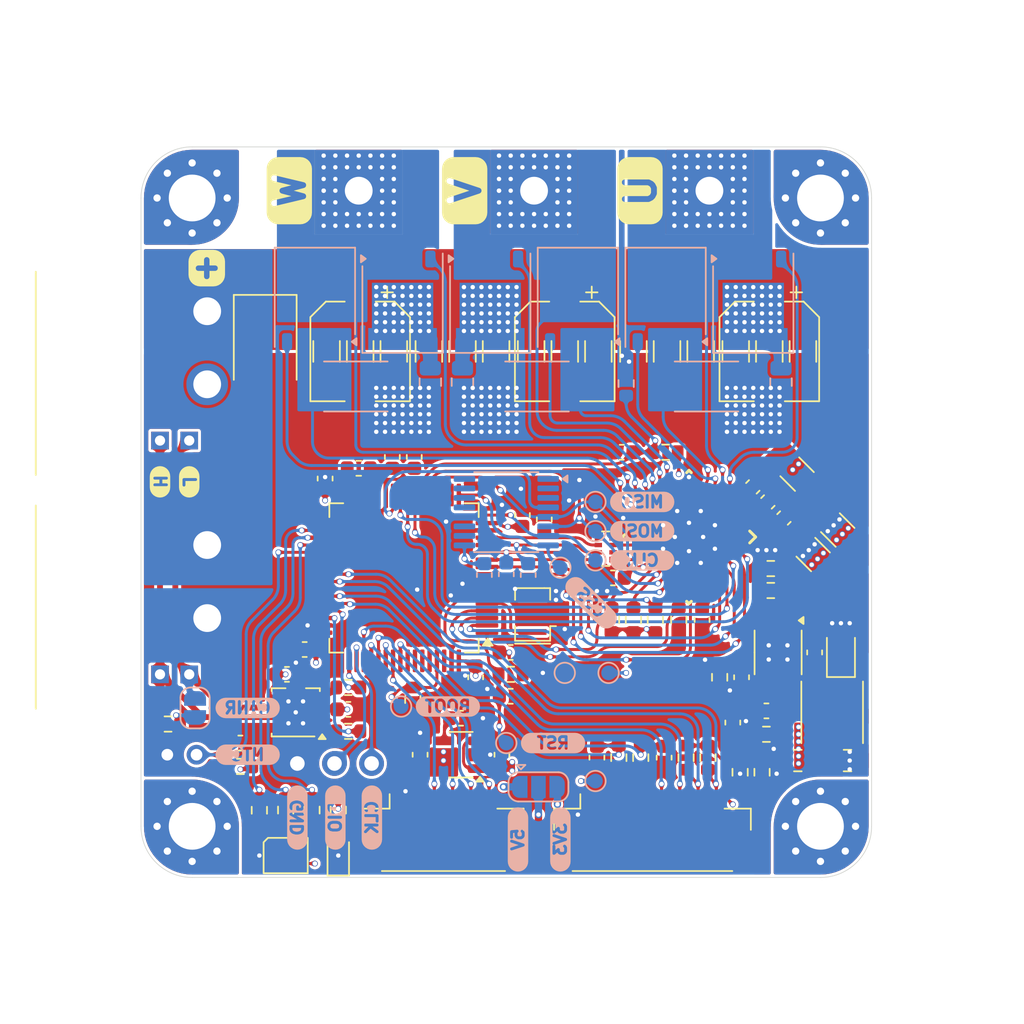
<source format=kicad_pcb>
(kicad_pcb (version 20241229) (generator "pcbnew") (generator_version "9.0")
  (layers (0 "F.Cu" signal) (4 "In1.Cu" signal) (6 "In2.Cu" signal) (2 "B.Cu" signal) (13 "F.Paste" user) (15 "B.Paste" user) (5 "F.SilkS" user "F.Silkscreen") (7 "B.SilkS" user "B.Silkscreen") (1 "F.Mask" user) (3 "B.Mask" user) (25 "Edge.Cuts" user))
  (net 0 "")
  (net 1 "GND")
  (net 2 "VDC")
  (net 3 "+3.3V")
  (net 4 "Reset")
  (net 5 "MOTOR_OUT_1")
  (net 6 "MOTOR_OUT_2")
  (net 7 "+5V")
  (net 8 "MOTOR_OUT_3")
  (net 9 "Net-(D1-A)")
  (net 10 "SWCLK")
  (net 11 "SWDIO")
  (net 12 "CAN_L")
  (net 13 "CAN_H")
  (net 14 "LED1")
  (net 15 "BOOT")
  (net 16 "LED2")
  (net 17 "LED3")
  (net 18 "CANTX")
  (net 19 "H1")
  (net 20 "L1")
  (net 21 "H2")
  (net 22 "L3")
  (net 23 "L2")
  (net 24 "H3")
  (net 25 "Net-(U4-BP)")
  (net 26 "Net-(D6-GK)")
  (net 27 "Net-(JP2-B)")
  (net 28 "Net-(U5-RXD)")
  (net 29 "Net-(U5-TXD)")
  (net 30 "CURR_SENSE_C")
  (net 31 "CURR_SENSE_B")
  (net 32 "CURR_SENSE_A")
  (net 33 "SPA")
  (net 34 "SPC")
  (net 35 "SPB")
  (net 36 "Net-(Q1-G)")
  (net 37 "Net-(Q2-G)")
  (net 38 "Net-(Q3-G)")
  (net 39 "Net-(Q4-G)")
  (net 40 "Net-(Q5-G)")
  (net 41 "Net-(Q6-G)")
  (net 44 "Net-(D6-BK)")
  (net 52 "Net-(D6-RK)")
  (net 53 "Net-(RN2C-R3.2)")
  (net 55 "Net-(U7-SS{slash}TR)")
  (net 56 "Net-(C11-Pad2)")
  (net 57 "Net-(U7-COMP)")
  (net 58 "Net-(U7-BOOT)")
  (net 59 "Net-(U7-EN)")
  (net 60 "Net-(U7-RT{slash}CLK)")
  (net 61 "Net-(U7-VSENSE)")
  (net 62 "Net-(D14-K)")
  (net 63 "DRIVER_FAULT")
  (net 64 "DRIVER_CS")
  (net 65 "Net-(U3-CPH)")
  (net 66 "Net-(U3-CPL)")
  (net 67 "Net-(U3-VCP)")
  (net 68 "Net-(U3-DVDD)")
  (net 69 "DRIVER_EN")
  (net 70 "CANRX")
  (net 72 "Net-(U2-PF0)")
  (net 73 "Net-(U2-PF1)")
  (net 77 "NTC_1")
  (net 81 "ENCODER_CS")
  (net 87 "Net-(RN2D-R4.2)")
  (net 88 "Net-(RN2B-R2.2)")
  (net 90 "ENC_CAL")
  (net 91 "ENCODER1")
  (net 92 "ENCODER2")
  (net 93 "SPI3_CLK")
  (net 94 "SPI3_MOSI")
  (net 95 "SPI3_MISO")
  (net 96 "VREF")
  (net 97 "VBUS")
  (net 98 "SPI3_CSS")
  (net 99 "SPI1_MISO")
  (net 100 "SPI1_MOSI")
  (net 101 "SPI1_CLK")
  (net 102 "I2C_SDA")
  (net 103 "I2C_SCL")
  (net 104 "USART1_RX")
  (net 105 "USART1_TX")
  (net 106 "Net-(J6-Pin_4)")
  (net 107 "Net-(J6-Pin_3)")
  (net 108 "unconnected-(H1-Pad1)")
  (net 109 "unconnected-(H2-Pad1)")
  (net 110 "unconnected-(H3-Pad1)")
  (net 111 "unconnected-(H4-Pad1)")
  (net 112 "NTC_2")
  (net 113 "DRIVER_CAL")
  (footprint "Crystal:Resonator_SMD_Murata_CSTxExxV-3Pin_3.0x1.1mm" (layer "F.Cu") (at 146.8 112 90)
    (property "Reference" "Y1" (hide yes))
    (property "Value" "Resonator" (hide yes))
  )
  (footprint "Capacitor_SMD:C_0603_1608Metric" (layer "F.Cu") (at 151.200001 121.8 -90)
    (property "Reference" "C12" (hide yes))
    (property "Value" "100nF" (hide yes))
  )
  (footprint "Resistor_SMD:R_0603_1608Metric" (layer "F.Cu") (at 156.8 112.375 90)
    (property "Reference" "R25" (hide yes))
    (property "Value" "10K" (hide yes))
  )
  (footprint "Resistor_SMD:R_0603_1608Metric" (layer "F.Cu") (at 158.8 121.8 90)
    (property "Reference" "R28" (hide yes))
    (property "Value" "4.7K" (hide yes))
  )
  (footprint "LOGO" (layer "F.Cu") (at 152.7 118.1)
    (property "Reference" "G***" (hide yes))
    (property "Value" "LOGO" (hide yes))
  )
  (footprint "Resistor_SMD:R_0603_1608Metric" (layer "F.Cu") (at 163.1 110.36)
    (property "Reference" "R2" (hide yes))
    (property "Value" "470K" (hide yes))
  )
  (footprint "Capacitor_SMD:C_0603_1608Metric" (layer "F.Cu") (at 147.6 105.5 -90)
    (property "Reference" "C46" (hide yes))
    (property "Value" "2.2nF" (hide yes))
  )
  (footprint "Resistor_SMD:R_0603_1608Metric" (layer "F.Cu") (at 159.6 116.3 90)
    (property "Reference" "R3" (hide yes))
    (property "Value" "237K" (hide yes))
  )
  (footprint "Inductor_SMD:L_APV_ANR4020" (layer "F.Cu") (at 167.3 118.7 -90)
    (property "Reference" "L2" (hide yes))
    (property "Value" "47uH" (hide yes))
  )
  (footprint "Capacitor_SMD:C_0603_1608Metric" (layer "F.Cu") (at 145.3 117.6 180)
    (property "Reference" "C19" (hide yes))
    (property "Value" "100nF" (hide yes))
  )
  (footprint "Capacitor_SMD:C_1206_3216Metric" (layer "F.Cu") (at 160.699999 94 90)
    (property "Reference" "C54" (hide yes))
    (property "Value" "10uF" (hide yes))
  )
  (footprint "Capacitor_SMD:C_0603_1608Metric" (layer "F.Cu") (at 145.3 114.6)
    (property "Reference" "C26" (hide yes))
    (property "Value" "100nF" (hide yes))
  )
  (footprint "Resistor_SMD:R_0603_1608Metric" (layer "F.Cu") (at 157.3 121.8 90)
    (property "Reference" "R29" (hide yes))
    (property "Value" "4.7K" (hide yes))
  )
  (footprint "Capacitor_SMD:C_0603_1608Metric" (layer "F.Cu") (at 144.7 121.6 90)
    (property "Reference" "C13" (hide yes))
    (property "Value" "10uF" (hide yes))
  )
  (footprint "Resistor_SMD:R_0603_1608Metric" (layer "F.Cu") (at 155.9 100.9)
    (property "Reference" "R10" (hide yes))
    (property "Value" "10K" (hide yes))
  )
  (footprint "Capacitor_SMD:C_1206_3216Metric" (layer "F.Cu") (at 151.3 93.999999 90)
    (property "Reference" "C53" (hide yes))
    (property "Value" "10uF" (hide yes))
  )
  (footprint "XT30PW_2_2_-M.G.B:AMASS_XT30PW_2_2_-M.G.B" (layer "F.Cu") (at 117.2 95.5 -90)
    (property "Reference" "J4" (hide yes))
    (property "Value" "XT30PW_2_2_-M.G.B" (hide yes))
  )
  (footprint "Resistor_SMD:R_0603_1608Metric" (layer "F.Cu") (at 145.3 116.1)
    (property "Reference" "R7" (hide yes))
    (property "Value" "10K" (hide yes))
  )
  (footprint "Capacitor_SMD:C_0603_1608Metric" (layer "F.Cu") (at 164 105.4 -135)
    (property "Reference" "C1" (hide yes))
    (property "Value" "47nF" (hide yes))
  )
  (footprint "Capacitor_SMD:C_1206_3216Metric" (layer "F.Cu") (at 158.3 94.000001 90)
    (property "Reference" "C42" (hide yes))
    (property "Value" "10uF" (hide yes))
  )
  (footprint "Resistor_SMD:R_0603_1608Metric" (layer "F.Cu") (at 155.2 112.375 -90)
    (property "Reference" "R21" (hide yes))
    (property "Value" "10K" (hide yes))
  )
  (footprint "Connector_JST:JST_GH_SM08B-GHS-TB_1x08-1MP_P1.25mm_Horizontal" (layer "F.Cu") (at 155 127)
    (property "Reference" "J6" (hide yes))
    (property "Value" "COMMS" (hide yes))
  )
  (footprint "MountingHole:MountingHole_3.2mm_M3_Pad_Via" (layer "F.Cu") (at 166.5 83.5)
    (property "Reference" "H2" (hide yes))
    (property "Value" "MountingHole_Pad" (hide yes))
  )
  (footprint "Capacitor_SMD:C_1206_3216Metric" (layer "F.Cu") (at 132.699999 94 90)
    (property "Reference" "C48" (hide yes))
    (property "Value" "10uF" (hide yes))
  )
  (footprint "Connector_JST:JST_GH_SM06B-GHS-TB_1x06-1MP_P1.25mm_Horizontal" (layer "F.Cu") (at 140.7 127)
    (property "Reference" "J2" (hide yes))
    (property "Value" "SPI" (hide yes))
  )
  (footprint "Capacitor_SMD:C_0603_1608Metric" (layer "F.Cu") (at 152.3 109.5 180)
    (property "Reference" "C36" (hide yes))
    (property "Value" "100nF" (hide yes))
  )
  (footprint "Resistor_SMD:R_0603_1608Metric" (layer "F.Cu") (at 163.1 108.86 180)
    (property "Reference" "R1" (hide yes))
    (property "Value" "56K" (hide yes))
  )
  (footprint "Capacitor_SMD:C_1206_3216Metric" (layer "F.Cu") (at 167.679379 106.220621 -45)
    (property "Reference" "C2" (hide yes))
    (property "Value" "10uF" (hide yes))
  )
  (footprint "Resistor_SMD:R_Array_Convex_4x0402" (layer "F.Cu") (at 151.8 107.5)
    (property "Reference" "RN2" (hide yes))
    (property "Value" "56R" (hide yes))
  )
  (footprint "Resistor_SMD:R_0603_1608Metric" (layer "F.Cu") (at 152.7 121.8 -90)
    (property "Reference" "R27" (hide yes))
    (property "Value" "47R" (hide yes))
  )
  (footprint "Capacitor_SMD:C_1206_3216Metric" (layer "F.Cu") (at 153.7 94 90)
    (property "Reference" "C34" (hide yes))
    (property "Value" "10uF" (hide yes))
  )
  (footprint "Capacitor_SMD:C_0603_1608Metric" (layer "F.Cu") (at 161.1 116.3 90)
    (property "Reference" "C8" (hide yes))
    (property "Value" "100nF" (hide yes))
  )
  (footprint "Package_TO_SOT_SMD:SOT-23-5" (layer "F.Cu") (at 141.9 121.6 180)
    (property "Reference" "U4" (hide yes))
    (property "Value" "MIC5219-3.3YM5" (hide yes))
  )
  (footprint "Capacitor_SMD:C_0603_1608Metric" (layer "F.Cu") (at 162.8 118.6)
    (property "Reference" "C14" (hide yes))
    (property "Value" "47nF" (hide yes))
  )
  (footprint "Resistor_SMD:R_0603_1608Metric" (layer "F.Cu") (at 133.5 125.3875 -90)
    (property "Reference" "R6" (hide yes))
    (property "Value" "1K" (hide yes))
  )
  (footprint "Capacitor_SMD:C_0603_1608Metric" (layer "F.Cu") (at 132.6 102.7 90)
    (property "Reference" "C23" (hide yes))
    (property "Value" "100nF" (hide yes))
  )
  (footprint "Capacitor_SMD:C_1206_3216Metric" (layer "F.Cu") (at 163 94 90)
    (property "Reference" "C55" (hide yes))
    (property "Value" "10uF" (hide yes))
  )
  (footprint "Resistor_SMD:R_0603_1608Metric" (layer "F.Cu") (at 134.189478 119.997074 180)
    (property "Reference" "R14" (hide yes))
    (property "Value" "47R" (hide yes))
  )
  (footprint "Capacitor_SMD:C_0603_1608Metric" (layer "F.Cu") (at 131.2 114.4 180)
    (property "Reference" "C27" (hide yes))
    (property "Value" "100nF" (hide yes))
  )
  (footprint "Resistor_SMD:R_0603_1608Metric" (layer "F.Cu") (at 121.85 119.5 180)
    (property "Reference" "R19" (hide yes))
    (property "Value" "120R" (hide yes))
  )
  (footprint "Capacitor_SMD:C_0603_1608Metric" (layer "F.Cu") (at 146.1 105.2 90)
    (property "Reference" "C21" (hide yes))
    (property "Value" "100nF" (hide yes))
  )
  (footprint "Diode_SMD:D_0805_2012Metric" (layer "F.Cu") (at 167.9 114.6 90)
    (property "Reference" "D14" (hide yes))
    (property "Value" "B5819WS" (hide yes))
  )
  (footprint "Capacitor_SMD:C_0603_1608Metric" (layer "F.Cu") (at 137.2 101.225 -90)
    (property "Reference" "C9" (hide yes))
    (property "Value" "1uF" (hide yes))
  )
  (footprint "Resistor_SMD:R_0603_1608Metric" (layer "F.Cu") (at 138.6 117.825 90)
    (property "Reference" "R9" (hide yes))
    (property "Value" "10K" (hide yes))
  )
  (footprint "MountingHole:MountingHole_3.2mm_M3_Pad_Via" (layer "F.Cu") (at 123.5 126.5)
    (property "Reference" "H4" (hide yes))
    (property "Value" "MountingHole_Pad" (hide yes))
  )
  (footprint "Capacitor_SMD:CP_Elec_6.3x5.9" (layer "F.Cu") (at 149 94 -90)
    (property "Reference" "C22" (hide yes))
    (property "Value" "47uF" (hide yes))
  )
  (footprint "LED_SMD:LED_Cree-PLCC4_2x2mm_CW" (layer "F.Cu") (at 129.9 128.5)
    (property "Reference" "D6" (hide yes))
    (property "Value" "LED_RBAG" (hide yes))
  )
  (footprint "Inductor_SMD:L_0603_1608Metric" (layer "F.Cu") (at 134.9 102)
    (property "Reference" "FB1" (hide yes))
    (property "Value" "FerriteBead" (hide yes))
  )
  (footprint "Capacitor_SMD:C_0603_1608Metric" (layer "F.Cu") (at 162.9 104.3 -135)
    (property "Reference" "C3" (hide yes))
    (property "Value" "1uF" (hide yes))
  )
  (footprint "Package_SO:HVSSOP-10-1EP_3x3mm_P0.5mm_EP1.57x1.88mm_ThermalVias" (layer "F.Cu") (at 163.6 114.6 -90)
    (property "Reference" "U7" (hide yes))
    (property "Value" "TPS54240DGQ" (hide yes))
  )
  (footprint "Capacitor_SMD:C_0603_1608Metric" (layer "F.Cu") (at 152.9 100.9 180)
    (property "Reference" "C4" (hide yes))
    (property "Value" "100nF" (hide yes))
  )
  (footprint "Capacitor_SMD:C_0603_1608Metric" (layer "F.Cu") (at 166.1 114.6 -90)
    (property "Reference" "C15" (hide yes))
    (property "Value" "100nF" (hide yes))
  )
  (footprint "Resistor_SMD:R_0603_1608Metric" (layer "F.Cu") (at 134.189479 116.997074 180)
    (property "Reference" "R13" (hide yes))
    (property "Value" "47R" (hide yes))
  )
  (footprint "Resistor_SMD:R_0603_1608Metric" (layer "F.Cu") (at 126.8 122.4)
    (property "Reference" "R17" (hide yes))
    (property "Value" "10K" (hide yes))
  )
  (footprint "Capacitor_SMD:C_1206_3216Metric" (layer "F.Cu") (at 142 94 90)
    (property "Reference" "C44" (hide yes))
    (property "Value" "10uF" (hide yes))
  )
  (footprint "Resistor_SMD:R_0603_1608Metric" (layer "F.Cu") (at 128.1 125.399999 -90)
    (property "Reference" "R8" (hide yes))
    (property "Value" "1K" (hide yes))
  )
  (footprint "Resistor_SMD:R_0603_1608Metric" (layer "F.Cu") (at 131.7 125.3875 -90)
    (property "Reference" "R12" (hide yes))
    (property "Value" "1K" (hide yes))
  )
  (footprint "Resistor_SMD:R_0603_1608Metric" (layer "F.Cu") (at 129.9 125.387499 -90)
    (property "Reference" "R11" (hide yes))
    (property "Value" "1K" (hide yes))
  )
  (footprint "Capacitor_SMD:C_0603_1608Metric" (layer "F.Cu") (at 160.5 119.4 -90)
    (property "Reference" "C11" (hide yes))
    (property "Value" "47nF" (hide yes))
  )
  (footprint "LED_SMD:LED_0603_1608Metric" (layer "F.Cu") (at 133.5 128.3875 90)
    (property "Reference" "D1" (hide yes))
    (property "Value" "LED_Small" (hide yes))
  )
  (footprint "Capacitor_SMD:C_0805_2012Metric" (layer "F.Cu") (at 164.949999 122)
    (property "Reference" "C18" (hide yes))
    (property "Value" "22uF" (hide yes))
  )
  (footprint "Diode_SMD:D_SMB" (layer "F.Cu") (at 128.5 93.79197 -90)
    (property "Reference" "D3" (hide yes))
    (property "Value" "D_TVS" (hide yes))
  )
  (footprint "MountingHole:MountingHole_3.2mm_M3_Pad_Via" (layer "F.Cu") (at 123.5 83.5)
    (property "Reference" "H1" (hide yes))
    (property "Value" "MountingHole_Pad" (hide yes))
  )
  (footprint "Capacitor_SMD:C_1206_3216Metric" (layer "F.Cu") (at 139.7 94 90)
    (property "Reference" "C43" (hide yes))
    (property "Value" "10uF" (hide yes))
  )
  (footprint "XT30PW_2_2_-M.G.B:AMASS_XT30PW_2_2_-M.G.B" (layer "F.Cu") (at 117.199999 111.5 -90)
    (property "Reference" "J8" (hide yes))
    (property "Value" "XT30PW_2_2_-M.G.B" (hide yes))
  )
  (footprint "Capacitor_SMD:C_1206_3216Metric" (layer "F.Cu") (at 146.7 93.999999 90)
    (property "Reference" "C51" (hide yes))
    (property "Value" "10uF" (hide yes))
  )
  (footprint "Capacitor_SMD:C_1206_3216Metric" (layer "F.Cu") (at 156 94 90)
    (property "Reference" "C41" (hide yes))
    (property "Value" "10uF" (hide yes))
  )
  (footprint "Capacitor_SMD:C_0603_1608Metric" (layer "F.Cu") (at 138.7 101.225 -90)
    (property "Reference" "C7" (hide yes))
    (property "Value" "100nF" (hide yes))
  )
  (footprint "MountingHole:MountingHole_3.2mm_M3_Pad_Via" (layer "F.Cu") (at 166.5 126.5)
    (property "Reference" "H3" (hide yes))
    (property "Value" "MountingHole_Pad" (hide yes))
  )
  (footprint "Capacitor_SMD:C_0603_1608Metric" (layer "F.Cu") (at 161.868629 103.268629 45)
    (property "Reference" "C32" (hide yes))
    (property "Value" "100nF" (hide yes))
  )
  (footprint "Capacitor_SMD:C_0603_1608Metric" (layer "F.Cu") (at 129.989478 116.1)
    (property "Reference" "C28" (hide yes))
    (property "Value" "100nF" (hide yes))
  )
  (footprint "Capacitor_SMD:C_1206_3216Metric" (layer "F.Cu") (at 137.300001 94 90)
    (property "Reference" "C50" (hide yes))
    (property "Value" "10uF" (hide yes))
  )
  (footprint "Capacitor_SMD:C_0603_1608Metric" (layer "F.Cu") (at 126.8 120.8)
    (property "Reference" "C6" (hide yes))
    (property "Value" "100nF" (hide yes))
  )
  (footprint "Capacitor_SMD:C_0603_1608Metric" (layer "F.Cu") (at 142.9 116.3 -90)
    (property "Reference" "C24" (hide yes))
    (property "Value" "100nF" (hide yes))
  )
  (footprint "Capacitor_SMD:C_0603_1608Metric" (layer "F.Cu") (at 134.189479 118.497074)
    (property "Reference" "C31" (hide yes))
    (property "Value" "100nF" (hide yes))
  )
  (footprint "Capacitor_SMD:C_1206_3216Metric" (layer "F.Cu") (at 149 94 90)
    (property "Reference" "C52" (hide yes))
    (property "Value" "10uF" (hide yes))
  )
  (footprint "Resistor_SMD:R_0603_1608Metric" (layer "F.Cu") (at 161 122.8 90)
    (property "Reference" "R5" (hide yes))
    (property "Value" "10K" (hide yes))
  )
  (footprint "Package_SON:Texas_S-PVSON-N8_ThermalVias" (layer "F.Cu") (at 130.589478 118.7 180)
    (property "Reference" "U5" (hide yes))
    (property "Value" "TCAN1044V" (hide yes))
  )
  (footprint "Capacitor_SMD:C_1206_3216Metric" (layer "F.Cu") (at 166 107.9 -45)
    (property "Reference" "C5" (hide yes))
    (property "Value" "10uF" (hide yes))
  )
  (footprint "Capacitor_SMD:C_0603_1608Metric" (layer "F.Cu") (at 139.1 121.6 90)
    (property "Reference" "C17" (hide yes))
    (property "Value" "10uF" (hide yes))
  )
  (footprint "Capacitor_SMD:C_0603_1608Metric" (layer "F.Cu") (at 141.9 119.1)
    (property "Reference" "C16" (hide yes))
    (property "Value" "470pF" (hide yes))
  )
  (footprint "Resistor_SMD:R_0603_1608Metric" (layer "F.Cu") (at 152.2 112.375 -90)
    (property "Reference" "R18" (hide yes))
    (property "Value" "10K" (hide yes))
  )
  (footprint "Capacitor_SMD:C_1206_3216Metric" (layer "F.Cu") (at 144.3 94 90)
    (property "Reference" "C45" (hide yes))
    (property "Value" "10uF" (hide yes))
  )
  (footprint "Package_QFP:LQFP-64_10x10mm_P0.5mm" (layer "F.Cu") (at 138 109.5 180)
    (property "Reference" "U2" (hide yes))
    (property "Value" "STM32G431RBTx" (hide yes))
  )
  (footprint "Capacitor_SMD:C_0805_2012Metric" (layer "F.Cu") (at 168.349999 122 180)
    (property "Reference" "C30" (hide yes))
    (property "Value" "22uF" (hide yes))
  )
  (footprint "Capacitor_SMD:C_0603_1608Metric" (layer "F.Cu") (at 155.8 121.8 -90)
    (property "Reference" "C20" (hide yes))
    (property "Value" "100nF" (hide yes))
  )
  (footprint "Resistor_SMD:R_0603_1608Metric" (layer "F.Cu") (at 162.5 122.8 -90)
    (property "Reference" "R4" (hide yes))
    (property "Value" "52.3K" (hide yes))
  )
  (footprint "Capacitor_SMD:CP_Elec_6.3x5.9" (layer "F.Cu") (at 163 94 -90)
    (property "Reference" "C25" (hide yes))
    (property "Value" "47uF" (hide yes))
  )
  (footprint "Capacitor_SMD:C_1206_3216Metric" (layer "F.Cu") (at 165.300001 94 90)
    (property "Reference" "C56" (hide yes))
    (property "Value" "10uF" (hide yes))
  )
  (footprint "Resistor_SMD:R_0603_1608Metric" (layer "F.Cu") (at 154.2 121.8 -90)
    (property "Reference" "R16" (hide yes))
    (property "Value" "47R" (hide yes))
  )
  (footprint "Capacitor_SMD:C_1206_3216Metric" (layer "F.Cu") (at 135 94 90)
    (property "Reference" "C49" (hide yes))
    (property "Value" "10uF" (hide yes))
  )
  (footprint "DRV8323SRTAT:RTA0040B" (layer "F.Cu") (at 157.501414 106.698586 -135)
    (property "Reference" "U3" (hide yes))
    (property "Value" "DRV8323SRTAT" (hide yes))
  )
  (footprint "Resistor_SMD:R_0603_1608Metric" (layer "F.Cu") (at 162.8 120.2)
    (property "Reference" "R15" (hide yes))
    (property "Value" "10K" (hide yes))
  )
  (footprint "Capacitor_SMD:C_1206_3216Metric" (layer "F.Cu") (at 164.9 102.4 135)
    (property "Reference" "C33" (hide yes))
    (property "Value" "10uF" (hide yes))
  )
  (footprint "Capacitor_SMD:C_0603_1608Metric" (layer "F.Cu") (at 158.4 112.375 -90)
    (property "Reference" "C29" (hide yes))
    (property "Value" "1uF" (hide yes))
  )
  (footprint "Capacitor_SMD:CP_Elec_6.3x5.9" (layer "F.Cu") (at 135 94 -90)
    (property "Reference" "C40" (hide yes))
    (property "Value" "47uF" (hide yes))
  )
  (footprint "Resistor_SMD:R_0603_1608Metric" (layer "F.Cu") (at 153.7 112.375 -90)
    (property "Reference" "R20" (hide yes))
    (property "Value" "10K" (hide yes))
  )
  (footprint "Package_DFN_QFN:PQFN-8-EP_6x5mm_P1.27mm_Generic" (layer "B.Cu") (at 149.9 90.6 90)
    (property "Reference" "Q6" (hide yes))
    (property "Value" "NMOS-8PINS" (hide yes))
  )
  (footprint "Capacitor_SMD:C_0805_2012Metric" (layer "B.Cu") (at 142 96.1 90)
    (property "Reference" "C38" (hide yes))
    (property "Value" "22uF" (hide yes))
  )
  (footprint "TestPoint:TestPoint_Pad_D1.0mm" (layer "B.Cu") (at 152 116 90)
    (property "Reference" "TP3" (hide yes))
    (property "Value" "TestPoint" (hide yes))
  )
  (footprint "Capacitor_SMD:C_0603_1608Metric" (layer "B.Cu") (at 146.5 109.3 90)
    (property "Reference" "C35" (hide yes))
    (property "Value" "2.2nF" (hide yes))
  )
  (footprint "Resistor_SMD:R_2512_6332Metric" (layer "B.Cu") (at 147.1 96.4 180)
    (property "Reference" "R22" (hide yes))
    (property "Value" "2mR" (hide yes))
  )
  (footprint "Capacitor_SMD:C_0805_2012Metric" (layer "B.Cu") (at 163.8 96.1 90)
    (property "Reference" "C39" (hide yes))
    (property "Value" "22uF" (hide yes))
  )
  (footprint "Capacitor_SMD:C_0805_2012Metric" (layer "B.Cu") (at 139.8 96.099 90)
    (property "Reference" "C37" (hide yes))
    (property "Value" "22uF" (hide yes))
  )
  (footprint "Package_DFN_QFN:PQFN-8-EP_6x5mm_P1.27mm_Generic" (layer "B.Cu") (at 161.9 90.4 -90)
    (property "Reference" "Q1" (hide yes))
    (property "Value" "NMOS-8PINS" (hide yes))
  )
  (footprint "TestPoint:TestPoint_Pad_D1.0mm" (layer "B.Cu") (at 151.1 106.3)
    (property "Reference" "TP6" (hide yes))
    (property "Value" "TestPoint" (hide yes))
  )
  (footprint "Package_DFN_QFN:PQFN-8-EP_6x5mm_P1.27mm_Generic" (layer "B.Cu") (at 143.9 90.4 -90)
    (property "Reference" "Q5" (hide yes))
    (property "Value" "NMOS-8PINS" (hide yes))
  )
  (footprint "Resistor_SMD:R_0603_1608Metric" (layer "B.Cu") (at 153.2 96.2 90)
    (property "Reference" "TH1" (hide yes))
    (property "Value" "Thermistor_NTC" (hide yes))
  )
  (footprint "Resistor_SMD:R_2512_6332Metric" (layer "B.Cu") (at 134.7 96.399)
    (property "Reference" "R24" (hide yes))
    (property "Value" "2mR" (hide yes))
  )
  (footprint "Connector_PinHeader_2.00mm:PinHeader_1x02_P2.00mm_Vertical" (layer "B.Cu") (at 121.799999 121.6 -90)
    (property "Reference" "J3" (hide yes))
    (property "Value" "Conn_01x02" (hide yes))
  )
  (footprint "TestPoint:TestPoint_Pad_D1.0mm" (layer "B.Cu") (at 149 116)
    (property "Reference" "TP4" (hide yes))
    (property "Value" "TestPoint" (hide yes))
  )
  (footprint "Package_SO:TSSOP-16_4.4x5mm_P0.65mm" (layer "B.Cu") (at 145 105 180)
    (property "Reference" "U1" (hide yes))
    (property "Value" "MT6826SGT" (hide yes))
  )
  (footprint "TestPoint:TestPoint_Pad_D1.0mm" (layer "B.Cu") (at 151.1 104.3)
    (property "Reference" "TP7" (hide yes))
    (property "Value" "TestPoint" (hide yes))
  )
  (footprint "Capacitor_SMD:C_0603_1608Metric" (layer "B.Cu") (at 145 109.25 90)
    (property "Reference" "C47" (hide yes))
    (property "Value" "2.2nF" (hide yes))
  )
  (footprint "Jumper:SolderJumper-2_P1.3mm_Open_RoundedPad1.0x1.5mm" (layer "B.Cu") (at 123.7 118.4 -90)
    (property "Reference" "JP2" (hide yes))
    (property "Value" "Jumper_2_Open" (hide yes))
  )
  (footprint "TestPoint:TestPoint_Pad_D1.0mm" (layer "B.Cu") (at 145 120.8)
    (property "Reference" "TP2" (hide yes))
    (property "Value" "TestPoint" (hide yes))
  )
  (footprint "Package_DFN_QFN:PQFN-8-EP_6x5mm_P1.27mm_Generic" (layer "B.Cu") (at 155.9 90.6 90)
    (property "Reference" "Q2" (hide yes))
    (property "Value" "NMOS-8PINS" (hide yes))
  )
  (footprint "Resistor_SMD:R_2512_6332Metric" (layer "B.Cu") (at 158.7 96.4)
    (property "Reference" "R23" (hide yes))
    (property "Value" "2mR" (hide yes))
  )
  (footprint "Package_DFN_QFN:PQFN-8-EP_6x5mm_P1.27mm_Generic" (layer "B.Cu") (at 131.9 90.599 90)
    (property "Reference" "Q4" (hide yes))
    (property "Value" "NMOS-8PINS" (hide yes))
  )
  (footprint "TestPoint:TestPoint_Pad_D1.0mm" (layer "B.Cu") (at 151.1 108.3)
    (property "Reference" "TP8" (hide yes))
    (property "Value" "TestPoint" (hide yes))
  )
  (footprint "TestPoint:TestPoint_Pad_D1.0mm" (layer "B.Cu") (at 137.8 118.300707)
    (property "Reference" "TP1" (hide yes))
    (property "Value" "TestPoint" (hide yes))
  )
  (footprint "Connector_PinHeader_2.54mm:PinHeader_1x03_P2.54mm_Vertical" (layer "B.Cu") (at 130.7 122.2 -90)
    (property "Reference" "J1" (hide yes))
    (property "Value" "SWD" (hide yes))
  )
  (footprint "Capacitor_SMD:C_0603_1608Metric" (layer "B.Cu") (at 143.5 109.3 -90)
    (property "Reference" "C10" (hide yes))
    (property "Value" "100nF" (hide yes))
  )
  (footprint "TestPoint:TestPoint_Pad_D1.0mm" (layer "B.Cu") (at 148.7 108.8)
    (property "Reference" "TP9" (hide yes))
    (property "Value" "TestPoint" (hide yes))
  )
  (footprint "TestPoint:TestPoint_Pad_D1.0mm" (layer "B.Cu") (at 151.1 123.4 -135)
    (property "Reference" "TP5" (hide yes))
    (property "Value" "TestPoint" (hide yes))
  )
  (footprint "Package_DFN_QFN:PQFN-8-EP_6x5mm_P1.27mm_Generic" (layer "B.Cu") (at 137.9 90.399 -90)
    (property "Reference" "Q3" (hide yes))
    (property "Value" "NMOS-8PINS" (hide yes))
  )
  (footprint "Jumper:SolderJumper-3_P1.3mm_Open_RoundedPad1.0x1.5mm" (layer "B.Cu") (at 147.2 123.8)
    (property "Reference" "JP1" (hide yes))
    (property "Value" "Jumper_3_Open" (hide yes))
  )
  (gr_arc (start 123.5 130) (mid 121.025126 128.974874) (end 120 126.5) (stroke (width 0.05)) (layer "Edge.Cuts"))
  (gr_arc (start 120 83.5) (mid 121.025126 81.025126) (end 123.5 80) (stroke (width 0.05)) (layer "Edge.Cuts"))
  (gr_line (start 123.5 80) (end 166.5 80) (stroke (width 0.05)) (layer "Edge.Cuts"))
  (gr_line (start 120 126.5) (end 120 83.5) (stroke (width 0.05)) (layer "Edge.Cuts"))
  (gr_line (start 166.5 130) (end 123.5 130) (stroke (width 0.05)) (layer "Edge.Cuts"))
  (gr_arc (start 170 126.5) (mid 168.974874 128.974874) (end 166.5 130) (stroke (width 0.05)) (layer "Edge.Cuts"))
  (gr_line (start 170 83.5) (end 170 126.5) (stroke (width 0.05)) (layer "Edge.Cuts"))
  (gr_arc (start 166.5 80) (mid 168.974874 81.025126) (end 170 83.5) (stroke (width 0.05)) (layer "Edge.Cuts"))
  (gr_text "U" (at 154.2 83 90) (layer "F.SilkS" knockout) (effects (font (size 2 2) (thickness 0.4) (bold yes))))
  (gr_text "W" (at 130.2 83 90) (layer "F.SilkS" knockout) (effects (font (size 2 2) (thickness 0.4) (bold yes))))
  (gr_text "L" (at 123.3 102.9 270) (layer "F.SilkS" knockout) (effects (font (size 0.8 0.8) (thickness 0.2) (bold yes))))
  (gr_text "+" (at 124.5 88.2 0) (layer "F.SilkS" knockout) (effects (font (size 1.5 1.5) (thickness 0.375) (bold yes))))
  (gr_text "H" (at 121.3 102.9 270) (layer "F.SilkS" knockout) (effects (font (size 0.8 0.8) (thickness 0.2) (bold yes))))
  (gr_text "V" (at 142.2 83 90) (layer "F.SilkS" knockout) (effects (font (size 2 2) (thickness 0.4) (bold yes))))
  (gr_text "CLK" (at 135.8 125.9 90) (layer "B.SilkS" knockout) (effects (font (size 0.8 0.8) (thickness 0.2) (bold yes)) (justify mirror)))
  (gr_text "BOOT" (at 141 118.3 0) (layer "B.SilkS" knockout) (effects (font (size 0.8 0.8) (thickness 0.2) (bold yes)) (justify mirror)))
  (gr_text "GND" (at 130.7 125.9 90) (layer "B.SilkS" knockout) (effects (font (size 0.8 0.8) (thickness 0.2) (bold yes)) (justify mirror)))
  (gr_text "MOSI" (at 154.3 106.3 0) (layer "B.SilkS" knockout) (effects (font (size 0.8 0.8) (thickness 0.2) (bold yes)) (justify mirror)))
  (gr_text "3V3" (at 148.7 127.4 90) (layer "B.SilkS" knockout) (effects (font (size 0.8 0.8) (thickness 0.2) (bold yes)) (justify mirror)))
  (gr_text "CLK" (at 154.3 108.3 0) (layer "B.SilkS" knockout) (effects (font (size 0.8 0.8) (thickness 0.2) (bold yes)) (justify mirror)))
  (gr_text "DIO" (at 133.3 125.9 90) (layer "B.SilkS" knockout) (effects (font (size 0.8 0.8) (thickness 0.2) (bold yes)) (justify mirror)))
  (gr_text "RST" (at 148.2 120.8 0) (layer "B.SilkS" knockout) (effects (font (size 0.8 0.8) (thickness 0.2) (bold yes)) (justify mirror)))
  (gr_text "CANR" (at 127.3 118.4 0) (layer "B.SilkS" knockout) (effects (font (size 0.8 0.8) (thickness 0.2) (bold yes)) (justify mirror)))
  (gr_text "5V" (at 145.8 127.4 90) (layer "B.SilkS" knockout) (effects (font (size 0.8 0.8) (thickness 0.2) (bold yes)) (justify mirror)))
  (gr_text "NTC" (at 127.3 121.6 0) (layer "B.SilkS" knockout) (effects (font (size 0.8 0.8) (thickness 0.2) (bold yes)) (justify mirror)))
  (gr_text "CSS" (at 150.8 111.2 315) (layer "B.SilkS" knockout) (effects (font (size 0.8 0.8) (thickness 0.2) (bold yes)) (justify mirror)))
  (gr_text "MISO" (at 154.3 104.3 0) (layer "B.SilkS" knockout) (effects (font (size 0.8 0.8) (thickness 0.2) (bold yes)) (justify mirror)))
  (segment (start 131.4 112.75) (end 132.325 112.75) (width 0.2) (layer "F.Cu") (net 1))
  (via (at 162.5 98.9) (size 0.4) (drill 0.3) (layers "F.Cu" "B.Cu") (net 1))
  (via (at 163.1 98.9) (size 0.4) (drill 0.3) (layers "F.Cu" "B.Cu") (net 1))
  (via (at 136.1 98.3) (size 0.4) (drill 0.3) (layers "F.Cu" "B.Cu") (net 1))
  (via (at 139.1 98.3) (size 0.4) (drill 0.3) (layers "F.Cu" "B.Cu") (net 1))
  (via (at 163.1 97.7) (size 0.4) (drill 0.3) (layers "F.Cu" "B.Cu") (net 1))
  (via (at 165.3 108) (size 0.4) (drill 0.3) (layers "F.Cu" "B.Cu") (net 1))
  (via (at 163.7 97.7) (size 0.4) (drill 0.3) (layers "F.Cu" "B.Cu") (net 1))
  (via (at 142.7 98.9) (size 0.4) (drill 0.3) (layers "F.Cu" "B.Cu") (net 1))
  (via (at 149 113) (size 0.4) (drill 0.3) (layers "F.Cu" "B.Cu") (net 1))
  (via (at 136.1 98.9) (size 0.4) (drill 0.3) (layers "F.Cu" "B.Cu") (net 1))
  (via (at 151.2 110.4) (size 0.4) (drill 0.3) (layers "F.Cu" "B.Cu") (net 1))
  (via (at 137.3 99.5) (size 0.4) (drill 0.3) (layers "F.Cu" "B.Cu") (net 1))
  (via (at 132.6 102.6) (size 0.4) (drill 0.3) (layers "F.Cu" "B.Cu") (net 1))
  (via (at 137.9 97.1) (size 0.4) (drill 0.3) (layers "F.Cu" "B.Cu") (net 1))
  (via (at 167.9 112.6) (size 0.4) (drill 0.3) (layers "F.Cu" "B.Cu") (net 1))
  (via (at 136.1 97.7) (size 0.4) (drill 0.3) (layers "F.Cu" "B.Cu") (net 1))
  (via (at 144.5 98.3) (size 0.4) (drill 0.3) (layers "F.Cu" "B.Cu") (net 1))
  (via (at 146 103.4) (size 0.4) (drill 0.3) (layers "F.Cu" "B.Cu") (net 1))
  (via (at 137.9 96.5) (size 0.4) (drill 0.3) (layers "F.Cu" "B.Cu") (net 1))
  (via (at 144.5 97.7) (size 0.4) (drill 0.3) (layers "F.Cu" "B.Cu") (net 1))
  (via (at 142.1 97.7) (size 0.4) (drill 0.3) (layers "F.Cu" "B.Cu") (net 1))
  (via (at 168.5 122) (size 0.4) (drill 0.3) (layers "F.Cu" "B.Cu") (net 1))
  (via (at 161.3 99.5) (size 0.4) (drill 0.3) (layers "F.Cu" "B.Cu") (net 1))
  (via (at 139.1 99.5) (size 0.4) (drill 0.3) (layers "F.Cu" "B.Cu") (net 1))
  (via (at 139.1 96.5) (size 0.4) (drill 0.3) (layers "F.Cu" "B.Cu") (net 1))
  (via (at 161.4 119.3) (size 0.4) (drill 0.3) (layers "F.Cu" "B.Cu") (net 1))
  (via (at 163.7 96.5) (size 0.4) (drill 0.3) (layers "F.Cu" "B.Cu") (net 1))
  (via (at 145.7 98.3) (size 0.4) (drill 0.3) (layers "F.Cu" "B.Cu") (net 1))
  (via (at 138.5 99.5) (size 0.4) (drill 0.3) (layers "F.Cu" "B.Cu") (net 1))
  (via (at 133.5 128.5) (size 0.4) (drill 0.3) (layers "F.Cu" "B.Cu") (net 1))
  (via (at 136.7 98.3) (size 0.4) (drill 0.3) (layers "F.Cu" "B.Cu") (net 1))
  (via (at 145.1 98.9) (size 0.4) (drill 0.3) (layers "F.Cu" "B.Cu") (net 1))
  (via (at 137.9 98.9) (size 0.4) (drill 0.3) (layers "F.Cu" "B.Cu") (net 1))
  (via (at 162.5 96.5) (size 0.4) (drill 0.3) (layers "F.Cu" "B.Cu") (net 1))
  (via (at 160.1 98.9) (size 0.4) (drill 0.3) (layers "F.Cu" "B.Cu") (net 1))
  (via (at 145.7 98.9) (size 0.4) (drill 0.3) (layers "F.Cu" "B.Cu") (net 1))
  (via (at 136.7 96.5) (size 0.4) (drill 0.3) (layers "F.Cu" "B.Cu") (net 1))
  (via (at 145.7 97.7) (size 0.4) (drill 0.3) (layers "F.Cu" "B.Cu") (net 1))
  (via (at 136.1 96.5) (size 0.4) (drill 0.3) (layers "F.Cu" "B.Cu") (net 1))
  (via (at 153.4 94.7) (size 0.4) (drill 0.3) (layers "F.Cu" "B.Cu") (net 1))
  (via (at 143.9 121.6) (size 0.4) (drill 0.3) (layers "F.Cu" "B.Cu") (net 1))
  (via (at 144.5 97.1) (size 0.4) (drill 0.3) (layers "F.Cu" "B.Cu") (net 1))
  (via (at 138.5 96.5) (size 0.4) (drill 0.3) (layers "F.Cu" "B.Cu") (net 1))
  (via (at 160.1 97.1) (size 0.4) (drill 0.3) (layers "F.Cu" "B.Cu") (net 1))
  (via (at 143.3 99.5) (size 0.4) (drill 0.3) (layers "F.Cu" "B.Cu") (net 1))
  (via (at 138.9 110.3) (size 0.4) (drill 0.3) (layers "F.Cu" "B.Cu") (net 1))
  (via (at 161.3 97.1) (size 0.4) (drill 0.3) (layers "F.Cu" "B.Cu") (net 1))
  (via (at 142.7 98.3) (size 0.4) (drill 0.3) (layers "F.Cu" "B.Cu") (net 1))
  (via (at 136.1 97.1) (size 0.4) (drill 0.3) (layers "F.Cu" "B.Cu") (net 1))
  (via (at 139.7 96.5) (size 0.4) (drill 0.3) (layers "F.Cu" "B.Cu") (net 1))
  (via (at 162.5 97.7) (size 0.4) (drill 0.3) (layers "F.Cu" "B.Cu") (net 1))
  (via (at 161.9 97.1) (size 0.4) (drill 0.3) (layers "F.Cu" "B.Cu") (net 1))
  (via (at 139.7 97.7) (size 0.4) (drill 0.3) (layers "F.Cu" "B.Cu") (net 1))
  (via (at 142 109.9) (size 0.4) (drill 0.3) (layers "F.Cu" "B.Cu") (net 1))
  (via (at 163.1 99.5) (size 0.4) (drill 0.3) (layers "F.Cu" "B.Cu") (net 1))
  (via (at 167.8 105.5) (size 0.4) (drill 0.3) (layers "F.Cu" "B.Cu") (net 1))
  (via (at 143.4 119.1) (size 0.4) (drill 0.3) (layers "F.Cu" "B.Cu") (net 1))
  (via (at 144.5 98.9) (size 0.4) (drill 0.3) (layers "F.Cu" "B.Cu") (net 1))
  (via (at 145.1 99.5) (size 0.4) (drill 0.3) (layers "F.Cu" "B.Cu") (net 1))
  (via (at 145.7 97.1) (size 0.4) (drill 0.3) (layers "F.Cu" "B.Cu") (net 1))
  (via (at 152.906879 94.3) (size 0.4) (drill 0.3) (layers "F.Cu" "B.Cu") (net 1))
  (via (at 161.9 99.5) (size 0.4) (drill 0.3) (layers "F.Cu" "B.Cu") (net 1))
  (via (at 160.3 117.2) (size 0.4) (drill 0.3) (layers "F.Cu" "B.Cu") (net 1))
  (via (at 138.5 97.7) (size 0.4) (drill 0.3) (layers "F.Cu" "B.Cu") (net 1))
  (via (at 145.6 110.25) (size 0.4) (drill 0.3) (layers "F.Cu" "B.Cu") (net 1))
  (via (at 161.3 98.9) (size 0.4) (drill 0.3) (layers "F.Cu" "B.Cu") (net 1))
  (via (at 143.9 99.5) (size 0.4) (drill 0.3) (layers "F.Cu" "B.Cu") (net 1))
  (via (at 145.1 97.7) (size 0.4) (drill 0.3) (layers "F.Cu" "B.Cu") (net 1))
  (via (at 140.876393 105.647214) (size 0.4) (drill 0.3) (layers "F.Cu" "B.Cu") (net 1))
  (via (at 168.5 122.6) (size 0.4) (drill 0.3) (layers "F.Cu" "B.Cu") (net 1))
  (via (at 136.7 97.1) (size 0.4) (drill 0.3) (layers "F.Cu" "B.Cu") (net 1))
  (via (at 162.8 107.6) (size 0.4) (drill 0.3) (layers "F.Cu" "B.Cu") (net 1))
  (via (at 141.2 110.7) (size 0.4) (drill 0.3) (layers "F.Cu" "B.Cu") (net 1))
  (via (at 153 105.4) (size 0.4) (drill 0.3) (layers "F.Cu" "B.Cu") (net 1))
  (via (at 143.9 98.9) (size 0.4) (drill 0.3) (layers "F.Cu" "B.Cu") (net 1))
  (via (at 143.9 98.3) (size 0.4) (drill 0.3) (layers "F.Cu" "B.Cu") (net 1))
  (via (at 168.5 112.6) (size 0.4) (drill 0.3) (layers "F.Cu" "B.Cu") (net 1))
  (via (at 148.4 110.4) (size 0.4) (drill 0.3) (layers "F.Cu" "B.Cu") (net 1))
  (via (at 162.5 98.3) (size 0.4) (drill 0.3) (layers "F.Cu" "B.Cu") (net 1))
  (via (at 145.1 98.3) (size 0.4) (drill 0.3) (layers "F.Cu" "B.Cu") (net 1))
  (via (at 136.7 97.7) (size 0.4) (drill 0.3) (layers "F.Cu" "B.Cu") (net 1))
  (via (at 138.1 124.1) (size 0.4) (drill 0.3) (layers "F.Cu" "B.Cu") (net 1))
  (via (at 138.5 98.9) (size 0.4) (drill 0.3) (layers "F.Cu" "B.Cu") (net 1))
  (via (at 160.7 96.5) (size 0.4) (drill 0.3) (layers "F.Cu" "B.Cu") (net 1))
  (via (at 160.7 98.9) (size 0.4) (drill 0.3) (layers "F.Cu" "B.Cu") (net 1))
  (via (at 148.4 111) (size 0.4) (drill 0.3) (layers "F.Cu" "B.Cu") (net 1))
  (via (at 137.3 98.9) (size 0.4) (drill 0.3) (layers "F.Cu" "B.Cu") (net 1))
  (via (at 142.1 98.9) (size 0.4) (drill 0.3) (layers "F.Cu" "B.Cu") (net 1))
  (via (at 143.9 97.7) (size 0.4) (drill 0.3) (layers "F.Cu" "B.Cu") (net 1))
  (via (at 145.7 96.5) (size 0.4) (drill 0.3) (layers "F.Cu" "B.Cu") (net 1))
  (via (at 142.1 96.5) (size 0.4) (drill 0.3) (layers "F.Cu" "B.Cu") (net 1))
  (via (at 139.7 98.9) (size 0.4) (drill 0.3) (layers "F.Cu" "B.Cu") (net 1))
  (via (at 163.4 107.6) (size 0.4) (drill 0.3) (layers "F.Cu" "B.Cu") (net 1))
  (via (at 160.1 97.7) (size 0.4) (drill 0.3) (layers "F.Cu" "B.Cu") (net 1))
  (via (at 149.9 125.7) (size 0.4) (drill 0.3) (layers "F.Cu" "B.Cu") (net 1))
  (via (at 161.9 98.9) (size 0.4) (drill 0.3) (layers "F.Cu" "B.Cu") (net 1))
  (via (at 143.7 117.1) (size 0.4) (drill 0.3) (layers "F.Cu" "B.Cu") (net 1))
  (via (at 142.1 98.3) (size 0.4) (drill 0.3) (layers "F.Cu" "B.Cu") (net 1))
  (via (at 130.6 115.3) (size 0.4) (drill 0.3) (layers "F.Cu" "B.Cu") (net 1))
  (via (at 136.1 99.5) (size 0.4) (drill 0.3) (layers "F.Cu" "B.Cu") (net 1))
  (via (at 143.3 97.1) (size 0.4) (drill 0.3) (layers "F.Cu" "B.Cu") (net 1))
  (via (at 161.9 96.5) (size 0.4) (drill 0.3) (layers "F.Cu" "B.Cu") (net 1))
  (via (at 163.7 99.5) (size 0.4) (drill 0.3) (layers "F.Cu" "B.Cu") (net 1))
  (via (at 147.5 116) (size 0.4) (drill 0.3) (layers "F.Cu" "B.Cu") (net 1))
  (via (at 145.1 96.5) (size 0.4) (drill 0.3) (layers "F.Cu" "B.Cu") (net 1))
  (via (at 143.9 96.5) (size 0.4) (drill 0.3) (layers "F.Cu" "B.Cu") (net 1))
  (via (at 145.1 97.1) (size 0.4) (drill 0.3) (layers "F.Cu" "B.Cu") (net 1))
  (via (at 167 106.3) (size 0.4) (drill 0.3) (layers "F.Cu" "B.Cu") (net 1))
  (via (at 160.7 97.7) (size 0.4) (drill 0.3) (layers "F.Cu" "B.Cu") (net 1))
  (via (at 142.1 97.1) (size 0.4) (drill 0.3) (layers "F.Cu" "B.Cu") (net 1))
  (via (at 144.5 99.5) (size 0.4) (drill 0.3) (layers "F.Cu" "B.Cu") (net 1))
  (via (at 163.1 98.3) (size 0.4) (drill 0.3) (layers "F.Cu" "B.Cu") (net 1))
  (via (at 162.5 97.1) (size 0.4) (drill 0.3) (layers "F.Cu" "B.Cu") (net 1))
  (via (at 142.18657 116.184896) (size 0.4) (drill 0.3) (layers "F.Cu" "B.Cu") (net 1))
  (via (at 142.7 97.7) (size 0.4) (drill 0.3) (layers "F.Cu" "B.Cu") (net 1))
  (via (at 137.3 98.3) (size 0.4) (drill 0.3) (layers "F.Cu" "B.Cu") (net 1))
  (via (at 138.5 98.3) (size 0.4) (drill 0.3) (layers "F.Cu" "B.Cu") (net 1))
  (via (at 139.7 97.1) (size 0.4) (drill 0.3) (layers "F.Cu" "B.Cu") (net 1))
  (via (at 163.1 97.1) (size 0.4) (drill 0.3) (layers "F.Cu" "B.Cu") (net 1))
  (via (at 143.3 97.7) (size 0.4) (drill 0.3) (layers "F.Cu" "B.Cu") (net 1))
  (via (at 139.1 97.7) (size 0.4) (drill 0.3) (layers "F.Cu" "B.Cu") (net 1))
  (via (at 163.7 98.3) (size 0.4) (drill 0.3) (layers "F.Cu" "B.Cu") (net 1))
  (via (at 137.3 96.5) (size 0.4) (drill 0.3) (layers "F.Cu" "B.Cu") (net 1))
  (via (at 163.7 97.1) (size 0.4) (drill 0.3) (layers "F.Cu" "B.Cu") (net 1))
  (via (at 137.3 97.1) (size 0.4) (drill 0.3) (layers "F.Cu" "B.Cu") (net 1))
  (via (at 144.7 104.5) (size 0.4) (drill 0.3) (layers "F.Cu" "B.Cu") (net 1))
  (via (at 144.5 96.5) (size 0.4) (drill 0.3) (layers "F.Cu" "B.Cu") (net 1))
  (via (at 137.9 98.3) (size 0.4) (drill 0.3) (layers "F.Cu" "B.Cu") (net 1))
  (via (at 151.1 105.3) (size 0.4) (drill 0.3) (layers "F.Cu" "B.Cu") (net 1))
  (via (at 137.3 97.7) (size 0.4) (drill 0.3) (layers "F.Cu" "B.Cu") (net 1))
  (via (at 157.5 102.6) (size 0.4) (drill 0.3) (layers "F.Cu" "B.Cu") (net 1))
  (via (at 160.7 99.5) (size 0.4) (drill 0.3) (layers "F.Cu" "B.Cu") (net 1))
  (via (at 139.1 120.1) (size 0.4) (drill 0.3) (layers "F.Cu" "B.Cu") (net 1))
  (via (at 142.7 99.5) (size 0.4) (drill 0.3) (layers "F.Cu" "B.Cu") (net 1))
  (via (at 139.7 99.5) (size 0.4) (drill 0.3) (layers "F.Cu" "B.Cu") (net 1))
  (via (at 143.3 98.9) (size 0.4) (drill 0.3) (layers "F.Cu" "B.Cu") (net 1))
  (via (at 139.1 98.9) (size 0.4) (drill 0.3) (layers "F.Cu" "B.Cu") (net 1))
  (via (at 161.3 98.3) (size 0.4) (drill 0.3) (layers "F.Cu" "B.Cu") (net 1))
  (via (at 158.6 115.1) (size 0.4) (drill 0.3) (layers "F.Cu" "B.Cu") (net 1))
  (via (at 167.3 112.6) (size 0.4) (drill 0.3) (layers "F.Cu" "B.Cu") (net 1))
  (via (at 163.5 122.9) (size 0.4) (drill 0.3) (layers "F.Cu" "B.Cu") (net 1))
  (via (at 138.5 97.1) (size 0.4) (drill 0.3) (layers "F.Cu" "B.Cu") (net 1))
  (via (at 160.1 99.5) (size 0.4) (drill 0.3) (layers "F.Cu" "B.Cu") (net 1))
  (via (at 136.7 98.9) (size 0.4) (drill 0.3) (layers "F.Cu" "B.Cu") (net 1))
  (via (at 131.4 112.75) (size 0.4) (drill 0.3) (layers "F.Cu" "B.Cu") (net 1))
  (via (at 137.9 97.7) (size 0.4) (drill 0.3) (layers "F.Cu" "B.Cu") (net 1))
  (via (at 142.7 97.1) (size 0.4) (drill 0.3) (layers "F.Cu" "B.Cu") (net 1))
  (via (at 142.7 96.5) (size 0.4) (drill 0.3) (layers "F.Cu" "B.Cu") (net 1))
  (via (at 150 102.8) (size 0.4) (drill 0.3) (layers "F.Cu" "B.Cu") (net 1))
  (via (at 139.7 98.3) (size 0.4) (drill 0.3) (layers "F.Cu" "B.Cu") (net 1))
  (via (at 161.3 97.7) (size 0.4) (drill 0.3) (layers "F.Cu" "B.Cu") (net 1))
  (via (at 161.9 97.7) (size 0.4) (drill 0.3) (layers "F.Cu" "B.Cu") (net 1))
  (via (at 143.3 98.3) (size 0.4) (drill 0.3) (layers "F.Cu" "B.Cu") (net 1))
  (via (at 163.7 98.9) (size 0.4) (drill 0.3) (layers "F.Cu" "B.Cu") (net 1))
  (via (at 166.1 107.2) (size 0.4) (drill 0.3) (layers "F.Cu" "B.Cu") (net 1))
  (via (at 160.1 98.3) (size 0.4) (drill 0.3) (layers "F.Cu" "B.Cu") (net 1))
  (via (at 160.1 96.5) (size 0.4) (drill 0.3) (layers "F.Cu" "B.Cu") (net 1))
  (via (at 165.7 107.6) (size 0.4) (drill 0.3) (layers "F.Cu" "B.Cu") (net 1))
  (via (at 162.5 99.5) (size 0.4) (drill 0.3) (layers "F.Cu" "B.Cu") (net 1))
  (via (at 151.9 110.4) (size 0.4) (drill 0.3) (layers "F.Cu" "B.Cu") (net 1))
  (via (at 167.4 105.9) (size 0.4) (drill 0.3) (layers "F.Cu" "B.Cu") (net 1))
  (via (at 145.7 99.5) (size 0.4) (drill 0.3) (layers "F.Cu" "B.Cu") (net 1))
  (via (at 143.3 96.5) (size 0.4) (drill 0.3) (layers "F.Cu" "B.Cu") (net 1))
  (via (at 168.5 121.4) (size 0.4) (drill 0.3) (layers "F.Cu" "B.Cu") (net 1))
  (via (at 161 122.9) (size 0.4) (drill 0.3) (layers "F.Cu" "B.Cu") (net 1))
  (via (at 163.3 121.2) (size 0.4) (drill 0.3) (layers "F.Cu" "B.Cu") (net 1))
  (via (at 160.7 98.3) (size 0.4) (drill 0.3) (layers "F.Cu" "B.Cu") (net 1))
  (via (at 128.1 128.5) (size 0.4) (drill 0.3) (layers "F.Cu" "B.Cu") (net 1))
  (via (at 136.7 99.5) (size 0.4) (drill 0.3) (layers "F.Cu" "B.Cu") (net 1))
  (via (at 161.9 98.3) (size 0.4) (drill 0.3) (layers "F.Cu" "B.Cu") (net 1))
  (via (at 163.1 96.5) (size 0.4) (drill 0.3) (layers "F.Cu" "B.Cu") (net 1))
  (via (at 149.3 104.2) (size 0.4) (drill 0.3) (layers "F.Cu" "B.Cu") (net 1))
  (via (at 139.1 97.1) (size 0.4) (drill 0.3) (layers "F.Cu" "B.Cu") (net 1))
  (via (at 142.1 99.5) (size 0.4) (drill 0.3) (layers "F.Cu" "B.Cu") (net 1))
  (via (at 160.7 97.1) (size 0.4) (drill 0.3) (layers "F.Cu" "B.Cu") (net 1))
  (via (at 161.3 96.5) (size 0.4) (drill 0.3) (layers "F.Cu" "B.Cu") (net 1))
  (via (at 143.9 97.1) (size 0.4) (drill 0.3) (layers "F.Cu" "B.Cu") (net 1))
  (via (at 162.2 107.6) (size 0.4) (drill 0.3) (layers "F.Cu" "B.Cu") (net 1))
  (via (at 137.9 99.5) (size 0.4) (drill 0.3) (layers "F.Cu" "B.Cu") (net 1))
  (segment (start 160.429289 104.47071) (end 159.8 105.1) (width 0.5) (layer "F.Cu") (net 2))
  (segment (start 163.337652 103.816637) (end 161.33925 103.816637) (width 0.5) (layer "F.Cu") (net 2))
  (segment (start 163.48033 103.719669) (end 164.2 103) (width 0.5) (layer "F.Cu") (net 2))
  (segment (start 163.48033 103.719669) (end 163.415685 103.784314) (width 0.5) (layer "F.Cu") (net 2))
  (segment (start 161.33925 103.816637) (end 161.301992 103.816637) (width 0.5) (layer "F.Cu") (net 2))
  (segment (start 160.77071 104.329289) (end 161.27019 103.829809) (width 0.5) (layer "F.Cu") (net 2))
  (via (at 137.3 90.2) (size 0.4) (drill 0.3) (layers "F.Cu" "B.Cu") (net 2))
  (via (at 143.9 91.4) (size 0.4) (drill 0.3) (layers "F.Cu" "B.Cu") (net 2))
  (via (at 139.7 90.8) (size 0.4) (drill 0.3) (layers "F.Cu" "B.Cu") (net 2))
  (via (at 160.1 92) (size 0.4) (drill 0.3) (layers "F.Cu" "B.Cu") (net 2))
  (via (at 161.9 92.6) (size 0.4) (drill 0.3) (layers "F.Cu" "B.Cu") (net 2))
  (via (at 139.7 89.6) (size 0.4) (drill 0.3) (layers "F.Cu" "B.Cu") (net 2))
  (via (at 145.1 90.8) (size 0.4) (drill 0.3) (layers "F.Cu" "B.Cu") (net 2))
  (via (at 137.3 91.4) (size 0.4) (drill 0.3) (layers "F.Cu" "B.Cu") (net 2))
  (via (at 145.1 91.4) (size 0.4) (drill 0.3) (layers "F.Cu" "B.Cu") (net 2))
  (via (at 163.7 89.6) (size 0.4) (drill 0.3) (layers "F.Cu" "B.Cu") (net 2))
  (via (at 142.7 89.6) (size 0.4) (drill 0.3) (layers "F.Cu" "B.Cu") (net 2))
  (via (at 136.7 92.6) (size 0.4) (drill 0.3) (layers "F.Cu" "B.Cu") (net 2))
  (via (at 142.7 92.6) (size 0.4) (drill 0.3) (layers "F.Cu" "B.Cu") (net 2))
  (via (at 139.7 92.6) (size 0.4) (drill 0.3) (layers "F.Cu" "B.Cu") (net 2))
  (via (at 161.3 91.4) (size 0.4) (drill 0.3) (layers "F.Cu" "B.Cu") (net 2))
  (via (at 138.5 90.2) (size 0.4) (drill 0.3) (layers "F.Cu" "B.Cu") (net 2))
  (via (at 161.9 90.8) (size 0.4) (drill 0.3) (layers "F.Cu" "B.Cu") (net 2))
  (via (at 161.3 92.6) (size 0.4) (drill 0.3) (layers "F.Cu" "B.Cu") (net 2))
  (via (at 139.1 90.2) (size 0.4) (drill 0.3) (layers "F.Cu" "B.Cu") (net 2))
  (via (at 142.1 90.8) (size 0.4) (drill 0.3) (layers "F.Cu" "B.Cu") (net 2))
  (via (at 167.6 106.9) (size 0.4) (drill 0.3) (layers "F.Cu" "B.Cu") (net 2))
  (via (at 160.1 90.8) (size 0.4) (drill 0.3) (layers "F.Cu" "B.Cu") (net 2))
  (via (at 137.3 89.6) (size 0.4) (drill 0.3) (layers "F.Cu" "B.Cu") (net 2))
  (via (at 138.5 91.4) (size 0.4) (drill 0.3) (layers "F.Cu" "B.Cu") (net 2))
  (via (at 166.3 108.2) (size 0.4) (drill 0.3) (layers "F.Cu" "B.Cu") (net 2))
  (via (at 143.3 91.4) (size 0.4) (drill 0.3) (layers "F.Cu" "B.Cu") (net 2))
  (via (at 145.1 90.2) (size 0.4) (drill 0.3) (layers "F.Cu" "B.Cu") (net 2))
  (via (at 138.5 89.6) (size 0.4) (drill 0.3) (layers "F.Cu" "B.Cu") (net 2))
  (via (at 136.1 92.6) (size 0.4) (drill 0.3) (layers "F.Cu" "B.Cu") (net 2))
  (via (at 161.9 91.4) (size 0.4) (drill 0.3) (layers "F.Cu" "B.Cu") (net 2))
  (via (at 137.9 92.6) (size 0.4) (drill 0.3) (layers "F.Cu" "B.Cu") (net 2))
  (via (at 161.3 92) (size 0.4) (drill 0.3) (layers "F.Cu" "B.Cu") (net 2))
  (via (at 145.7 92.6) (size 0.4) (drill 0.3) (layers "F.Cu" "B.Cu") (net 2))
  (via (at 145.7 92) (size 0.4) (drill 0.3) (layers "F.Cu" "B.Cu") (net 2))
  (via (at 166.7 107.8) (size 0.4) (drill 0.3) (layers "F.Cu" "B.Cu") (net 2))
  (via (at 138.5 92.6) (size 0.4) (drill 0.3) (layers "F.Cu" "B.Cu") (net 2))
  (via (at 137.9 90.8) (size 0.4) (drill 0.3) (layers "F.Cu" "B.Cu") (net 2))
  (via (at 164.6 102.1) (size 0.4) (drill 0.3) (layers "F.Cu" "B.Cu") (net 2))
  (via (at 163.7 90.8) (size 0.4) (drill 0.3) (layers "F.Cu" "B.Cu") (net 2))
  (via (at 143.9 92.6) (size 0.4) (drill 0.3) (layers "F.Cu" "B.Cu") (net 2))
  (via (at 145.7 89.6) (size 0.4) (drill 0.3) (layers "F.Cu" "B.Cu") (net 2))
  (via (at 162.5 92) (size 0.4) (drill 0.3) (layers "F.Cu" "B.Cu") (net 2))
  (via (at 168.4 106.1) (size 0.4) (drill 0.3) (layers "F.Cu" "B.Cu") (net 2))
  (via (at 165.9 108.6) (size 0.4) (drill 0.3) (layers "F.Cu" "B.Cu") (net 2))
  (via (at 142.1 91.4) (size 0.4) (drill 0.3) (layers "F.Cu" "B.Cu") (net 2))
  (via (at 160.1 92.6) (size 0.4) (drill 0.3) (layers "F.Cu" "B.Cu") (net 2))
  (via (at 139.1 90.8) (size 0.4) (drill 0.3) (layers "F.Cu" "B.Cu") (net 2))
  (via (at 137.9 89.6) (size 0.4) (drill 0.3) (layers "F.Cu" "B.Cu") (net 2))
  (via (at 163.1 89.6) (size 0.4) (drill 0.3) (layers "F.Cu" "B.Cu") (net 2))
  (via (at 144.5 90.2) (size 0.4) (drill 0.3) (layers "F.Cu" "B.Cu") (net 2))
  (via (at 136.7 90.2) (size 0.4) (drill 0.3) (layers "F.Cu" "B.Cu") (net 2))
  (via (at 144.5 89.6) (size 0.4) (drill 0.3) (layers "F.Cu" "B.Cu") (net 2))
  (via (at 139.1 92.6) (size 0.4) (drill 0.3) (layers "F.Cu" "B.Cu") (net 2))
  (via (at 137.3 90.8) (size 0.4) (drill 0.3) (layers "F.Cu" "B.Cu") (net 2))
  (via (at 162.5 89.6) (size 0.4) (drill 0.3) (layers "F.Cu" "B.Cu") (net 2))
  (via (at 160.7 89.6) (size 0.4) (drill 0.3) (layers "F.Cu" "B.Cu") (net 2))
  (via (at 160.7 92) (size 0.4) (drill 0.3) (layers "F.Cu" "B.Cu") (net 2))
  (via (at 137.3 92) (size 0.4) (drill 0.3) (layers "F.Cu" "B.Cu") (net 2))
  (via (at 142.1 89.6) (size 0.4) (drill 0.3) (layers "F.Cu" "B.Cu") (net 2))
  (via (at 161.9 90.2) (size 0.4) (drill 0.3) (layers "F.Cu" "B.Cu") (net 2))
  (via (at 145.1 92.6) (size 0.4) (drill 0.3) (layers "F.Cu" "B.Cu") (net 2))
  (via (at 162.5 90.2) (size 0.4) (drill 0.3) (layers "F.Cu" "B.Cu") (net 2))
  (via (at 160.1 90.2) (size 0.4) (drill 0.3) (layers "F.Cu" "B.Cu") (net 2))
  (via (at 160.1 91.4) (size 0.4) (drill 0.3) (layers "F.Cu" "B.Cu") (net 2))
  (via (at 143.3 89.6) (size 0.4) (drill 0.3) (layers "F.Cu" "B.Cu") (net 2))
  (via (at 136.1 90.2) (size 0.4) (drill 0.3) (layers "F.Cu" "B.Cu") (net 2))
  (via (at 161.3 89.6) (size 0.4) (drill 0.3) (layers "F.Cu" "B.Cu") (net 2))
  (via (at 143.9 92) (size 0.4) (drill 0.3) (layers "F.Cu" "B.Cu") (net 2))
  (via (at 163.7 92.6) (size 0.4) (drill 0.3) (layers "F.Cu" "B.Cu") (net 2))
  (via (at 160.7 91.4) (size 0.4) (drill 0.3) (layers "F.Cu" "B.Cu") (net 2))
  (via (at 161.3 90.8) (size 0.4) (drill 0.3) (layers "F.Cu" "B.Cu") (net 2))
  (via (at 144.5 91.4) (size 0.4) (drill 0.3) (layers "F.Cu" "B.Cu") (net 2))
  (via (at 139.7 90.2) (size 0.4) (drill 0.3) (layers "F.Cu" "B.Cu") (net 2))
  (via (at 139.1 89.6) (size 0.4) (drill 0.3) (layers "F.Cu" "B.Cu") (net 2))
  (via (at 145.7 90.2) (size 0.4) (drill 0.3) (layers "F.Cu" "B.Cu") (net 2))
  (via (at 136.7 92) (size 0.4) (drill 0.3) (layers "F.Cu" "B.Cu") (net 2))
  (via (at 160.1 89.6) (size 0.4) (drill 0.3) (layers "F.Cu" "B.Cu") (net 2))
  (via (at 143.3 92.6) (size 0.4) (drill 0.3) (layers "F.Cu" "B.Cu") (net 2))
  (via (at 162.5 90.8) (size 0.4) (drill 0.3) (layers "F.Cu" "B.Cu") (net 2))
  (via (at 144.5 92) (size 0.4) (drill 0.3) (layers "F.Cu" "B.Cu") (net 2))
  (via (at 163.7 90.2) (size 0.4) (drill 0.3) (layers "F.Cu" "B.Cu") (net 2))
  (via (at 137.9 92) (size 0.4) (drill 0.3) (layers "F.Cu" "B.Cu") (net 2))
  (via (at 136.7 91.4) (size 0.4) (drill 0.3) (layers "F.Cu" "B.Cu") (net 2))
  (via (at 163.1 90.2) (size 0.4) (drill 0.3) (layers "F.Cu" "B.Cu") (net 2))
  (via (at 163.7 91.4) (size 0.4) (drill 0.3) (layers "F.Cu" "B.Cu") (net 2))
  (via (at 136.1 90.8) (size 0.4) (drill 0.3) (layers "F.Cu" "B.Cu") (net 2))
  (via (at 136.1 91.4) (size 0.4) (drill 0.3) (layers "F.Cu" "B.Cu") (net 2))
  (via (at 139.7 92) (size 0.4) (drill 0.3) (layers "F.Cu" "B.Cu") (net 2))
  (via (at 142.7 92) (size 0.4) (drill 0.3) (layers "F.Cu" "B.Cu") (net 2))
  (via (at 163.1 92.6) (size 0.4) (drill 0.3) (layers "F.Cu" "B.Cu") (net 2))
  (via (at 163.7 92) (size 0.4) (drill 0.3) (layers "F.Cu" "B.Cu") (net 2))
  (via (at 163.1 91.4) (size 0.4) (drill 0.3) (layers "F.Cu" "B.Cu") (net 2))
  (via (at 144.5 90.8) (size 0.4) (drill 0.3) (layers "F.Cu" "B.Cu") (net 2))
  (via (at 136.7 90.8) (size 0.4) (drill 0.3) (layers "F.Cu" "B.Cu") (net 2))
  (via (at 161.3 90.2) (size 0.4) (drill 0.3) (layers "F.Cu" "B.Cu") (net 2))
  (via (at 139.1 92) (size 0.4) (drill 0.3) (layers "F.Cu" "B.Cu") (net 2))
  (via (at 137.9 90.2) (size 0.4) (drill 0.3) (layers "F.Cu" "B.Cu") (net 2))
  (via (at 145.7 90.8) (size 0.4) (drill 0.3) (layers "F.Cu" "B.Cu") (net 2))
  (via (at 138.5 92) (size 0.4) (drill 0.3) (layers "F.Cu" "B.Cu") (net 2))
  (via (at 160.7 90.2) (size 0.4) (drill 0.3) (layers "F.Cu" "B.Cu") (net 2))
  (via (at 139.1 91.4) (size 0.4) (drill 0.3) (layers "F.Cu" "B.Cu") (net 2))
  (via (at 165 101.7) (size 0.4) (drill 0.3) (layers "F.Cu" "B.Cu") (net 2))
  (via (at 163.1 90.8) (size 0.4) (drill 0.3) (layers "F.Cu" "B.Cu") (net 2))
  (via (at 136.1 92) (size 0.4) (drill 0.3) (layers "F.Cu" "B.Cu") (net 2))
  (via (at 142.1 90.2) (size 0.4) (drill 0.3) (layers "F.Cu" "B.Cu") (net 2))
  (via (at 142.1 92) (size 0.4) (drill 0.3) (layers "F.Cu" "B.Cu") (net 2))
  (via (at 143.9 90.2) (size 0.4) (drill 0.3) (layers "F.Cu" "B.Cu") (net 2))
  (via (at 142.1 92.6) (size 0.4) (drill 0.3) (layers "F.Cu" "B.Cu") (net 2))
  (via (at 136.1 89.6) (size 0.4) (drill 0.3) (layers "F.Cu" "B.Cu") (net 2))
  (via (at 142.7 90.8) (size 0.4) (drill 0.3) (layers "F.Cu" "B.Cu") (net 2))
  (via (at 145.1 92) (size 0.4) (drill 0.3) (layers "F.Cu" "B.Cu") (net 2))
  (via (at 143.9 90.8) (size 0.4) (drill 0.3) (layers "F.Cu" "B.Cu") (net 2))
  (via (at 139.7 91.4) (size 0.4) (drill 0.3) (layers "F.Cu" "B.Cu") (net 2))
  (via (at 162.5 91.4) (size 0.4) (drill 0.3) (layers "F.Cu" "B.Cu") (net 2))
  (via (at 137.9 91.4) (size 0.4) (drill 0.3) (layers "F.Cu" "B.Cu") (net 2))
  (via (at 168 106.5) (size 0.4) (drill 0.3) (layers "F.Cu" "B.Cu") (net 2))
  (via (at 160.7 92.6) (size 0.4) (drill 0.3) (layers "F.Cu" "B.Cu") (net 2))
  (via (at 137.3 92.6) (size 0.4) (drill 0.3) (layers "F.Cu" "B.Cu") (net 2))
  (via (at 143.3 92) (size 0.4) (drill 0.3) (layers "F.Cu" "B.Cu") (net 2))
  (via (at 136.7 89.6) (size 0.4) (drill 0.3) (layers "F.Cu" "B.Cu") (net 2))
  (via (at 143.3 90.8) (size 0.4) (drill 0.3) (layers "F.Cu" "B.Cu") (net 2))
  (via (at 144.5 92.6) (size 0.4) (drill 0.3) (layers "F.Cu" "B.Cu") (net 2))
  (via (at 162.5 92.6) (size 0.4) (drill 0.3) (layers "F.Cu" "B.Cu") (net 2))
  (via (at 160.7 90.8) (size 0.4) (drill 0.3) (layers "F.Cu" "B.Cu") (net 2))
  (via (at 143.9 89.6) (size 0.4) (drill 0.3) (layers "F.Cu" "B.Cu") (net 2))
  (via (at 161.9 89.6) (size 0.4) (drill 0.3) (layers "F.Cu" "B.Cu") (net 2))
  (via (at 142.7 91.4) (size 0.4) (drill 0.3) (layers "F.Cu" "B.Cu") (net 2))
  (via (at 161.9 92) (size 0.4) (drill 0.3) (layers "F.Cu" "B.Cu") (net 2))
  (via (at 142.7 90.2) (size 0.4) (drill 0.3) (layers "F.Cu" "B.Cu") (net 2))
  (via (at 145.7 91.4) (size 0.4) (drill 0.3) (layers "F.Cu" "B.Cu") (net 2))
  (via (at 163.1 92) (size 0.4) (drill 0.3) (layers "F.Cu" "B.Cu") (net 2))
  (via (at 138.5 90.8) (size 0.4) (drill 0.3) (layers "F.Cu" "B.Cu") (net 2))
  (via (at 143.3 90.2) (size 0.4) (drill 0.3) (layers "F.Cu" "B.Cu") (net 2))
  (via (at 145.1 89.6) (size 0.4) (drill 0.3) (layers "F.Cu" "B.Cu") (net 2))
  (arc (start 160.6 104.4) (mid 160.507611 104.418376) (end 160.429289 104.47071) (width 0.5) (layer "F.Cu") (net 2))
  (arc (start 160.77071 104.329289) (mid 160.692387 104.381622) (end 160.6 104.4) (width 0.5) (layer "F.Cu") (net 2))
  (arc (start 163.415685 103.784314) (mid 163.379883 103.808236) (end 163.337652 103.816637) (width 0.5) (layer "F.Cu") (net 2))
  (arc (start 161.301992 103.816637) (mid 161.28478 103.82006) (end 161.27019 103.829809) (width 0.5) (layer "F.Cu") (net 2))
  (segment (start 142 95.150001) (end 142 93.3) (width 1) (layer "B.Cu") (net 2))
  (segment (start 139.8 95.149001) (end 139.8 93.199) (width 1) (layer "B.Cu") (net 2))
  (segment (start 163.8 95.150001) (end 163.8 93.4) (width 1) (layer "B.Cu") (net 2))
  (segment (start 154.919056 108.220281) (end 154.369669 108.769669) (width 0.2) (layer "F.Cu") (net 3))
  (segment (start 131.9 129.05) (end 130.75 129.05) (width 0.2) (layer "F.Cu") (net 3))
  (segment (start 128.839478 117.415165) (end 128.839478 117.725) (width 0.2) (layer "F.Cu") (net 3))
  (segment (start 160.1 122.83849) (end 160.1 124.317157) (width 0.2) (layer "F.Cu") (net 3))
  (segment (start 144.5375 114.6) (end 145.2 114.6) (width 0.2) (layer "F.Cu") (net 3))
  (segment (start 160.5 125) (end 160.3 124.8) (width 0.2) (layer "F.Cu") (net 3))
  (segment (start 135.02599 123.6) (end 137.311509 123.6) (width 0.2) (layer "F.Cu") (net 3))
  (segment (start 145.2 114.8875) (end 145.2 114.6) (width 0.2) (layer "F.Cu") (net 3))
  (segment (start 132.325 113.802512) (end 132.325 113.249) (width 0.2) (layer "F.Cu") (net 3))
  (segment (start 133.5 124.5625) (end 133.5 125.3) (width 0.2) (layer "F.Cu") (net 3))
  (segment (start 159.701551 121.876551) (end 158.8 120.975) (width 0.2) (layer "F.Cu") (net 3))
  (segment (start 132.6 103.722487) (end 132.6 104.2) (width 0.2) (layer "F.Cu") (net 3))
  (segment (start 131.975 114.647487) (end 131.975 115.3) (width 0.2) (layer "F.Cu") (net 3))
  (segment (start 154.958578 113) (end 154.141421 113) (width 0.2) (layer "F.Cu") (net 3))
  (segment (start 134.18125 102.06875) (end 134.1125 102) (width 0.2) (layer "F.Cu") (net 3))
  (segment (start 144.693933 105.893933) (end 144.675 105.875) (width 0.2) (layer "F.Cu") (net 3))
  (segment (start 144.373225 105.750001) (end 143.675 105.750001) (width 0.2) (layer "F.Cu") (net 3))
  (segment (start 142.227512 115.175) (end 141.75 115.175) (width 0.2) (layer "F.Cu") (net 3))
  (segment (start 158.8 120.975) (end 157.3 120.975) (width 0.2) (layer "F.Cu") (net 3))
  (segment (start 129.551978 116.1) (end 129.889478 116.1) (width 0.2) (layer "F.Cu") (net 3))
  (segment (start 126.8 122.6) (end 127.258578 122.6) (width 0.2) (layer "F.Cu") (net 3))
  (segment (start 146.0875 105.9875) (end 146.1 105.975) (width 0.2) (layer "F.Cu") (net 3))
  (segment (start 152.641421 113) (end 153.458578 113) (width 0.2) (layer "F.Cu") (net 3))
  (segment (start 134.25 102.234727) (end 134.25 103.825) (width 0.2) (layer "F.Cu") (net 3))
  (segment (start 156.7625 100.6375) (end 156.725 100.6) (width 0.2) (layer "F.Cu") (net 3))
  (segment (start 127.6125 122.4) (end 127.625 122.4) (width 0.2) (layer "F.Cu") (net 3))
  (segment (start 142.9 116.2) (end 142.9 115.5625) (width 0.2) (layer "F.Cu") (net 3))
  (segment (start 143.860615 113.960615) (end 144.491161 114.591161) (width 0.2) (layer "F.Cu") (net 3))
  (segment (start 156.8 102.4) (end 156.8 100.728033) (width 0.2) (layer "F.Cu") (net 3))
  (segment (start 153.605807 108.969192) (end 153.075 109.5) (width 0.2) (layer "F.Cu") (net 3))
  (segment (start 146.057322 106) (end 145.1 106) (width 0.2) (layer "F.Cu") (net 3))
  (segment (start 155.2 113.1) (end 155.3 113.2) (width 0.2) (layer "F.Cu") (net 3))
  (segment (start 145.403293 115.378293) (end 146.125 116.1) (width 0.2) (layer "F.Cu") (net 3))
  (segment (start 127.591161 122.408838) (end 127.5 122.5) (width 0.2) (layer "F.Cu") (net 3))
  (segment (start 144.95 106) (end 145.1 106) (width 0.2) (layer "F.Cu") (net 3))
  (segment (start 154.0875 108.769669) (end 154.369669 108.769669) (width 0.2) (layer "F.Cu") (net 3))
  (segment (start 143.675 113.512499) (end 143.675 113.249999) (width 0.2) (layer "F.Cu") (net 3))
  (segment (start 134.25 103.825) (end 133.197487 103.825) (width 0.2) (layer "F.Cu") (net 3))
  (segment (start 139.0125 122.462499) (end 138.273448 123.201551) (width 0.2) (layer "F.Cu") (net 3))
  (segment (start 142.798483 115.498483) (end 142.65 115.35) (width 0.2) (layer "F.Cu") (net 3))
  (segment (start 139.398741 122.549999) (end 140.7625 122.549999) (width 0.2) (layer "F.Cu") (net 3))
  (segment (start 129.214478 116.4375) (end 129.214478 116.509834) (width 0.2) (layer "F.Cu") (net 3))
  (segment (start 134.064051 123.998448) (end 133.5 124.5625) (width 0.2) (layer "F.Cu") (net 3))
  (segment (start 152.4 113.1) (end 152.3 113.2) (width 0.2) (layer "F.Cu") (net 3))
  (segment (start 144.5375 114.6) (end 144.5125 114.6) (width 0.2) (layer "F.Cu") (net 3))
  (via (at 140.7 122) (size 0.4) (drill 0.3) (layers "F.Cu" "B.Cu") (net 3))
  (via (at 154.369669 108.769669) (size 0.4) (drill 0.3) (layers "F.Cu" "B.Cu") (net 3))
  (via (at 131.9 129.05) (size 0.4) (drill 0.3) (layers "F.Cu" "B.Cu") (net 3))
  (via (at 126.8 122.6) (size 0.4) (drill 0.3) (layers "F.Cu" "B.Cu") (net 3))
  (via (at 154.6 113) (size 0.4) (drill 0.3) (layers "F.Cu" "B.Cu") (net 3))
  (via (at 148.5 125) (size 0.4) (drill 0.3) (layers "F.Cu" "B.Cu") (net 3))
  (via (at 142.9 116.2) (size 0.4) (drill 0.3) (layers "F.Cu" "B.Cu") (net 3))
  (via (at 160.5 125) (size 0.4) (drill 0.3) (layers "F.Cu" "B.Cu") (net 3))
  (via (at 153.2 116) (size 0.4) (drill 0.3) (layers "F.Cu" "B.Cu") (net 3))
  (via (at 145.2 114.6) (size 0.4) (drill 0.3) (layers "F.Cu" "B.Cu") (net 3))
  (via (at 132.6 104.2) (size 0.4) (drill 0.3) (layers "F.Cu" "B.Cu") (net 3))
  (via (at 129.889478 116.1) (size 0.4) (drill 0.3) (layers "F.Cu" "B.Cu") (net 3))
  (via (at 131.975 115.3) (size 0.4) (drill 0.3) (layers "F.Cu" "B.Cu") (net 3))
  (via (at 133.5 125.3) (size 0.4) (drill 0.3) (layers "F.Cu" "B.Cu") (net 3))
  (via (at 142.1375 108.1875) (size 0.4) (drill 0.3) (layers "F.Cu" "B.Cu") (net 3))
  (via (at 140.7 121.4) (size 0.4) (drill 0.3) (layers "F.Cu" "B.Cu") (net 3))
  (via (at 156.8 102.4) (size 0.4) (drill 0.3) (layers "F.Cu" "B.Cu") (net 3))
  (via (at 145.1 106) (size 0.4) (drill 0.3) (layers "F.Cu" "B.Cu") (net 3))
  (arc (start 154.0875 108.769669) (mid 153.826809 108.821523) (end 153.605807 108.969192) (width 0.2) (layer "F.Cu") (net 3))
  (arc (start 142.9 115.5625) (mid 142.889016 115.535983) (end 142.8625 115.525) (width 0.2) (layer "F.Cu") (net 3))
  (arc (start 134.18125 102.06875) (mid 134.232132 102.1449) (end 134.25 102.234727) (width 0.2) (layer "F.Cu") (net 3))
  (arc (start 139.187499 122.462499) (mid 139.284417 122.527258) (end 139.398741 122.549999) (width 0.2) (layer "F.Cu") (net 3))
  (arc (start 142.65 115.35) (mid 142.45616 115.220481) (end 142.227512 115.175) (width 0.2) (layer "F.Cu") (net 3))
  (arc (start 127.5 122.5) (mid 127.389234 122.57401) (end 127.258578 122.6) (width 0.2) (layer "F.Cu") (net 3))
  (arc (start 160.1 124.317157) (mid 160.151978 124.578469) (end 160.3 124.8) (width 0.2) (layer "F.Cu") (net 3))
  (arc (start 144.491161 114.591161) (mid 144.500951 114.597702) (end 144.5125 114.6) (width 0.2) (layer "F.Cu") (net 3))
  (arc (start 144.693933 105.893933) (mid 144.811417 105.972434) (end 144.95 106) (width 0.2) (layer "F.Cu") (net 3))
  (arc (start 127.6125 122.4) (mid 127.600951 122.402296) (end 127.591161 122.408838) (width 0.2) (layer "F.Cu") (net 3))
  (arc (start 144.675 105.875) (mid 144.536544 105.782487) (end 144.373225 105.750001) (width 0.2) (layer "F.Cu") (net 3))
  (arc (start 135.02599 123.6) (mid 134.505392 123.703553) (end 134.064051 123.998448) (width 0.2) (layer "F.Cu") (net 3))
  (arc (start 145.2 114.8875) (mid 145.252834 115.153115) (end 145.403293 115.378293) (width 0.2) (layer "F.Cu") (net 3))
  (arc (start 154.919056 108.220281) (mid 154.919057 108.22028) (end 154.919058 108.22028) (width 0.2) (layer "F.Cu") (net 3))
  (arc (start 132.775 103.65) (mid 132.663282 103.627777) (end 132.6 103.722487) (width 0.2) (layer "F.Cu") (net 3))
  (arc (start 155.2 113.1) (mid 155.089234 113.025989) (end 154.958578 113) (width 0.2) (layer "F.Cu") (net 3))
  (arc (start 132.325 113.802512) (mid 132.279518 114.03116) (end 132.15 114.225) (width 0.2) (layer "F.Cu") (net 3))
  (arc (start 152.641421 113) (mid 152.510764 113.025989) (end 152.4 113.1) (width 0.2) (layer "F.Cu") (net 3))
  (arc (start 159.701551 121.876551) (mid 159.996446 122.317892) (end 160.1 122.83849) (width 0.2) (layer "F.Cu") (net 3))
  (arc (start 142.798483 115.498483) (mid 142.827854 115.518108) (end 142.8625 115.525) (width 0.2) (layer "F.Cu") (net 3))
  (arc (start 153.7 113.1) (mid 153.589234 113.025989) (end 153.458578 113) (width 0.2) (layer "F.Cu") (net 3))
  (arc (start 129.214478 116.509834) (mid 129.165748 116.754815) (end 129.026978 116.9625) (width 0.2) (layer "F.Cu") (net 3))
  (arc (start 129.551978 116.1) (mid 129.313329 116.198851) (end 129.214478 116.4375) (width 0.2) (layer "F.Cu") (net 3))
  (arc (start 154.141421 113) (mid 154.010764 113.025989) (end 153.9 113.1) (width 0.2) (layer "F.Cu") (net 3))
  (arc (start 143.675 113.512499) (mid 143.723239 113.755017) (end 143.860615 113.960615) (width 0.2) (layer "F.Cu") (net 3))
  (arc (start 129.026978 116.9625) (mid 128.888207 117.170184) (end 128.839478 117.415165) (width 0.2) (layer "F.Cu") (net 3))
  (arc (start 139.187499 122.462499) (mid 139.099999 122.426255) (end 139.0125 122.462499) (width 0.2) (layer "F.Cu") (net 3))
  (arc (start 132.15 114.225) (mid 132.020481 114.418838) (end 131.975 114.647487) (width 0.2) (layer "F.Cu") (net 3))
  (arc (start 153.7 113.1) (mid 153.8 113.141421) (end 153.9 113.1) (width 0.2) (layer "F.Cu") (net 3))
  (arc (start 132.775 103.65) (mid 132.968838 103.779518) (end 133.197487 103.825) (width 0.2) (layer "F.Cu") (net 3))
  (arc (start 138.273448 123.201551) (mid 137.832106 123.496446) (end 137.311509 123.6) (width 0.2) (layer "F.Cu") (net 3))
  (arc (start 156.7625 100.6375) (mid 156.790254 100.679036) (end 156.8 100.728033) (width 0.2) (layer "F.Cu") (net 3))
  (arc (start 146.0875 105.9875) (mid 146.073654 105.996751) (end 146.057322 106) (width 0.2) (layer "F.Cu") (net 3))
  (segment (start 148.5 125) (end 148.5 123.8) (width 0.5) (layer "B.Cu") (net 3))
  (segment (start 142.1375 108.1875) (end 142.1375 107.275) (width 0.2) (layer "B.Cu") (net 3))
  (segment (start 142.30625 108.35625) (end 142.1375 108.1875) (width 0.2) (layer "B.Cu") (net 3))
  (segment (start 142.713648 108.525) (end 143.5 108.525) (width 0.2) (layer "B.Cu") (net 3))
  (segment (start 153.2 116) (end 152 116) (width 0.2) (layer "B.Cu") (net 3))
  (arc (start 142.30625 108.35625) (mid 142.493165 108.481143) (end 142.713648 108.525) (width 0.2) (layer "B.Cu") (net 3))
  (segment (start 143.416044 114.157956) (end 143.461781 114.203693) (width 0.2) (layer "F.Cu") (net 4))
  (segment (start 142.551861 113.8) (end 141.482842 113.8) (width 0.2) (layer "F.Cu") (net 4))
  (segment (start 140.8 112.46349) (end 140.8 113.117157) (width 0.2) (layer "F.Cu") (net 4))
  (segment (start 144.086218 115.711218) (end 144.475 116.1) (width 0.2) (layer "F.Cu") (net 4))
  (segment (start 143.01349 110.25) (end 143.675 110.25) (width 0.2) (layer "F.Cu") (net 4))
  (segment (start 142.051551 110.648448) (end 141.198448 111.501551) (width 0.2) (layer "F.Cu") (net 4))
  (segment (start 144.525 119.65) (end 144.525 117.635355) (width 0.2) (layer "F.Cu") (net 4))
  (segment (start 144.475 117.514644) (end 144.475 116.1) (width 0.2) (layer "F.Cu") (net 4))
  (via (at 144.525 119.65) (size 0.4) (drill 0.3) (layers "F.Cu" "B.Cu") (net 4))
  (arc (start 143.774 114.957456) (mid 143.855142 115.365389) (end 144.086218 115.711218) (width 0.2) (layer "F.Cu") (net 4))
  (arc (start 144.475 117.514644) (mid 144.481497 117.547308) (end 144.5 117.575) (width 0.2) (layer "F.Cu") (net 4))
  (arc (start 144.5 117.575) (mid 144.518502 117.602691) (end 144.525 117.635355) (width 0.2) (layer "F.Cu") (net 4))
  (arc (start 143.01349 110.25) (mid 142.492892 110.353553) (end 142.051551 110.648448) (width 0.2) (layer "F.Cu") (net 4))
  (arc (start 143.416044 114.157956) (mid 143.019553 113.893029) (end 142.551861 113.8) (width 0.2) (layer "F.Cu") (net 4))
  (arc (start 143.461781 114.203693) (mid 143.692856 114.549522) (end 143.774 114.957456) (width 0.2) (layer "F.Cu") (net 4))
  (arc (start 140.8 113.117157) (mid 140.851978 113.378469) (end 141 113.6) (width 0.2) (layer "F.Cu") (net 4))
  (arc (start 141 113.6) (mid 141.221529 113.748021) (end 141.482842 113.8) (width 0.2) (layer "F.Cu") (net 4))
  (arc (start 141.198448 111.501551) (mid 140.903553 111.942892) (end 140.8 112.46349) (width 0.2) (layer "F.Cu") (net 4))
  (segment (start 144.525 119.65) (end 144.525 119.989124) (width 0.2) (layer "B.Cu") (net 4))
  (segment (start 144.7625 120.5625) (end 145 120.8) (width 0.2) (layer "B.Cu") (net 4))
  (arc (start 144.525 119.989124) (mid 144.586724 120.299432) (end 144.7625 120.5625) (width 0.2) (layer "B.Cu") (net 4))
  (segment (start 159.41014 103.729202) (end 159.02028 104.119062) (width 0.2) (layer "F.Cu") (net 5))
  (segment (start 159.8 102.787996) (end 159.8 102.1) (width 0.2) (layer "F.Cu") (net 5))
  (via (at 161.3 83) (size 0.4) (drill 0.3) (layers "F.Cu" "B.Cu") (net 5))
  (via (at 156.5 82.2) (size 0.4) (drill 0.3) (layers "F.Cu" "B.Cu") (net 5))
  (via (at 158.100001 84.6) (size 0.4) (drill 0.3) (layers "F.Cu" "B.Cu") (net 5))
  (via (at 160.5 81.4) (size 0.4) (drill 0.3) (layers "F.Cu" "B.Cu") (net 5))
  (via (at 161.3 85.4) (size 0.4) (drill 0.3) (layers "F.Cu" "B.Cu") (net 5))
  (via (at 156.5 83.8) (size 0.4) (drill 0.3) (layers "F.Cu" "B.Cu") (net 5))
  (via (at 158.1 85.4) (size 0.4) (drill 0.3) (layers "F.Cu" "B.Cu") (net 5))
  (via (at 161.3 82.2) (size 0.4) (drill 0.3) (layers "F.Cu" "B.Cu") (net 5))
  (via (at 158.9 80.6) (size 0.4) (drill 0.3) (layers "F.Cu" "B.Cu") (net 5))
  (via (at 159.699999 84.6) (size 0.4) (drill 0.3) (layers "F.Cu" "B.Cu") (net 5))
  (via (at 156.5 83) (size 0.4) (drill 0.3) (layers "F.Cu" "B.Cu") (net 5))
  (via (at 156.5 84.6) (size 0.4) (drill 0.3) (layers "F.Cu" "B.Cu") (net 5))
  (via (at 159.7 81.4) (size 0.4) (drill 0.3) (layers "F.Cu" "B.Cu") (net 5))
  (via (at 161.3 84.6) (size 0.4) (drill 0.3) (layers "F.Cu" "B.Cu") (net 5))
  (via (at 158.9 84.6) (size 0.4) (drill 0.3) (layers "F.Cu" "B.Cu") (net 5))
  (via (at 160.5 83.8) (size 0.4) (drill 0.3) (layers "F.Cu" "B.Cu") (net 5))
  (via (at 160.5 82.2) (size 0.4) (drill 0.3) (layers "F.Cu" "B.Cu") (net 5))
  (via (at 159.7 80.6) (size 0.4) (drill 0.3) (layers "F.Cu" "B.Cu") (net 5))
  (via (at 157.3 83.8) (size 0.4) (drill 0.3) (layers "F.Cu" "B.Cu") (net 5))
  (via (at 158.1 80.6) (size 0.4) (drill 0.3) (layers "F.Cu" "B.Cu") (net 5))
  (via (at 157.3 85.4) (size 0.4) (drill 0.3) (layers "F.Cu" "B.Cu") (net 5))
  (via (at 158.9 85.399999) (size 0.4) (drill 0.3) (layers "F.Cu" "B.Cu") (net 5))
  (via (at 158.9 83) (size 2.9) (drill 1.9) (layers "F.Cu" "B.Cu") (net 5))
  (via (at 160.5 83) (size 0.4) (drill 0.3) (layers "F.Cu" "B.Cu") (net 5))
  (via (at 161.3 80.6) (size 0.4) (drill 0.3) (layers "F.Cu" "B.Cu") (net 5))
  (via (at 157.3 82.2) (size 0.4) (drill 0.3) (layers "F.Cu" "B.Cu") (net 5))
  (via (at 157.3 81.4) (size 0.4) (drill 0.3) (layers "F.Cu" "B.Cu") (net 5))
  (via (at 160.5 84.6) (size 0.4) (drill 0.3) (layers "F.Cu" "B.Cu") (net 5))
  (via (at 159.7 85.4) (size 0.4) (drill 0.3) (layers "F.Cu" "B.Cu") (net 5))
  (via (at 161.3 83.8) (size 0.4) (drill 0.3) (layers "F.Cu" "B.Cu") (net 5))
  (via (at 160.5 85.4) (size 0.4) (drill 0.3) (layers "F.Cu" "B.Cu") (net 5))
  (via (at 157.3 83) (size 0.4) (drill 0.3) (layers "F.Cu" "B.Cu") (net 5))
  (via (at 156.5 85.4) (size 0.4) (drill 0.3) (layers "F.Cu" "B.Cu") (net 5))
  (via (at 161.3 81.4) (size 0.4) (drill 0.3) (layers "F.Cu" "B.Cu") (net 5))
  (via (at 158.1 81.4) (size 0.4) (drill 0.3) (layers "F.Cu" "B.Cu") (net 5))
  (via (at 157.3 80.6) (size 0.4) (drill 0.3) (layers "F.Cu" "B.Cu") (net 5))
  (via (at 160.5 80.6) (size 0.4) (drill 0.3) (layers "F.Cu" "B.Cu") (net 5))
  (via (at 156.5 83) (size 0.4) (drill 0.3) (layers "F.Cu" "B.Cu") (net 5))
  (via (at 156.5 80.6) (size 0.4) (drill 0.3) (layers "F.Cu" "B.Cu") (net 5))
  (via (at 156.5 81.4) (size 0.4) (drill 0.3) (layers "F.Cu" "B.Cu") (net 5))
  (via (at 158.9 81.4) (size 0.4) (drill 0.3) (layers "F.Cu" "B.Cu") (net 5))
  (via (at 157.3 84.6) (size 0.4) (drill 0.3) (layers "F.Cu" "B.Cu") (net 5))
  (via (at 159.8 102.1) (size 0.4) (drill 0.3) (layers "F.Cu" "B.Cu") (net 5))
  (arc (start 159.8 102.787996) (mid 159.698678 103.297373) (end 159.41014 103.729202) (width 0.2) (layer "F.Cu") (net 5))
  (segment (start 159.098448 101.398448) (end 159.8 102.1) (width 0.2) (layer "B.Cu") (net 5))
  (segment (start 158.7 100.436509) (end 158.7 91.1) (width 0.2) (layer "B.Cu") (net 5))
  (arc (start 158.7 100.436509) (mid 158.803553 100.957106) (end 159.098448 101.398448) (width 0.2) (layer "B.Cu") (net 5))
  (segment (start 155.15103 103.290368) (end 155.979722 104.11906) (width 0.2) (layer "F.Cu") (net 6))
  (segment (start 155 102.712159) (end 155 102.925748) (width 0.2) (layer "F.Cu") (net 6))
  (via (at 146.9 80.6) (size 0.4) (drill 0.3) (layers "F.Cu" "B.Cu") (net 6))
  (via (at 145.3 83) (size 0.4) (drill 0.3) (layers "F.Cu" "B.Cu") (net 6))
  (via (at 149.3 84.6) (size 0.4) (drill 0.3) (layers "F.Cu" "B.Cu") (net 6))
  (via (at 144.5 85.4) (size 0.4) (drill 0.3) (layers "F.Cu" "B.Cu") (net 6))
  (via (at 146.9 83) (size 2.9) (drill 1.9) (layers "F.Cu" "B.Cu") (net 6))
  (via (at 144.5 82.2) (size 0.4) (drill 0.3) (layers "F.Cu" "B.Cu") (net 6))
  (via (at 144.5 83.8) (size 0.4) (drill 0.3) (layers "F.Cu" "B.Cu") (net 6))
  (via (at 148.5 84.6) (size 0.4) (drill 0.3) (layers "F.Cu" "B.Cu") (net 6))
  (via (at 144.5 83) (size 0.4) (drill 0.3) (layers "F.Cu" "B.Cu") (net 6))
  (via (at 149.3 80.6) (size 0.4) (drill 0.3) (layers "F.Cu" "B.Cu") (net 6))
  (via (at 149.3 85.4) (size 0.4) (drill 0.3) (layers "F.Cu" "B.Cu") (net 6))
  (via (at 149.3 82.2) (size 0.4) (drill 0.3) (layers "F.Cu" "B.Cu") (net 6))
  (via (at 144.5 80.6) (size 0.4) (drill 0.3) (layers "F.Cu" "B.Cu") (net 6))
  (via (at 155 102.712159) (size 0.4) (drill 0.3) (layers "F.Cu" "B.Cu") (net 6))
  (via (at 144.5 81.4) (size 0.4) (drill 0.3) (layers "F.Cu" "B.Cu") (net 6))
  (via (at 146.9 85.399999) (size 0.4) (drill 0.3) (layers "F.Cu" "B.Cu") (net 6))
  (via (at 145.3 81.4) (size 0.4) (drill 0.3) (layers "F.Cu" "B.Cu") (net 6))
  (via (at 145.3 82.2) (size 0.4) (drill 0.3) (layers "F.Cu" "B.Cu") (net 6))
  (via (at 147.7 81.4) (size 0.4) (drill 0.3) (layers "F.Cu" "B.Cu") (net 6))
  (via (at 148.5 80.6) (size 0.4) (drill 0.3) (layers "F.Cu" "B.Cu") (net 6))
  (via (at 145.3 85.4) (size 0.4) (drill 0.3) (layers "F.Cu" "B.Cu") (net 6))
  (via (at 145.3 83.8) (size 0.4) (drill 0.3) (layers "F.Cu" "B.Cu") (net 6))
  (via (at 146.1 85.4) (size 0.4) (drill 0.3) (layers "F.Cu" "B.Cu") (net 6))
  (via (at 144.5 83) (size 0.4) (drill 0.3) (layers "F.Cu" "B.Cu") (net 6))
  (via (at 149.3 81.4) (size 0.4) (drill 0.3) (layers "F.Cu" "B.Cu") (net 6))
  (via (at 144.5 84.6) (size 0.4) (drill 0.3) (layers "F.Cu" "B.Cu") (net 6))
  (via (at 146.100001 84.6) (size 0.4) (drill 0.3) (layers "F.Cu" "B.Cu") (net 6))
  (via (at 149.3 83) (size 0.4) (drill 0.3) (layers "F.Cu" "B.Cu") (net 6))
  (via (at 146.9 81.4) (size 0.4) (drill 0.3) (layers "F.Cu" "B.Cu") (net 6))
  (via (at 148.5 83) (size 0.4) (drill 0.3) (layers "F.Cu" "B.Cu") (net 6))
  (via (at 147.699999 84.6) (size 0.4) (drill 0.3) (layers "F.Cu" "B.Cu") (net 6))
  (via (at 148.5 83.8) (size 0.4) (drill 0.3) (layers "F.Cu" "B.Cu") (net 6))
  (via (at 149.3 83.8) (size 0.4) (drill 0.3) (layers "F.Cu" "B.Cu") (net 6))
  (via (at 145.3 84.6) (size 0.4) (drill 0.3) (layers "F.Cu" "B.Cu") (net 6))
  (via (at 147.7 80.6) (size 0.4) (drill 0.3) (layers "F.Cu" "B.Cu") (net 6))
  (via (at 148.5 85.4) (size 0.4) (drill 0.3) (layers "F.Cu" "B.Cu") (net 6))
  (via (at 146.9 84.6) (size 0.4) (drill 0.3) (layers "F.Cu" "B.Cu") (net 6))
  (via (at 146.1 81.4) (size 0.4) (drill 0.3) (layers "F.Cu" "B.Cu") (net 6))
  (via (at 148.5 82.2) (size 0.4) (drill 0.3) (layers "F.Cu" "B.Cu") (net 6))
  (via (at 145.3 80.6) (size 0.4) (drill 0.3) (layers "F.Cu" "B.Cu") (net 6))
  (via (at 146.1 80.6) (size 0.4) (drill 0.3) (layers "F.Cu" "B.Cu") (net 6))
  (via (at 148.5 81.4) (size 0.4) (drill 0.3) (layers "F.Cu" "B.Cu") (net 6))
  (via (at 147.7 85.4) (size 0.4) (drill 0.3) (layers "F.Cu" "B.Cu") (net 6))
  (arc (start 155 102.925748) (mid 155.039251 103.123079) (end 155.15103 103.290368) (width 0.2) (layer "F.Cu") (net 6))
  (segment (start 151.636509 99.4) (end 148.46349 99.4) (width 0.2) (layer "B.Cu") (net 6))
  (segment (start 147.1 92.582842) (end 147.1 98.036509) (width 0.2) (layer "B.Cu") (net 6))
  (segment (start 155 102.712159) (end 155 102.456079) (width 0.2) (layer "B.Cu") (net 6))
  (segment (start 152.598448 99.798448) (end 154.818924 102.018924) (width 0.2) (layer "B.Cu") (net 6))
  (segment (start 147.501551 99.001551) (end 147.498448 98.998448) (width 0.2) (layer "B.Cu") (net 6))
  (segment (start 147.3 92.1) (end 147.5 91.9) (width 0.2) (layer "B.Cu") (net 6))
  (arc (start 152.598448 99.798448) (mid 152.157106 99.503553) (end 151.636509 99.4) (width 0.2) (layer "B.Cu") (net 6))
  (arc (start 147.501551 99.001551) (mid 147.942892 99.296446) (end 148.46349 99.4) (width 0.2) (layer "B.Cu") (net 6))
  (arc (start 147.3 92.1) (mid 147.151978 92.321529) (end 147.1 92.582842) (width 0.2) (layer "B.Cu") (net 6))
  (arc (start 147.1 98.036509) (mid 147.203553 98.557106) (end 147.498448 98.998448) (width 0.2) (layer "B.Cu") (net 6))
  (arc (start 154.818924 102.018924) (mid 154.952939 102.219492) (end 155 102.456079) (width 0.2) (layer "B.Cu") (net 6))
  (segment (start 145.262498 122.237498) (end 145.4 122.099997) (width 0.4) (layer "F.Cu") (net 7))
  (segment (start 134.113016 118.498537) (end 134.114479 118.5) (width 0.2) (layer "F.Cu") (net 7))
  (segment (start 145.4 122.7) (end 145.207582 122.507582) (width 0.4) (layer "F.Cu") (net 7))
  (segment (start 142.70625 122.549999) (end 142.58784 122.549999) (width 0.2) (layer "F.Cu") (net 7))
  (segment (start 142.074 121.163841) (end 142.074 122.036158) (width 0.2) (layer "F.Cu") (net 7))
  (segment (start 163.711507 123.625) (end 162.5 123.625) (width 0.2) (layer "F.Cu") (net 7))
  (segment (start 144.823742 122.375) (end 144.8875 122.375) (width 0.4) (layer "F.Cu") (net 7))
  (segment (start 144.401258 122.549999) (end 143.368749 122.549999) (width 0.4) (layer "F.Cu") (net 7))
  (segment (start 143.368749 122.549999) (end 142.70625 122.549999) (width 0.4) (layer "F.Cu") (net 7))
  (segment (start 134.109484 118.497074) (end 133.500798 118.497074) (width 0.2) (layer "F.Cu") (net 7))
  (segment (start 133.206085 118.375) (end 132.339478 118.375) (width 0.2) (layer "F.Cu") (net 7))
  (segment (start 144.93054 122.375) (end 144.823742 122.375) (width 0.4) (layer "F.Cu") (net 7))
  (segment (start 164.673446 123.226551) (end 165.899998 122) (width 0.2) (layer "F.Cu") (net 7))
  (segment (start 145.4 122.7) (end 145.4 122.099997) (width 0.4) (layer "F.Cu") (net 7))
  (segment (start 142.58784 120.650001) (end 143.0375 120.650001) (width 0.2) (layer "F.Cu") (net 7))
  (via (at 145.4 122.7) (size 0.4) (drill 0.3) (layers "F.Cu" "B.Cu") (net 7))
  (via (at 165 119.7) (size 0.4) (drill 0.3) (layers "F.Cu" "B.Cu") (net 7))
  (via (at 144.8 123.8) (size 0.4) (drill 0.3) (layers "F.Cu" "B.Cu") (net 7))
  (via (at 165 120.2) (size 0.4) (drill 0.3) (layers "F.Cu" "B.Cu") (net 7))
  (via (at 165 121.2) (size 0.4) (drill 0.3) (layers "F.Cu" "B.Cu") (net 7))
  (via (at 165 120.7) (size 0.4) (drill 0.3) (layers "F.Cu" "B.Cu") (net 7))
  (via (at 134.114479 118.5) (size 0.4) (drill 0.3) (layers "F.Cu" "B.Cu") (net 7))
  (via (at 165 122.2) (size 0.4) (drill 0.3) (layers "F.Cu" "B.Cu") (net 7))
  (via (at 150.110051 123.4) (size 0.4) (drill 0.3) (layers "F.Cu" "B.Cu") (net 7))
  (via (at 145.4 122.099997) (size 0.4) (drill 0.3) (layers "F.Cu" "B.Cu") (net 7))
  (via (at 165 121.7) (size 0.4) (drill 0.3) (layers "F.Cu" "B.Cu") (net 7))
  (arc (start 164.673446 123.226551) (mid 164.232104 123.521446) (end 163.711507 123.625) (width 0.2) (layer "F.Cu") (net 7))
  (arc (start 142.58784 120.650001) (mid 142.391202 120.689114) (end 142.2245 120.800501) (width 0.2) (layer "F.Cu") (net 7))
  (arc (start 144.823742 122.375) (mid 144.709418 122.39774) (end 144.6125 122.462499) (width 0.4) (layer "F.Cu") (net 7))
  (arc (start 133.353442 118.436037) (mid 133.285834 118.390862) (end 133.206085 118.375) (width 0.2) (layer "F.Cu") (net 7))
  (arc (start 144.6125 122.462499) (mid 144.709418 122.39774) (end 144.823742 122.375) (width 0.4) (layer "F.Cu") (net 7))
  (arc (start 145.262498 122.237498) (mid 145.110194 122.339264) (end 144.93054 122.375) (width 0.4) (layer "F.Cu") (net 7))
  (arc (start 142.074 122.036158) (mid 142.113113 122.232796) (end 142.2245 122.399498) (width 0.2) (layer "F.Cu") (net 7))
  (arc (start 142.2245 120.800501) (mid 142.113113 120.967203) (end 142.074 121.163841) (width 0.2) (layer "F.Cu") (net 7))
  (arc (start 142.2245 122.399498) (mid 142.391202 122.510885) (end 142.58784 122.549999) (width 0.2) (layer "F.Cu") (net 7))
  (arc (start 134.113016 118.498537) (mid 134.111395 118.497454) (end 134.109484 118.497074) (width 0.2) (layer "F.Cu") (net 7))
  (arc (start 144.823742 122.375) (mid 144.823742 122.375) (end 144.823742 122.375) (width 0.4) (layer "F.Cu") (net 7))
  (arc (start 133.353442 118.436037) (mid 133.421049 118.481211) (end 133.500798 118.497074) (width 0.2) (layer "F.Cu") (net 7))
  (arc (start 145.207582 122.507582) (mid 145.060727 122.409456) (end 144.8875 122.375) (width 0.4) (layer "F.Cu") (net 7))
  (arc (start 144.6125 122.462499) (mid 144.515581 122.527258) (end 144.401258 122.549999) (width 0.4) (layer "F.Cu") (net 7))
  (segment (start 150.110051 123.4) (end 151.1 123.4) (width 0.2) (layer "B.Cu") (net 7))
  (segment (start 144.8 123.8) (end 145.9 123.8) (width 0.5) (layer "B.Cu") (net 7))
  (segment (start 153.3 103.080329) (end 153.3 102.6) (width 0.2) (layer "F.Cu") (net 8))
  (segment (start 153.639643 103.900301) (end 154.919062 105.17972) (width 0.2) (layer "F.Cu") (net 8))
  (via (at 135.7 81.4) (size 0.4) (drill 0.3) (layers "F.Cu" "B.Cu") (net 8))
  (via (at 137.3 82.2) (size 0.4) (drill 0.3) (layers "F.Cu" "B.Cu") (net 8))
  (via (at 132.5 85.4) (size 0.4) (drill 0.3) (layers "F.Cu" "B.Cu") (net 8))
  (via (at 133.3 82.2) (size 0.4) (drill 0.3) (layers "F.Cu" "B.Cu") (net 8))
  (via (at 132.5 80.6) (size 0.4) (drill 0.3) (layers "F.Cu" "B.Cu") (net 8))
  (via (at 133.3 85.4) (size 0.4) (drill 0.3) (layers "F.Cu" "B.Cu") (net 8))
  (via (at 133.3 80.6) (size 0.4) (drill 0.3) (layers "F.Cu" "B.Cu") (net 8))
  (via (at 137.3 83) (size 0.4) (drill 0.3) (layers "F.Cu" "B.Cu") (net 8))
  (via (at 137.3 80.6) (size 0.4) (drill 0.3) (layers "F.Cu" "B.Cu") (net 8))
  (via (at 136.5 84.6) (size 0.4) (drill 0.3) (layers "F.Cu" "B.Cu") (net 8))
  (via (at 136.5 85.4) (size 0.4) (drill 0.3) (layers "F.Cu" "B.Cu") (net 8))
  (via (at 136.5 83) (size 0.4) (drill 0.3) (layers "F.Cu" "B.Cu") (net 8))
  (via (at 134.1 80.6) (size 0.4) (drill 0.3) (layers "F.Cu" "B.Cu") (net 8))
  (via (at 134.9 83) (size 2.9) (drill 1.9) (layers "F.Cu" "B.Cu") (net 8))
  (via (at 136.5 82.2) (size 0.4) (drill 0.3) (layers "F.Cu" "B.Cu") (net 8))
  (via (at 136.5 81.4) (size 0.4) (drill 0.3) (layers "F.Cu" "B.Cu") (net 8))
  (via (at 137.3 84.6) (size 0.4) (drill 0.3) (layers "F.Cu" "B.Cu") (net 8))
  (via (at 132.5 84.6) (size 0.4) (drill 0.3) (layers "F.Cu" "B.Cu") (net 8))
  (via (at 134.1 81.4) (size 0.4) (drill 0.3) (layers "F.Cu" "B.Cu") (net 8))
  (via (at 132.5 83.8) (size 0.4) (drill 0.3) (layers "F.Cu" "B.Cu") (net 8))
  (via (at 133.3 83) (size 0.4) (drill 0.3) (layers "F.Cu" "B.Cu") (net 8))
  (via (at 136.5 80.6) (size 0.4) (drill 0.3) (layers "F.Cu" "B.Cu") (net 8))
  (via (at 134.1 85.4) (size 0.4) (drill 0.3) (layers "F.Cu" "B.Cu") (net 8))
  (via (at 134.100001 84.6) (size 0.4) (drill 0.3) (layers "F.Cu" "B.Cu") (net 8))
  (via (at 135.699999 84.6) (size 0.4) (drill 0.3) (layers "F.Cu" "B.Cu") (net 8))
  (via (at 137.3 83.8) (size 0.4) (drill 0.3) (layers "F.Cu" "B.Cu") (net 8))
  (via (at 134.9 85.399999) (size 0.4) (drill 0.3) (layers "F.Cu" "B.Cu") (net 8))
  (via (at 132.5 83) (size 0.4) (drill 0.3) (layers "F.Cu" "B.Cu") (net 8))
  (via (at 135.7 85.4) (size 0.4) (drill 0.3) (layers "F.Cu" "B.Cu") (net 8))
  (via (at 134.9 81.4) (size 0.4) (drill 0.3) (layers "F.Cu" "B.Cu") (net 8))
  (via (at 132.5 83) (size 0.4) (drill 0.3) (layers "F.Cu" "B.Cu") (net 8))
  (via (at 134.9 84.6) (size 0.4) (drill 0.3) (layers "F.Cu" "B.Cu") (net 8))
  (via (at 135.7 80.6) (size 0.4) (drill 0.3) (layers "F.Cu" "B.Cu") (net 8))
  (via (at 133.3 84.6) (size 0.4) (drill 0.3) (layers "F.Cu" "B.Cu") (net 8))
  (via (at 134.9 80.6) (size 0.4) (drill 0.3) (layers "F.Cu" "B.Cu") (net 8))
  (via (at 137.3 85.4) (size 0.4) (drill 0.3) (layers "F.Cu" "B.Cu") (net 8))
  (via (at 133.3 81.4) (size 0.4) (drill 0.3) (layers "F.Cu" "B.Cu") (net 8))
  (via (at 137.3 81.4) (size 0.4) (drill 0.3) (layers "F.Cu" "B.Cu") (net 8))
  (via (at 133.3 83.8) (size 0.4) (drill 0.3) (layers "F.Cu" "B.Cu") (net 8))
  (via (at 136.5 83.8) (size 0.4) (drill 0.3) (layers "F.Cu" "B.Cu") (net 8))
  (via (at 153.3 102.6) (size 0.4) (drill 0.3) (layers "F.Cu" "B.Cu") (net 8))
  (via (at 132.5 82.2) (size 0.4) (drill 0.3) (layers "F.Cu" "B.Cu") (net 8))
  (via (at 132.5 81.4) (size 0.4) (drill 0.3) (layers "F.Cu" "B.Cu") (net 8))
  (arc (start 153.3 103.080329) (mid 153.38827 103.524094) (end 153.639643 103.900301) (width 0.2) (layer "F.Cu") (net 8))
  (segment (start 151.998448 101.298448) (end 153.3 102.6) (width 0.2) (layer "B.Cu") (net 8))
  (segment (start 135.213839 100.9) (end 151.036509 100.9) (width 0.2) (layer "B.Cu") (net 8))
  (segment (start 134.7 100.38616) (end 134.7 91.699) (width 0.2) (layer "B.Cu") (net 8))
  (arc (start 151.998448 101.298448) (mid 151.557106 101.003553) (end 151.036509 100.9) (width 0.2) (layer "B.Cu") (net 8))
  (arc (start 134.7 100.38616) (mid 134.739113 100.582798) (end 134.8505 100.7495) (width 0.2) (layer "B.Cu") (net 8))
  (arc (start 134.8505 100.7495) (mid 135.017201 100.860886) (end 135.213839 100.9) (width 0.2) (layer "B.Cu") (net 8))
  (segment (start 133.5 126.2125) (end 133.5 127.6) (width 0.2) (layer "F.Cu") (net 9))
  (segment (start 134.750001 114.260171) (end 134.75 114.260172) (width 0.2) (layer "F.Cu") (net 10))
  (segment (start 134.75 114.260172) (end 134.75 115.175) (width 0.2) (layer "F.Cu") (net 10))
  (via (at 134.750001 114.260171) (size 0.4) (drill 0.3) (layers "F.Cu" "B.Cu") (net 10))
  (segment (start 135.148449 116.348449) (end 135.38155 116.58155) (width 0.2) (layer "B.Cu") (net 10))
  (segment (start 134.750001 115.38651) (end 134.750001 114.260171) (width 0.2) (layer "B.Cu") (net 10))
  (segment (start 135.779999 117.543489) (end 135.779999 122.2) (width 0.2) (layer "B.Cu") (net 10))
  (arc (start 134.750001 115.38651) (mid 134.853554 115.907107) (end 135.148449 116.348449) (width 0.2) (layer "B.Cu") (net 10))
  (arc (start 135.38155 116.58155) (mid 135.676445 117.022891) (end 135.779999 117.543489) (width 0.2) (layer "B.Cu") (net 10))
  (segment (start 134.2485 116.1995) (end 134.248 116.2) (width 0.2) (layer "F.Cu") (net 11))
  (segment (start 134.2495 115.1755) (end 134.25 115.175) (width 0.2) (layer "F.Cu") (net 11))
  (segment (start 134.249 116.198292) (end 134.249 115.176707) (width 0.2) (layer "F.Cu") (net 11))
  (via (at 134.248 116.2) (size 0.4) (drill 0.3) (layers "F.Cu" "B.Cu") (net 11))
  (arc (start 134.249 116.198292) (mid 134.24887 116.198945) (end 134.2485 116.1995) (width 0.2) (layer "F.Cu") (net 11))
  (arc (start 134.2495 115.1755) (mid 134.249129 115.176053) (end 134.249 115.176707) (width 0.2) (layer "F.Cu") (net 11))
  (segment (start 134.901551 116.853551) (end 134.248 116.2) (width 0.2) (layer "B.Cu") (net 11))
  (segment (start 134.901551 120.538448) (end 133.24 122.2) (width 0.2) (layer "B.Cu") (net 11))
  (segment (start 135.3 117.81549) (end 135.3 119.576509) (width 0.2) (layer "B.Cu") (net 11))
  (arc (start 134.901551 116.853551) (mid 135.196446 117.294892) (end 135.3 117.81549) (width 0.2) (layer "B.Cu") (net 11))
  (arc (start 135.3 119.576509) (mid 135.196446 120.097106) (end 134.901551 120.538448) (width 0.2) (layer "B.Cu") (net 11))
  (segment (start 126.13849 118.375) (end 128.839478 118.375) (width 0.4) (layer "F.Cu") (net 12))
  (segment (start 122.35 114.58651) (end 122.35 101.61349) (width 0.4) (layer "F.Cu") (net 12))
  (segment (start 125.176551 117.976551) (end 123.299999 116.1) (width 0.4) (layer "F.Cu") (net 12))
  (segment (start 122.748448 115.548449) (end 123.299999 116.1) (width 0.4) (layer "F.Cu") (net 12))
  (segment (start 122.748448 100.651551) (end 123.3 100.1) (width 0.4) (layer "F.Cu") (net 12))
  (arc (start 125.176551 117.976551) (mid 125.617892 118.271446) (end 126.13849 118.375) (width 0.4) (layer "F.Cu") (net 12))
  (arc (start 122.35 114.58651) (mid 122.453553 115.107107) (end 122.748448 115.548449) (width 0.4) (layer "F.Cu") (net 12))
  (arc (start 122.748448 100.651551) (mid 122.453553 101.092892) (end 122.35 101.61349) (width 0.4) (layer "F.Cu") (net 12))
  (segment (start 123.499999 117.55) (end 123.7 117.750001) (width 0.4) (layer "B.Cu") (net 12))
  (segment (start 123.299999 117.067156) (end 123.299999 116.1) (width 0.4) (layer "B.Cu") (net 12))
  (arc (start 123.299999 117.067156) (mid 123.351977 117.328469) (end 123.499999 117.55) (width 0.4) (layer "B.Cu") (net 12))
  (segment (start 121.299999 116.1) (end 121.3 100.1) (width 0.4) (layer "F.Cu") (net 13))
  (segment (start 124.7125 119.025) (end 124.387499 119.025) (width 0.4) (layer "F.Cu") (net 13))
  (segment (start 124.7125 119.025) (end 128.839478 119.025) (width 0.4) (layer "F.Cu") (net 13))
  (segment (start 121.299999 116.1) (end 121.299999 117.605547) (width 0.4) (layer "F.Cu") (net 13))
  (segment (start 121.025 118.269453) (end 121.025 119.5) (width 0.4) (layer "F.Cu") (net 13))
  (segment (start 121.299999 116.1) (end 124.110093 118.910094) (width 0.4) (layer "F.Cu") (net 13))
  (arc (start 121.162499 117.9375) (mid 121.060734 118.089801) (end 121.025 118.269453) (width 0.4) (layer "F.Cu") (net 13))
  (arc (start 121.299999 117.605547) (mid 121.264263 117.785198) (end 121.162499 117.9375) (width 0.4) (layer "F.Cu") (net 13))
  (arc (start 124.110093 118.910094) (mid 124.237368 118.995136) (end 124.387499 119.025) (width 0.4) (layer "F.Cu") (net 13))
  (segment (start 128.1 124) (end 128.1 124.574999) (width 0.2) (layer "F.Cu") (net 14))
  (segment (start 131 106.25) (end 132.325 106.25) (width 0.2) (layer "F.Cu") (net 14))
  (via (at 131 106.25) (size 0.4) (drill 0.3) (layers "F.Cu" "B.Cu") (net 14))
  (via (at 128.1 124) (size 0.4) (drill 0.3) (layers "F.Cu" "B.Cu") (net 14))
  (segment (start 127.7 113.66349) (end 127.7 123.317157) (width 0.2) (layer "B.Cu") (net 14))
  (segment (start 128.098448 112.701551) (end 129.501551 111.298448) (width 0.2) (layer "B.Cu") (net 14))
  (segment (start 128.1 124) (end 127.9 123.8) (width 0.2) (layer "B.Cu") (net 14))
  (segment (start 130.668198 106.25) (end 131 106.25) (width 0.2) (layer "B.Cu") (net 14))
  (segment (start 129.9 107.018198) (end 129.9 110.336509) (width 0.2) (layer "B.Cu") (net 14))
  (arc (start 129.9 110.336509) (mid 129.796446 110.857106) (end 129.501551 111.298448) (width 0.2) (layer "B.Cu") (net 14))
  (arc (start 128.098448 112.701551) (mid 127.803553 113.142892) (end 127.7 113.66349) (width 0.2) (layer "B.Cu") (net 14))
  (arc (start 127.7 123.317157) (mid 127.751978 123.578469) (end 127.9 123.8) (width 0.2) (layer "B.Cu") (net 14))
  (arc (start 130.668198 106.25) (mid 130.374221 106.308475) (end 130.125 106.475) (width 0.2) (layer "B.Cu") (net 14))
  (arc (start 130.125 106.475) (mid 129.958475 106.724221) (end 129.9 107.018198) (width 0.2) (layer "B.Cu") (net 14))
  (segment (start 138.2 117) (end 138.6 117) (width 0.2) (layer "F.Cu") (net 15))
  (segment (start 139.823223 117) (end 138.6 117) (width 0.2) (layer "F.Cu") (net 15))
  (segment (start 140.25 116.573223) (end 140.25 115.175) (width 0.2) (layer "F.Cu") (net 15))
  (segment (start 137.15 117.65) (end 137.517157 117.282842) (width 0.2) (layer "F.Cu") (net 15))
  (via (at 137.15 117.65) (size 0.4) (drill 0.3) (layers "F.Cu" "B.Cu") (net 15))
  (arc (start 140.25 116.573223) (mid 140.217513 116.736543) (end 140.125 116.875) (width 0.2) (layer "F.Cu") (net 15))
  (arc (start 138.2 117) (mid 137.830448 117.073508) (end 137.517157 117.282842) (width 0.2) (layer "F.Cu") (net 15))
  (arc (start 140.125 116.875) (mid 139.986543 116.967513) (end 139.823223 117) (width 0.2) (layer "F.Cu") (net 15))
  (segment (start 137.15 117.65) (end 137.8 118.3) (width 0.2) (layer "B.Cu") (net 15))
  (segment (start 131.410171 106.749999) (end 131.410172 106.75) (width 0.2) (layer "F.Cu") (net 16))
  (segment (start 131.410172 106.75) (end 132.325 106.75) (width 0.2) (layer "F.Cu") (net 16))
  (segment (start 129.9 124) (end 129.9 124.562499) (width 0.2) (layer "F.Cu") (net 16))
  (via (at 131.410171 106.749999) (size 0.4) (drill 0.3) (layers "F.Cu" "B.Cu") (net 16))
  (via (at 129.9 124) (size 0.4) (drill 0.3) (layers "F.Cu" "B.Cu") (net 16))
  (segment (start 128.598448 112.901551) (end 130.001551 111.498448) (width 0.2) (layer "B.Cu") (net 16))
  (segment (start 128.2 113.86349) (end 128.2 122.536509) (width 0.2) (layer "B.Cu") (net 16))
  (segment (start 128.598448 123.498448) (end 128.817157 123.717157) (width 0.2) (layer "B.Cu") (net 16))
  (segment (start 130.826776 106.75) (end 131.41017 106.75) (width 0.2) (layer "B.Cu") (net 16))
  (segment (start 130.4 110.536509) (end 130.4 107.176776) (width 0.2) (layer "B.Cu") (net 16))
  (segment (start 131.410171 106.749999) (end 131.41017 106.75) (width 0.2) (layer "B.Cu") (net 16))
  (segment (start 129.9 124) (end 129.5 124) (width 0.2) (layer "B.Cu") (net 16))
  (arc (start 130.4 110.536509) (mid 130.296446 111.057106) (end 130.001551 111.498448) (width 0.2) (layer "B.Cu") (net 16))
  (arc (start 130.826776 106.75) (mid 130.663456 106.782486) (end 130.525 106.875) (width 0.2) (layer "B.Cu") (net 16))
  (arc (start 128.817157 123.717157) (mid 129.130448 123.926491) (end 129.5 124) (width 0.2) (layer "B.Cu") (net 16))
  (arc (start 128.598448 112.901551) (mid 128.303553 113.342892) (end 128.2 113.86349) (width 0.2) (layer "B.Cu") (net 16))
  (arc (start 130.525 106.875) (mid 130.432486 107.013456) (end 130.4 107.176776) (width 0.2) (layer "B.Cu") (net 16))
  (arc (start 128.2 122.536509) (mid 128.303553 123.057106) (end 128.598448 123.498448) (width 0.2) (layer "B.Cu") (net 16))
  (segment (start 130.9 107.25) (end 132.325 107.25) (width 0.2) (layer "F.Cu") (net 17))
  (segment (start 131.7 124) (end 131.7 124.5625) (width 0.2) (layer "F.Cu") (net 17))
  (via (at 130.9 107.25) (size 0.4) (drill 0.3) (layers "F.Cu" "B.Cu") (net 17))
  (via (at 131.7 124) (size 0.4) (drill 0.3) (layers "F.Cu" "B.Cu") (net 17))
  (segment (start 130.9 110.836509) (end 130.9 107.25) (width 0.2) (layer "B.Cu") (net 17))
  (segment (start 131.5 124) (end 131.7 124) (width 0.2) (layer "B.Cu") (net 17))
  (segment (start 128.7 114.16349) (end 128.7 122.205025) (width 0.2) (layer "B.Cu") (net 17))
  (segment (start 131.158578 123.858578) (end 131 123.7) (width 0.2) (layer "B.Cu") (net 17))
  (segment (start 130.501551 111.798448) (end 129.098448 113.201551) (width 0.2) (layer "B.Cu") (net 17))
  (segment (start 130.275735 123.4) (end 129.894974 123.4) (width 0.2) (layer "B.Cu") (net 17))
  (arc (start 129.098448 113.201551) (mid 128.803553 113.642892) (end 128.7 114.16349) (width 0.2) (layer "B.Cu") (net 17))
  (arc (start 128.7 122.205025) (mid 128.790962 122.662322) (end 129.05 123.05) (width 0.2) (layer "B.Cu") (net 17))
  (arc (start 131 123.7) (mid 130.667704 123.477967) (end 130.275735 123.4) (width 0.2) (layer "B.Cu") (net 17))
  (arc (start 129.05 123.05) (mid 129.437677 123.309037) (end 129.894974 123.4) (width 0.2) (layer "B.Cu") (net 17))
  (arc (start 131.158578 123.858578) (mid 131.315223 123.963245) (end 131.5 124) (width 0.2) (layer "B.Cu") (net 17))
  (arc (start 130.9 110.836509) (mid 130.796446 111.357106) (end 130.501551 111.798448) (width 0.2) (layer "B.Cu") (net 17))
  (segment (start 134.304994 119.997074) (end 135.014478 119.997074) (width 0.2) (layer "F.Cu") (net 18))
  (segment (start 134.2 120) (end 134.297931 120) (width 0.2) (layer "F.Cu") (net 18))
  (segment (start 133.239829 112.250001) (end 132.325 112.25) (width 0.2) (layer "F.Cu") (net 18))
  (via (at 133.239829 112.250001) (size 0.4) (drill 0.3) (layers "F.Cu" "B.Cu") (net 18))
  (via (at 134.2 120) (size 0.4) (drill 0.3) (layers "F.Cu" "B.Cu") (net 18))
  (arc (start 134.304994 119.997074) (mid 134.303083 119.997454) (end 134.301463 119.998537) (width 0.2) (layer "F.Cu") (net 18))
  (arc (start 134.301463 119.998537) (mid 134.299842 119.999619) (end 134.297931 120) (width 0.2) (layer "F.Cu") (net 18))
  (segment (start 134.2 120) (end 133.95 120) (width 0.2) (layer "B.Cu") (net 18))
  (segment (start 133.469914 119.769914) (end 133.523223 119.823223) (width 0.2) (layer "B.Cu") (net 18))
  (segment (start 133.239829 119.214438) (end 133.239829 112.250001) (width 0.2) (layer "B.Cu") (net 18))
  (arc (start 133.523223 119.823223) (mid 133.71903 119.954057) (end 133.95 120) (width 0.2) (layer "B.Cu") (net 18))
  (arc (start 133.239829 119.214438) (mid 133.299626 119.515059) (end 133.469914 119.769914) (width 0.2) (layer "B.Cu") (net 18))
  (segment (start 160.434492 107.866726) (end 160.901551 108.333785) (width 0.2) (layer "F.Cu") (net 19))
  (segment (start 161.3 112.975735) (end 161.3 109.295724) (width 0.2) (layer "F.Cu") (net 19))
  (segment (start 148.49038 109.25) (end 143.675 109.25) (width 0.2) (layer "F.Cu") (net 19))
  (segment (start 149.6 110.359619) (end 149.6 113.9) (width 0.2) (layer "F.Cu") (net 19))
  (segment (start 160.7 114) (end 161 113.7) (width 0.2) (layer "F.Cu") (net 19))
  (via (at 149.6 113.9) (size 0.4) (drill 0.3) (layers "F.Cu" "B.Cu") (net 19))
  (via (at 160.7 114) (size 0.4) (drill 0.3) (layers "F.Cu" "B.Cu") (net 19))
  (arc (start 149.275 109.575) (mid 148.915013 109.334464) (end 148.49038 109.25) (width 0.2) (layer "F.Cu") (net 19))
  (arc (start 160.901551 108.333785) (mid 161.196446 108.775126) (end 161.3 109.295724) (width 0.2) (layer "F.Cu") (net 19))
  (arc (start 149.275 109.575) (mid 149.515535 109.934986) (end 149.6 110.359619) (width 0.2) (layer "F.Cu") (net 19))
  (arc (start 160.434492 107.866725) (mid 160.434492 107.866725) (end 160.434492 107.866726) (width 0.2) (layer "F.Cu") (net 19))
  (arc (start 161.3 112.975735) (mid 161.222032 113.367704) (end 161 113.7) (width 0.2) (layer "F.Cu") (net 19))
  (segment (start 149.95 114.25) (end 149.6 113.9) (width 0.2) (layer "B.Cu") (net 19))
  (segment (start 160.4 114.3) (end 160.7 114) (width 0.2) (layer "B.Cu") (net 19))
  (segment (start 150.794974 114.6) (end 159.675735 114.6) (width 0.2) (layer "B.Cu") (net 19))
  (arc (start 149.95 114.25) (mid 150.337677 114.509037) (end 150.794974 114.6) (width 0.2) (layer "B.Cu") (net 19))
  (arc (start 160.4 114.3) (mid 160.067704 114.522032) (end 159.675735 114.6) (width 0.2) (layer "B.Cu") (net 19))
  (segment (start 138.25 106) (end 138.25 103.825) (width 0.2) (layer "F.Cu") (net 20))
  (segment (start 160.788047 107.513173) (end 161.487437 108.212563) (width 0.2) (layer "F.Cu") (net 20))
  (via (at 138.25 106) (size 0.4) (drill 0.3) (layers "F.Cu" "B.Cu") (net 20))
  (via (at 161.487437 108.212563) (size 0.4) (drill 0.3) (layers "F.Cu" "B.Cu") (net 20))
  (arc (start 160.788047 107.513171) (mid 160.788047 107.513172) (end 160.788047 107.513173) (width 0.2) (layer "F.Cu") (net 20))
  (segment (start 161.487437 108.212563) (end 161.493718 108.218844) (width 0.2) (layer "B.Cu") (net 20))
  (segment (start 139.6 110.636509) (end 139.6 107.882135) (width 0.2) (layer "B.Cu") (net 20))
  (segment (start 138.249 106.600098) (end 138.249 106.193186) (width 0.2) (layer "B.Cu") (net 20))
  (segment (start 138.849901 107.201) (end 138.918864 107.201) (width 0.2) (layer "B.Cu") (net 20))
  (segment (start 138.25 106) (end 138.25 106.190771) (width 0.2) (layer "B.Cu") (net 20))
  (segment (start 161.5 110.836509) (end 161.5 108.234009) (width 0.2) (layer "B.Cu") (net 20))
  (segment (start 161.101551 111.798447) (end 160.798448 112.101551) (width 0.2) (layer "B.Cu") (net 20))
  (segment (start 159.836509 112.5) (end 141.46349 112.5) (width 0.2) (layer "B.Cu") (net 20))
  (segment (start 139.998448 111.598448) (end 140.501551 112.101551) (width 0.2) (layer "B.Cu") (net 20))
  (arc (start 161.493718 108.218844) (mid 161.498367 108.225801) (end 161.5 108.234009) (width 0.2) (layer "B.Cu") (net 20))
  (arc (start 138.25 106.190771) (mid 138.24987 106.191424) (end 138.2495 106.191979) (width 0.2) (layer "B.Cu") (net 20))
  (arc (start 161.5 110.836509) (mid 161.396446 111.357106) (end 161.101551 111.798447) (width 0.2) (layer "B.Cu") (net 20))
  (arc (start 138.249 106.600098) (mid 138.29474 106.830053) (end 138.425 107.025) (width 0.2) (layer "B.Cu") (net 20))
  (arc (start 139.6 110.636509) (mid 139.703553 111.157106) (end 139.998448 111.598448) (width 0.2) (layer "B.Cu") (net 20))
  (arc (start 160.798448 112.101551) (mid 160.357106 112.396446) (end 159.836509 112.5) (width 0.2) (layer "B.Cu") (net 20))
  (arc (start 138.425 107.025) (mid 138.619946 107.155259) (end 138.849901 107.201) (width 0.2) (layer "B.Cu") (net 20))
  (arc (start 140.501551 112.101551) (mid 140.942892 112.396446) (end 141.46349 112.5) (width 0.2) (layer "B.Cu") (net 20))
  (arc (start 139.4005 107.4005) (mid 139.548151 107.621476) (end 139.6 107.882135) (width 0.2) (layer "B.Cu") (net 20))
  (arc (start 138.2495 106.191979) (mid 138.249129 106.192532) (end 138.249 106.193186) (width 0.2) (layer "B.Cu") (net 20))
  (arc (start 139.4005 107.4005) (mid 139.179523 107.252848) (end 138.918864 107.201) (width 0.2) (layer "B.Cu") (net 20))
  (segment (start 148.586509 108.75) (end 143.675 108.75) (width 0.2) (layer "F.Cu") (net 21))
  (segment (start 160.201551 109.047997) (end 159.727386 108.573832) (width 0.2) (layer "F.Cu") (net 21))
  (segment (start 150.1 113.5) (end 150.1 110.26349) (width 0.2) (layer "F.Cu") (net 21))
  (segment (start 149.548448 109.148448) (end 149.701551 109.301551) (width 0.2) (layer "F.Cu") (net 21))
  (segment (start 160.3 113.2) (end 160 113.5) (width 0.2) (layer "F.Cu") (net 21))
  (segment (start 160.6 112.475735) (end 160.6 110.009936) (width 0.2) (layer "F.Cu") (net 21))
  (via (at 150.1 113.5) (size 0.4) (drill 0.3) (layers "F.Cu" "B.Cu") (net 21))
  (via (at 160 113.5) (size 0.4) (drill 0.3) (layers "F.Cu" "B.Cu") (net 21))
  (arc (start 160.201551 109.047997) (mid 160.496446 109.489338) (end 160.6 110.009936) (width 0.2) (layer "F.Cu") (net 21))
  (arc (start 160.6 112.475735) (mid 160.522032 112.867704) (end 160.3 113.2) (width 0.2) (layer "F.Cu") (net 21))
  (arc (start 149.701551 109.301551) (mid 149.996446 109.742892) (end 150.1 110.26349) (width 0.2) (layer "F.Cu") (net 21))
  (arc (start 149.548448 109.148448) (mid 149.107106 108.853553) (end 148.586509 108.75) (width 0.2) (layer "F.Cu") (net 21))
  (segment (start 150.1 113.5) (end 150.4 113.8) (width 0.2) (layer "B.Cu") (net 21))
  (segment (start 151.124264 114.1) (end 158.975735 114.1) (width 0.2) (layer "B.Cu") (net 21))
  (segment (start 159.7 113.8) (end 160 113.5) (width 0.2) (layer "B.Cu") (net 21))
  (arc (start 159.7 113.8) (mid 159.367704 114.022032) (end 158.975735 114.1) (width 0.2) (layer "B.Cu") (net 21))
  (arc (start 150.4 113.8) (mid 150.732295 114.022032) (end 151.124264 114.1) (width 0.2) (layer "B.Cu") (net 21))
  (segment (start 159.3758 108.934923) (end 159.736916 109.296039) (width 0.2) (layer "F.Cu") (net 22))
  (segment (start 160.1 111.6) (end 160.1 110.172601) (width 0.2) (layer "F.Cu") (net 22))
  (segment (start 159.373832 108.93017) (end 159.373832 108.927386) (width 0.2) (layer "F.Cu") (net 22))
  (segment (start 138.75 106.4) (end 138.75 103.825) (width 0.2) (layer "F.Cu") (net 22))
  (via (at 160.1 111.6) (size 0.4) (drill 0.3) (layers "F.Cu" "B.Cu") (net 22))
  (via (at 138.75 106.4) (size 0.4) (drill 0.3) (layers "F.Cu" "B.Cu") (net 22))
  (arc (start 159.736916 109.296039) (mid 160.005637 109.698209) (end 160.1 110.172601) (width 0.2) (layer "F.Cu") (net 22))
  (arc (start 159.373832 108.93017) (mid 159.374343 108.932742) (end 159.3758 108.934923) (width 0.2) (layer "F.Cu") (net 22))
  (segment (start 138.75 106.4) (end 138.9 106.55) (width 0.2) (layer "B.Cu") (net 22))
  (segment (start 140.601551 111.601551) (end 140.498448 111.498448) (width 0.2) (layer "B.Cu") (net 22))
  (segment (start 141.56349 112) (end 159.417157 112) (width 0.2) (layer "B.Cu") (net 22))
  (segment (start 139.262132 106.7) (end 139.325 106.7) (width 0.2) (layer "B.Cu") (net 22))
  (segment (start 139.794454 106.894454) (end 139.85 106.95) (width 0.2) (layer "B.Cu") (net 22))
  (segment (start 160.1 111.6) (end 159.9 111.8) (width 0.2) (layer "B.Cu") (net 22))
  (segment (start 140.1 110.536509) (end 140.1 107.553553) (width 0.2) (layer "B.Cu") (net 22))
  (arc (start 140.601551 111.601551) (mid 141.042892 111.896446) (end 141.56349 112) (width 0.2) (layer "B.Cu") (net 22))
  (arc (start 138.9 106.55) (mid 139.066147 106.661016) (end 139.262132 106.7) (width 0.2) (layer "B.Cu") (net 22))
  (arc (start 140.1 110.536509) (mid 140.203553 111.057106) (end 140.498448 111.498448) (width 0.2) (layer "B.Cu") (net 22))
  (arc (start 139.794454 106.894454) (mid 139.579066 106.750536) (end 139.325 106.7) (width 0.2) (layer "B.Cu") (net 22))
  (arc (start 139.85 106.95) (mid 140.035027 107.226912) (end 140.1 107.553553) (width 0.2) (layer "B.Cu") (net 22))
  (arc (start 159.9 111.8) (mid 159.678469 111.948021) (end 159.417157 112) (width 0.2) (layer "B.Cu") (net 22))
  (segment (start 160.53033 108.66967) (end 160.08094 108.22028) (width 0.2) (layer "F.Cu") (net 23))
  (segment (start 137.75 105.2) (end 137.75 103.825) (width 0.2) (layer "F.Cu") (net 23))
  (via (at 160.53033 108.66967) (size 0.4) (drill 0.3) (layers "F.Cu" "B.Cu") (net 23))
  (via (at 137.75 105.2) (size 0.4) (drill 0.3) (layers "F.Cu" "B.Cu") (net 23))
  (arc (start 160.08094 108.220278) (mid 160.08094 108.220279) (end 160.08094 108.22028) (width 0.2) (layer "F.Cu") (net 23))
  (segment (start 159.798447 111.101551) (end 160.131881 110.768118) (width 0.2) (layer "B.Cu") (net 23))
  (segment (start 160.53033 109.806179) (end 160.53033 108.66967) (width 0.2) (layer "B.Cu") (net 23))
  (segment (start 138.262132 105.5) (end 139.405025 105.5) (width 0.2) (layer "B.Cu") (net 23))
  (segment (start 158.836509 111.5) (end 141.453553 111.5) (width 0.2) (layer "B.Cu") (net 23))
  (segment (start 137.75 105.2) (end 137.9 105.35) (width 0.2) (layer "B.Cu") (net 23))
  (segment (start 140.6 110.646446) (end 140.6 106.694974) (width 0.2) (layer "B.Cu") (net 23))
  (arc (start 140.6 110.646446) (mid 140.664972 110.973087) (end 140.85 111.25) (width 0.2) (layer "B.Cu") (net 23))
  (arc (start 140.85 111.25) (mid 141.126912 111.435027) (end 141.453553 111.5) (width 0.2) (layer "B.Cu") (net 23))
  (arc (start 140.25 105.85) (mid 139.862322 105.590962) (end 139.405025 105.5) (width 0.2) (layer "B.Cu") (net 23))
  (arc (start 160.53033 109.806179) (mid 160.426776 110.326776) (end 160.131881 110.768118) (width 0.2) (layer "B.Cu") (net 23))
  (arc (start 159.798447 111.101551) (mid 159.357106 111.396446) (end 158.836509 111.5) (width 0.2) (layer "B.Cu") (net 23))
  (arc (start 140.25 105.85) (mid 140.509037 106.237677) (end 140.6 106.694974) (width 0.2) (layer "B.Cu") (net 23))
  (arc (start 137.9 105.35) (mid 138.066147 105.461016) (end 138.262132 105.5) (width 0.2) (layer "B.Cu") (net 23))
  (segment (start 149.773449 108.648449) (end 150.226551 109.101551) (width 0.2) (layer "F.Cu") (net 24))
  (segment (start 148.81151 108.250001) (end 143.7 108.250001) (width 0.2) (layer "F.Cu") (net 24))
  (segment (start 150.625 113.1) (end 150.625 110.06349) (width 0.2) (layer "F.Cu") (net 24))
  (segment (start 159.31014 109.570798) (end 159.02028 109.280938) (width 0.2) (layer "F.Cu") (net 24))
  (segment (start 159.3 113) (end 159.45 112.85) (width 0.2) (layer "F.Cu") (net 24))
  (segment (start 159.6 110.270581) (end 159.6 112.487867) (width 0.2) (layer "F.Cu") (net 24))
  (via (at 150.625 113.1) (size 0.4) (drill 0.3) (layers "F.Cu" "B.Cu") (net 24))
  (via (at 159.3 113) (size 0.4) (drill 0.3) (layers "F.Cu" "B.Cu") (net 24))
  (arc (start 159.31014 109.570798) (mid 159.524667 109.891861) (end 159.6 110.270581) (width 0.2) (layer "F.Cu") (net 24))
  (arc (start 149.773449 108.648449) (mid 149.332107 108.353554) (end 148.81151 108.250001) (width 0.2) (layer "F.Cu") (net 24))
  (arc (start 150.226551 109.101551) (mid 150.521446 109.542892) (end 150.625 110.06349) (width 0.2) (layer "F.Cu") (net 24))
  (arc (start 159.6 112.487867) (mid 159.561016 112.683852) (end 159.45 112.85) (width 0.2) (layer "F.Cu") (net 24))
  (segment (start 158.275735 113.6) (end 151.478553 113.6) (width 0.2) (layer "B.Cu") (net 24))
  (segment (start 150.625 113.1) (end 150.875 113.35) (width 0.2) (layer "B.Cu") (net 24))
  (segment (start 159 113.3) (end 159.3 113) (width 0.2) (layer "B.Cu") (net 24))
  (arc (start 150.875 113.35) (mid 151.151912 113.535027) (end 151.478553 113.6) (width 0.2) (layer "B.Cu") (net 24))
  (arc (start 159 113.3) (mid 158.667704 113.522032) (end 158.275735 113.6) (width 0.2) (layer "B.Cu") (net 24))
  (segment (start 140.94375 119.28125) (end 141.125 119.1) (width 0.2) (layer "F.Cu") (net 25))
  (segment (start 140.7625 119.718826) (end 140.7625 120.650001) (width 0.2) (layer "F.Cu") (net 25))
  (arc (start 140.94375 119.28125) (mid 140.809605 119.482011) (end 140.7625 119.718826) (width 0.2) (layer "F.Cu") (net 25))
  (segment (start 129.9 127.636509) (end 129.9 126.212499) (width 0.2) (layer "F.Cu") (net 26))
  (segment (start 129.501551 128.598448) (end 129.05 129.05) (width 0.2) (layer "F.Cu") (net 26))
  (arc (start 129.9 127.636509) (mid 129.796446 128.157106) (end 129.501551 128.598448) (width 0.2) (layer "F.Cu") (net 26))
  (segment (start 122.675 119.3375) (end 122.675 119.5) (width 0.2) (layer "F.Cu") (net 27))
  (segment (start 122.4 118.9) (end 122.560095 119.060095) (width 0.2) (layer "F.Cu") (net 27))
  (via (at 122.4 118.9) (size 0.4) (drill 0.3) (layers "F.Cu" "B.Cu") (net 27))
  (arc (start 122.560095 119.060095) (mid 122.645137 119.187369) (end 122.675 119.3375) (width 0.2) (layer "F.Cu") (net 27))
  (segment (start 123.625 118.974999) (end 123.7 119.049999) (width 0.2) (layer "B.Cu") (net 27))
  (segment (start 123.443935 118.9) (end 122.4 118.9) (width 0.2) (layer "B.Cu") (net 27))
  (arc (start 123.625 118.974999) (mid 123.541926 118.919491) (end 123.443935 118.9) (width 0.2) (layer "B.Cu") (net 27))
  (segment (start 132.488015 117.725) (end 132.339478 117.725) (width 0.2) (layer "F.Cu") (net 28))
  (segment (start 132.741584 117.619968) (end 133.364479 116.997074) (width 0.2) (layer "F.Cu") (net 28))
  (arc (start 132.741584 117.619968) (mid 132.625245 117.697703) (end 132.488015 117.725) (width 0.2) (layer "F.Cu") (net 28))
  (segment (start 132.814663 119.675) (end 132.339478 119.675) (width 0.2) (layer "F.Cu") (net 29))
  (segment (start 133.203441 119.836037) (end 133.364478 119.997074) (width 0.2) (layer "F.Cu") (net 29))
  (arc (start 133.203441 119.836037) (mid 133.025068 119.716852) (end 132.814663 119.675) (width 0.2) (layer "F.Cu") (net 29))
  (segment (start 150.95 107.25) (end 151.3 107.25) (width 0.2) (layer "F.Cu") (net 30))
  (segment (start 150.35 107) (end 150.352512 107.002512) (width 0.2) (layer "F.Cu") (net 30))
  (segment (start 149.746446 106.75) (end 143.675 106.75) (width 0.2) (layer "F.Cu") (net 30))
  (arc (start 150.35 107) (mid 150.073087 106.814972) (end 149.746446 106.75) (width 0.2) (layer "F.Cu") (net 30))
  (arc (start 150.352512 107.002512) (mid 150.626642 107.185679) (end 150.95 107.25) (width 0.2) (layer "F.Cu") (net 30))
  (segment (start 149.496446 107.25) (end 143.675 107.25) (width 0.2) (layer "F.Cu") (net 31))
  (segment (start 150.703553 107.75) (end 151.3 107.75) (width 0.2) (layer "F.Cu") (net 31))
  (via (at 145.7 107.25) (size 0.4) (drill 0.3) (layers "F.Cu" "B.Cu") (net 31))
  (arc (start 150.1 107.5) (mid 149.823087 107.314972) (end 149.496446 107.25) (width 0.2) (layer "F.Cu") (net 31))
  (arc (start 150.1 107.5) (mid 150.376912 107.685027) (end 150.703553 107.75) (width 0.2) (layer "F.Cu") (net 31))
  (segment (start 146.398483 108.498483) (end 145.894454 107.994454) (width 0.2) (layer "B.Cu") (net 31))
  (segment (start 145.7 107.25) (end 145.7 107.525) (width 0.2) (layer "B.Cu") (net 31))
  (segment (start 146.4625 108.525) (end 146.5 108.525) (width 0.2) (layer "B.Cu") (net 31))
  (arc (start 145.7 107.525) (mid 145.750536 107.779066) (end 145.894454 107.994454) (width 0.2) (layer "B.Cu") (net 31))
  (arc (start 146.398483 108.498483) (mid 146.427854 108.518108) (end 146.4625 108.525) (width 0.2) (layer "B.Cu") (net 31))
  (segment (start 150.503553 108.25) (end 151.3 108.25) (width 0.2) (layer "F.Cu") (net 32))
  (segment (start 145 107.75) (end 143.675 107.75) (width 0.2) (layer "F.Cu") (net 32))
  (segment (start 149.296446 107.75) (end 145 107.75) (width 0.2) (layer "F.Cu") (net 32))
  (via (at 145 107.75) (size 0.4) (drill 0.3) (layers "F.Cu" "B.Cu") (net 32))
  (arc (start 149.9 108) (mid 149.623087 107.814972) (end 149.296446 107.75) (width 0.2) (layer "F.Cu") (net 32))
  (arc (start 149.9 108) (mid 150.176912 108.185027) (end 150.503553 108.25) (width 0.2) (layer "F.Cu") (net 32))
  (segment (start 145 107.75) (end 145 108.475) (width 0.2) (layer "B.Cu") (net 32))
  (segment (start 158.8 102.1) (end 158.8 102.580889) (width 0.2) (layer "F.Cu") (net 33))
  (segment (start 158.556586 103.168541) (end 158.313173 103.411955) (width 0.2) (layer "F.Cu") (net 33))
  (via (at 158.8 102.1) (size 0.4) (drill 0.3) (layers "F.Cu" "B.Cu") (net 33))
  (arc (start 158.8 102.580889) (mid 158.736738 102.898924) (end 158.556586 103.168541) (width 0.2) (layer "F.Cu") (net 33))
  (segment (start 155.7375 98.474009) (end 155.7375 96.4) (width 0.2) (layer "B.Cu") (net 33))
  (segment (start 158.8 102.1) (end 156.135948 99.435948) (width 0.2) (layer "B.Cu") (net 33))
  (arc (start 155.7375 98.474009) (mid 155.841053 98.994606) (end 156.135948 99.435948) (width 0.2) (layer "B.Cu") (net 33))
  (segment (start 152.8 104.279724) (end 152.8 103) (width 0.2) (layer "F.Cu") (net 34))
  (segment (start 153.079893 104.754765) (end 154.211955 105.886827) (width 0.2) (layer "F.Cu") (net 34))
  (segment (start 153.07748 104.753766) (end 152.93899 104.615276) (width 0.2) (layer "F.Cu") (net 34))
  (via (at 152.8 103) (size 0.4) (drill 0.3) (layers "F.Cu" "B.Cu") (net 34))
  (arc (start 152.8 104.279724) (mid 152.836122 104.461323) (end 152.93899 104.615276) (width 0.2) (layer "F.Cu") (net 34))
  (arc (start 153.07748 104.753766) (mid 153.078033 104.754136) (end 153.078687 104.754266) (width 0.2) (layer "F.Cu") (net 34))
  (arc (start 153.079893 104.754765) (mid 153.079339 104.754395) (end 153.078687 104.754266) (width 0.2) (layer "F.Cu") (net 34))
  (segment (start 151.498448 101.698448) (end 152.8 103) (width 0.2) (layer "B.Cu") (net 34))
  (segment (start 131.7375 100.167334) (end 131.7375 96.399) (width 0.2) (layer "B.Cu") (net 34))
  (segment (start 150.536509 101.3) (end 132.870165 101.3) (width 0.2) (layer "B.Cu") (net 34))
  (arc (start 132.06925 100.96825) (mid 132.436712 101.21378) (end 132.870165 101.3) (width 0.2) (layer "B.Cu") (net 34))
  (arc (start 151.498448 101.698448) (mid 151.057106 101.403553) (end 150.536509 101.3) (width 0.2) (layer "B.Cu") (net 34))
  (arc (start 131.7375 100.167334) (mid 131.823719 100.600786) (end 132.06925 100.96825) (width 0.2) (layer "B.Cu") (net 34))
  (segment (start 156.291725 103.016849) (end 156.686829 103.411953) (width 0.2) (layer "F.Cu") (net 35))
  (segment (start 156 102.312562) (end 156 101.9) (width 0.2) (layer "F.Cu") (net 35))
  (via (at 156 101.9) (size 0.4) (drill 0.3) (layers "F.Cu" "B.Cu") (net 35))
  (arc (start 156 102.312562) (mid 156.075816 102.693719) (end 156.291725 103.016849) (width 0.2) (layer "F.Cu") (net 35))
  (segment (start 153.098448 98.798448) (end 155.929289 101.629289) (width 0.2) (layer "B.Cu") (net 35))
  (segment (start 150.0625 97.994562) (end 150.0625 96.4) (width 0.2) (layer "B.Cu") (net 35))
  (segment (start 156 101.9) (end 156 101.8) (width 0.2) (layer "B.Cu") (net 35))
  (segment (start 150.467937 98.4) (end 152.136509 98.4) (width 0.2) (layer "B.Cu") (net 35))
  (arc (start 150.0625 97.994562) (mid 150.093362 98.149716) (end 150.18125 98.28125) (width 0.2) (layer "B.Cu") (net 35))
  (arc (start 155.929289 101.629289) (mid 155.981622 101.707611) (end 156 101.8) (width 0.2) (layer "B.Cu") (net 35))
  (arc (start 153.098448 98.798448) (mid 152.657106 98.503553) (end 152.136509 98.4) (width 0.2) (layer "B.Cu") (net 35))
  (arc (start 150.18125 98.28125) (mid 150.312783 98.369137) (end 150.467937 98.4) (width 0.2) (layer "B.Cu") (net 35))
  (segment (start 160.3 103.123223) (end 160.3 102.7) (width 0.2) (layer "F.Cu") (net 36))
  (segment (start 160.000736 103.845709) (end 159.373832 104.472614) (width 0.2) (layer "F.Cu") (net 36))
  (via (at 160.3 102.7) (size 0.4) (drill 0.3) (layers "F.Cu" "B.Cu") (net 36))
  (arc (start 160.3 103.123223) (mid 160.222223 103.514229) (end 160.000736 103.845709) (width 0.2) (layer "F.Cu") (net 36))
  (segment (start 160.3 102.35) (end 160.3 102.7) (width 0.2) (layer "B.Cu") (net 36))
  (segment (start 164.9 99.875735) (end 164.9 89.56349) (width 0.2) (layer "B.Cu") (net 36))
  (segment (start 161.001551 101.298447) (end 160.547487 101.752512) (width 0.2) (layer "B.Cu") (net 36))
  (segment (start 164.501551 88.601551) (end 163.886317 87.986317) (width 0.2) (layer "B.Cu") (net 36))
  (segment (start 163.875735 100.9) (end 161.96349 100.9) (width 0.2) (layer "B.Cu") (net 36))
  (segment (start 163.805 87.79) (end 163.805 87.675) (width 0.2) (layer "B.Cu") (net 36))
  (arc (start 164.9 99.875735) (mid 164.822032 100.267704) (end 164.6 100.6) (width 0.2) (layer "B.Cu") (net 36))
  (arc (start 163.805 87.79) (mid 163.826133 87.896246) (end 163.886317 87.986317) (width 0.2) (layer "B.Cu") (net 36))
  (arc (start 164.501551 88.601551) (mid 164.796446 89.042892) (end 164.9 89.56349) (width 0.2) (layer "B.Cu") (net 36))
  (arc (start 164.6 100.6) (mid 164.267704 100.822032) (end 163.875735 100.9) (width 0.2) (layer "B.Cu") (net 36))
  (arc (start 160.547487 101.752512) (mid 160.364319 102.026642) (end 160.3 102.35) (width 0.2) (layer "B.Cu") (net 36))
  (arc (start 161.96349 100.9) (mid 161.442892 101.003552) (end 161.001551 101.298447) (width 0.2) (layer "B.Cu") (net 36))
  (segment (start 159.3 102.916116) (end 159.3 102.7) (width 0.2) (layer "F.Cu") (net 37))
  (segment (start 159.147182 103.28505) (end 158.666725 103.765508) (width 0.2) (layer "F.Cu") (net 37))
  (via (at 159.3 102.7) (size 0.4) (drill 0.3) (layers "F.Cu" "B.Cu") (net 37))
  (arc (start 159.3 102.916116) (mid 159.260283 103.115781) (end 159.147182 103.28505) (width 0.2) (layer "F.Cu") (net 37))
  (segment (start 153.995001 97.63151) (end 153.995001 93.325) (width 0.2) (layer "B.Cu") (net 37))
  (segment (start 158.217157 102.417157) (end 154.393449 98.593449) (width 0.2) (layer "B.Cu") (net 37))
  (segment (start 159.3 102.7) (end 158.9 102.7) (width 0.2) (layer "B.Cu") (net 37))
  (arc (start 153.995001 97.63151) (mid 154.098554 98.152107) (end 154.393449 98.593449) (width 0.2) (layer "B.Cu") (net 37))
  (arc (start 158.217157 102.417157) (mid 158.530448 102.626491) (end 158.9 102.7) (width 0.2) (layer "B.Cu") (net 37))
  (segment (start 153.925 103.478554) (end 155.272614 104.826168) (width 0.2) (layer "F.Cu") (net 38))
  (segment (start 153.8 103.176777) (end 153.8 103) (width 0.2) (layer "F.Cu") (net 38))
  (via (at 153.8 103) (size 0.4) (drill 0.3) (layers "F.Cu" "B.Cu") (net 38))
  (arc (start 153.8 103.176777) (mid 153.832486 103.340097) (end 153.925 103.478554) (width 0.2) (layer "F.Cu") (net 38))
  (segment (start 142.26349 100.4) (end 151.24503 100.4) (width 0.2) (layer "B.Cu") (net 38))
  (segment (start 141.301551 100.001551) (end 141.224448 99.924448) (width 0.2) (layer "B.Cu") (net 38))
  (segment (start 140.427551 88.296551) (end 139.805 87.674) (width 0.2) (layer "B.Cu") (net 38))
  (segment (start 140.826 89.25849) (end 140.826 98.962509) (width 0.2) (layer "B.Cu") (net 38))
  (segment (start 153.8 102.809228) (end 153.8 103) (width 0.2) (layer "B.Cu") (net 38))
  (segment (start 153.65426 102.245739) (end 152.206969 100.798448) (width 0.2) (layer "B.Cu") (net 38))
  (segment (start 153.801 102.6) (end 153.801 102.806813) (width 0.2) (layer "B.Cu") (net 38))
  (arc (start 153.801 102.806813) (mid 153.80087 102.807466) (end 153.8005 102.808021) (width 0.2) (layer "B.Cu") (net 38))
  (arc (start 141.301551 100.001551) (mid 141.742892 100.296446) (end 142.26349 100.4) (width 0.2) (layer "B.Cu") (net 38))
  (arc (start 152.206969 100.798448) (mid 151.765627 100.503553) (end 151.24503 100.4) (width 0.2) (layer "B.Cu") (net 38))
  (arc (start 140.826 98.962509) (mid 140.929553 99.483106) (end 141.224448 99.924448) (width 0.2) (layer "B.Cu") (net 38))
  (arc (start 153.65426 102.245739) (mid 153.762863 102.408275) (end 153.801 102.6) (width 0.2) (layer "B.Cu") (net 38))
  (arc (start 140.427551 88.296551) (mid 140.722446 88.737892) (end 140.826 89.25849) (width 0.2) (layer "B.Cu") (net 38))
  (arc (start 153.8005 102.808021) (mid 153.800129 102.808574) (end 153.8 102.809228) (width 0.2) (layer "B.Cu") (net 38))
  (segment (start 153.516118 104.483885) (end 154.565508 105.533275) (width 0.2) (layer "F.Cu") (net 39))
  (segment (start 153.516118 104.483883) (end 153.516118 104.483885) (width 0.2) (layer "F.Cu") (net 39))
  (via (at 153.516118 104.483883) (size 0.4) (drill 0.3) (layers "F.Cu" "B.Cu") (net 39))
  (segment (start 129.995001 100.13051) (end 129.995001 93.324) (width 0.2) (layer "B.Cu") (net 39))
  (segment (start 130.709551 101.408551) (end 130.393449 101.092449) (width 0.2) (layer "B.Cu") (net 39))
  (segment (start 150.275744 101.807) (end 131.67149 101.807) (width 0.2) (layer "B.Cu") (net 39))
  (segment (start 153.516118 104.483883) (end 151.237683 102.205448) (width 0.2) (layer "B.Cu") (net 39))
  (arc (start 151.237683 102.205448) (mid 150.796341 101.910553) (end 150.275744 101.807) (width 0.2) (layer "B.Cu") (net 39))
  (arc (start 130.709551 101.408551) (mid 131.150892 101.703446) (end 131.67149 101.807) (width 0.2) (layer "B.Cu") (net 39))
  (arc (start 129.995001 100.13051) (mid 130.098554 100.651107) (end 130.393449 101.092449) (width 0.2) (layer "B.Cu") (net 39))
  (segment (start 154.5 103.1) (end 154.5 103.223223) (width 0.2) (layer "F.Cu") (net 40))
  (segment (start 154.587131 103.433577) (end 155.626168 104.472614) (width 0.2) (layer "F.Cu") (net 40))
  (via (at 154.5 103.1) (size 0.4) (drill 0.3) (layers "F.Cu" "B.Cu") (net 40))
  (arc (start 154.5 103.223223) (mid 154.522644 103.337065) (end 154.587131 103.433577) (width 0.2) (layer "F.Cu") (net 40))
  (segment (start 146.2025 88.3025) (end 145.886317 87.986317) (width 0.2) (layer "B.Cu") (net 40))
  (segment (start 154.5 102.75) (end 154.5 103.1) (width 0.2) (layer "B.Cu") (net 40))
  (segment (start 145.805 87.79) (end 145.805 87.675) (width 0.2) (layer "B.Cu") (net 40))
  (segment (start 146.6 89.262149) (end 146.6 98.875735) (width 0.2) (layer "B.Cu") (net 40))
  (segment (start 152.398448 100.298448) (end 154.252512 102.152512) (width 0.2) (layer "B.Cu") (net 40))
  (segment (start 147.624264 99.9) (end 151.436509 99.9) (width 0.2) (layer "B.Cu") (net 40))
  (arc (start 145.805 87.79) (mid 145.826133 87.896246) (end 145.886317 87.986317) (width 0.2) (layer "B.Cu") (net 40))
  (arc (start 154.252512 102.152512) (mid 154.435679 102.426642) (end 154.5 102.75) (width 0.2) (layer "B.Cu") (net 40))
  (arc (start 146.6 98.875735) (mid 146.677967 99.267704) (end 146.9 99.6) (width 0.2) (layer "B.Cu") (net 40))
  (arc (start 146.2025 88.3025) (mid 146.496693 88.74279) (end 146.6 89.262149) (width 0.2) (layer "B.Cu") (net 40))
  (arc (start 152.398448 100.298448) (mid 151.957106 100.003553) (end 151.436509 99.9) (width 0.2) (layer "B.Cu") (net 40))
  (arc (start 146.9 99.6) (mid 147.232295 99.822032) (end 147.624264 99.9) (width 0.2) (layer "B.Cu") (net 40))
  (segment (start 155.5 102.616116) (end 155.5 102.3) (width 0.2) (layer "F.Cu") (net 41))
  (segment (start 155.723528 103.155761) (end 156.333275 103.765508) (width 0.2) (layer "F.Cu") (net 41))
  (via (at 155.5 102.3) (size 0.4) (drill 0.3) (layers "F.Cu" "B.Cu") (net 41))
  (arc (start 155.5 102.616116) (mid 155.558093 102.908169) (end 155.723528 103.155761) (width 0.2) (layer "F.Cu") (net 41))
  (segment (start 147.995 98.379332) (end 147.995 93.325) (width 0.2) (layer "B.Cu") (net 41))
  (segment (start 155.376256 101.826256) (end 152.848448 99.298448) (width 0.2) (layer "B.Cu") (net 41))
  (segment (start 151.886509 98.9) (end 148.515667 98.9) (width 0.2) (layer "B.Cu") (net 41))
  (segment (start 155.5 102.125) (end 155.5 102.3) (width 0.2) (layer "B.Cu") (net 41))
  (arc (start 155.376256 101.826256) (mid 155.467839 101.963321) (end 155.5 102.125) (width 0.2) (layer "B.Cu") (net 41))
  (arc (start 147.995 98.379332) (mid 148.034633 98.578583) (end 148.1475 98.7475) (width 0.2) (layer "B.Cu") (net 41))
  (arc (start 152.848448 99.298448) (mid 152.407106 99.003553) (end 151.886509 98.9) (width 0.2) (layer "B.Cu") (net 41))
  (arc (start 148.1475 98.7475) (mid 148.316416 98.860366) (end 148.515667 98.9) (width 0.2) (layer "B.Cu") (net 41))
  (segment (start 131.421576 127.278423) (end 130.75 127.95) (width 0.2) (layer "F.Cu") (net 44))
  (segment (start 131.7 126.60625) (end 131.7 126.2125) (width 0.2) (layer "F.Cu") (net 44))
  (arc (start 131.7 126.60625) (mid 131.627639 126.970027) (end 131.421576 127.278423) (width 0.2) (layer "F.Cu") (net 44))
  (segment (start 128.374004 127.274004) (end 129.05 127.95) (width 0.2) (layer "F.Cu") (net 52))
  (segment (start 128.1 126.612499) (end 128.1 126.224999) (width 0.2) (layer "F.Cu") (net 52))
  (arc (start 128.1 126.612499) (mid 128.171211 126.970503) (end 128.374004 127.274004) (width 0.2) (layer "F.Cu") (net 52))
  (segment (start 154.093541 107.631586) (end 154.211955 107.513173) (width 0.2) (layer "F.Cu") (net 53))
  (segment (start 153.807666 107.75) (end 152.3 107.75) (width 0.2) (layer "F.Cu") (net 53))
  (arc (start 154.093541 107.631586) (mid 153.96238 107.719225) (end 153.807666 107.75) (width 0.2) (layer "F.Cu") (net 53))
  (segment (start 163.1 113.326921) (end 163.1 112.45) (width 0.2) (layer "F.Cu") (net 55))
  (segment (start 162.506785 113.514) (end 162.912921 113.514) (width 0.2) (layer "F.Cu") (net 55))
  (segment (start 161.723223 115.525) (end 161.1 115.525) (width 0.2) (layer "F.Cu") (net 55))
  (segment (start 162.15 113.870785) (end 162.15 115.098223) (width 0.2) (layer "F.Cu") (net 55))
  (arc (start 162.15 115.098223) (mid 162.117513 115.261543) (end 162.025 115.4) (width 0.2) (layer "F.Cu") (net 55))
  (arc (start 162.2545 113.6185) (mid 162.177158 113.734249) (end 162.15 113.870785) (width 0.2) (layer "F.Cu") (net 55))
  (arc (start 162.025 115.4) (mid 161.886543 115.492513) (end 161.723223 115.525) (width 0.2) (layer "F.Cu") (net 55))
  (arc (start 163.045206 113.459206) (mid 162.984513 113.499759) (end 162.912921 113.514) (width 0.2) (layer "F.Cu") (net 55))
  (arc (start 162.506785 113.514) (mid 162.370249 113.541158) (end 162.2545 113.6185) (width 0.2) (layer "F.Cu") (net 55))
  (arc (start 163.1 113.326921) (mid 163.085759 113.398513) (end 163.045206 113.459206) (width 0.2) (layer "F.Cu") (net 55))
  (segment (start 161.9625 120.1875) (end 161.975 120.2) (width 0.2) (layer "F.Cu") (net 56))
  (segment (start 161.932322 120.175) (end 160.5 120.175) (width 0.2) (layer "F.Cu") (net 56))
  (arc (start 161.9625 120.1875) (mid 161.948654 120.178248) (end 161.932322 120.175) (width 0.2) (layer "F.Cu") (net 56))
  (segment (start 163.6 118.557322) (end 163.6 116.75) (width 0.2) (layer "F.Cu") (net 57))
  (segment (start 163.6 118.625) (end 163.5875 118.6125) (width 0.2) (layer "F.Cu") (net 57))
  (segment (start 163.625 118.685355) (end 163.625 120.2) (width 0.2) (layer "F.Cu") (net 57))
  (arc (start 163.6 118.557322) (mid 163.596751 118.573654) (end 163.5875 118.5875) (width 0.2) (layer "F.Cu") (net 57))
  (arc (start 163.5875 118.5875) (mid 163.582322 118.6) (end 163.5875 118.6125) (width 0.2) (layer "F.Cu") (net 57))
  (arc (start 163.6 118.625) (mid 163.618502 118.652691) (end 163.625 118.685355) (width 0.2) (layer "F.Cu") (net 57))
  (segment (start 163.6 111.925) (end 163.6 112.45) (width 0.2) (layer "F.Cu") (net 59))
  (segment (start 163.85 108.86) (end 163.925 108.86) (width 0.2) (layer "F.Cu") (net 59))
  (segment (start 163.721966 108.913032) (end 162.375762 110.259237) (width 0.2) (layer "F.Cu") (net 59))
  (segment (start 162.660762 110.460762) (end 163.228768 111.028768) (width 0.2) (layer "F.Cu") (net 59))
  (arc (start 163.85 108.86) (mid 163.780708 108.873782) (end 163.721966 108.913032) (width 0.2) (layer "F.Cu") (net 59))
  (arc (start 163.228768 111.028768) (mid 163.503519 111.439963) (end 163.6 111.925) (width 0.2) (layer "F.Cu") (net 59))
  (arc (start 162.660762 110.460762) (mid 162.549152 110.386187) (end 162.4175 110.36) (width 0.2) (layer "F.Cu") (net 59))
  (arc (start 162.375762 110.259237) (mid 162.362967 110.323562) (end 162.4175 110.36) (width 0.2) (layer "F.Cu") (net 59))
  (segment (start 161.75 114.14519) (end 161.75 113.303553) (width 0.2) (layer "F.Cu") (net 60))
  (segment (start 162.425 112.45) (end 162.6 112.45) (width 0.2) (layer "F.Cu") (net 60))
  (segment (start 162.126256 112.573743) (end 162 112.7) (width 0.2) (layer "F.Cu") (net 60))
  (segment (start 160.003768 115.071231) (end 159.6 115.475) (width 0.2) (layer "F.Cu") (net 60))
  (segment (start 161.19519 114.7) (end 160.9 114.7) (width 0.2) (layer "F.Cu") (net 60))
  (arc (start 160.9 114.7) (mid 160.414963 114.796479) (end 160.003768 115.071231) (width 0.2) (layer "F.Cu") (net 60))
  (arc (start 162 112.7) (mid 161.814972 112.976912) (end 161.75 113.303553) (width 0.2) (layer "F.Cu") (net 60))
  (arc (start 161.5875 114.5375) (mid 161.407506 114.657767) (end 161.19519 114.7) (width 0.2) (layer "F.Cu") (net 60))
  (arc (start 161.75 114.14519) (mid 161.707767 114.357506) (end 161.5875 114.5375) (width 0.2) (layer "F.Cu") (net 60))
  (arc (start 162.425 112.45) (mid 162.263321 112.482159) (end 162.126256 112.573743) (width 0.2) (layer "F.Cu") (net 60))
  (segment (start 162.8 118.312132) (end 162.8 120.587867) (width 0.2) (layer "F.Cu") (net 61))
  (segment (start 162.5 121.975) (end 161 121.975) (width 0.2) (layer "F.Cu") (net 61))
  (segment (start 162.5 121.975) (end 162.5 121.312132) (width 0.2) (layer "F.Cu") (net 61))
  (segment (start 163.1 117.587867) (end 163.1 116.75) (width 0.2) (layer "F.Cu") (net 61))
  (arc (start 162.95 117.95) (mid 162.838983 118.116147) (end 162.8 118.312132) (width 0.2) (layer "F.Cu") (net 61))
  (arc (start 162.65 120.95) (mid 162.538983 121.116147) (end 162.5 121.312132) (width 0.2) (layer "F.Cu") (net 61))
  (arc (start 163.1 117.587867) (mid 163.061016 117.783852) (end 162.95 117.95) (width 0.2) (layer "F.Cu") (net 61))
  (arc (start 162.8 120.587867) (mid 162.761016 120.783852) (end 162.65 120.95) (width 0.2) (layer "F.Cu") (net 61))
  (segment (start 151.2 113.21349) (end 151.2 113.717157) (width 0.2) (layer "F.Cu") (net 63))
  (segment (start 142.006061 112.593937) (end 142.124998 112.475001) (width 0.2) (layer "F.Cu") (net 63))
  (segment (start 148.4 114.4) (end 150.517157 114.4) (width 0.2) (layer "F.Cu") (net 63))
  (segment (start 152.973223 110.5) (end 152.882842 110.5) (width 0.2) (layer "F.Cu") (net 63))
  (segment (start 141.899997 112.850001) (end 141.899997 113) (width 0.2) (layer "F.Cu") (net 63))
  (segment (start 152.2 111.182842) (end 152.2 111.65) (width 0.2) (layer "F.Cu") (net 63))
  (segment (start 151.598448 112.251551) (end 152.2 111.65) (width 0.2) (layer "F.Cu") (net 63))
  (segment (start 153.610354 110.236091) (end 155.272614 108.573832) (width 0.2) (layer "F.Cu") (net 63))
  (segment (start 142.6682 112.25) (end 143.675 112.25) (width 0.2) (layer "F.Cu") (net 63))
  (via (at 141.899997 113) (size 0.4) (drill 0.3) (layers "F.Cu" "B.Cu") (net 63))
  (via (at 148.4 114.4) (size 0.4) (drill 0.3) (layers "F.Cu" "B.Cu") (net 63))
  (arc (start 142.6682 112.25) (mid 142.374221 112.308475) (end 142.124998 112.475001) (width 0.2) (layer "F.Cu") (net 63))
  (arc (start 152.882842 110.5) (mid 152.621529 110.551978) (end 152.4 110.7) (width 0.2) (layer "F.Cu") (net 63))
  (arc (start 152.4 110.7) (mid 152.251978 110.921529) (end 152.2 111.182842) (width 0.2) (layer "F.Cu") (net 63))
  (arc (start 142.006061 112.593937) (mid 141.927562 112.71142) (end 141.899997 112.850001) (width 0.2) (layer "F.Cu") (net 63))
  (arc (start 151 114.2) (mid 150.778469 114.348021) (end 150.517157 114.4) (width 0.2) (layer "F.Cu") (net 63))
  (arc (start 153.610354 110.236091) (mid 153.318035 110.431412) (end 152.973223 110.5) (width 0.2) (layer "F.Cu") (net 63))
  (arc (start 151.598448 112.251551) (mid 151.303553 112.692892) (end 151.2 113.21349) (width 0.2) (layer "F.Cu") (net 63))
  (arc (start 151.2 113.717157) (mid 151.148021 113.978469) (end 151 114.2) (width 0.2) (layer "F.Cu") (net 63))
  (segment (start 146.236509 113.5) (end 142.497489 113.5) (width 0.2) (layer "B.Cu") (net 63))
  (segment (start 148.05 114.4) (end 148.4 114.4) (width 0.2) (layer "B.Cu") (net 63))
  (segment (start 141.899997 113) (end 141.899997 113.074998) (width 0.2) (layer "B.Cu") (net 63))
  (segment (start 147.198448 113.898448) (end 147.452512 114.152512) (width 0.2) (layer "B.Cu") (net 63))
  (segment (start 142.074998 113.324998) (end 141.953028 113.203028) (width 0.2) (layer "B.Cu") (net 63))
  (arc (start 142.074998 113.324998) (mid 142.268838 113.454518) (end 142.497489 113.5) (width 0.2) (layer "B.Cu") (net 63))
  (arc (start 147.452512 114.152512) (mid 147.726642 114.335679) (end 148.05 114.4) (width 0.2) (layer "B.Cu") (net 63))
  (arc (start 147.198448 113.898448) (mid 146.757106 113.603553) (end 146.236509 113.5) (width 0.2) (layer "B.Cu") (net 63))
  (arc (start 141.899997 113.074998) (mid 141.913779 113.144287) (end 141.953028 113.203028) (width 0.2) (layer "B.Cu") (net 63))
  (segment (start 148.923223 110.023223) (end 148.875 109.975) (width 0.2) (layer "F.Cu") (net 64))
  (segment (start 154.625 111) (end 154.6 111) (width 0.2) (layer "F.Cu") (net 64))
  (segment (start 155.22656 111.448315) (end 156.686829 109.988047) (width 0.2) (layer "F.Cu") (net 64))
  (segment (start 149.1 110.45) (end 149.1 110.7) (width 0.2) (layer "F.Cu") (net 64))
  (segment (start 148.331801 109.75) (end 143.675 109.75) (width 0.2) (layer "F.Cu") (net 64))
  (segment (start 155.173439 111.523439) (end 154.667677 111.017677) (width 0.2) (layer "F.Cu") (net 64))
  (via (at 154.6 111) (size 0.4) (drill 0.3) (layers "F.Cu" "B.Cu") (net 64))
  (via (at 149.1 110.7) (size 0.4) (drill 0.3) (layers "F.Cu" "B.Cu") (net 64))
  (arc (start 148.875 109.975) (mid 148.625778 109.808475) (end 148.331801 109.75) (width 0.2) (layer "F.Cu") (net 64))
  (arc (start 155.22656 111.448315) (mid 155.206902 111.477735) (end 155.2 111.512438) (width 0.2) (layer "F.Cu") (net 64))
  (arc (start 154.667677 111.017677) (mid 154.648096 111.004594) (end 154.625 111) (width 0.2) (layer "F.Cu") (net 64))
  (arc (start 155.173439 111.523439) (mid 155.190395 111.526812) (end 155.2 111.512438) (width 0.2) (layer "F.Cu") (net 64))
  (arc (start 148.923223 110.023223) (mid 149.054057 110.21903) (end 149.1 110.45) (width 0.2) (layer "F.Cu") (net 64))
  (segment (start 149.25 110.85) (end 149.1 110.7) (width 0.2) (layer "B.Cu") (net 64))
  (segment (start 149.612132 111) (end 154.6 111) (width 0.2) (layer "B.Cu") (net 64))
  (arc (start 149.25 110.85) (mid 149.416147 110.961016) (end 149.612132 111) (width 0.2) (layer "B.Cu") (net 64))
  (segment (start 163.062577 105.239991) (end 162.580255 105.722314) (width 0.2) (layer "F.Cu") (net 65))
  (segment (start 161.059927 105.614948) (end 160.788047 105.886829) (width 0.2) (layer "F.Cu") (net 65))
  (segment (start 161.722314 105.722314) (end 161.614948 105.614948) (width 0.2) (layer "F.Cu") (net 65))
  (segment (start 163.999293 104.851992) (end 164.548008 104.851992) (width 0.2) (layer "F.Cu") (net 65))
  (arc (start 161.614948 105.614948) (mid 161.487625 105.529874) (end 161.337438 105.5) (width 0.2) (layer "F.Cu") (net 65))
  (arc (start 161.337438 105.5) (mid 161.18725 105.529874) (end 161.059927 105.614948) (width 0.2) (layer "F.Cu") (net 65))
  (arc (start 163.999293 104.851992) (mid 163.492346 104.952829) (end 163.062577 105.239991) (width 0.2) (layer "F.Cu") (net 65))
  (arc (start 162.580255 105.722314) (mid 162.383441 105.85382) (end 162.151285 105.9) (width 0.2) (layer "F.Cu") (net 65))
  (arc (start 161.722314 105.722314) (mid 161.919127 105.85382) (end 162.151285 105.9) (width 0.2) (layer "F.Cu") (net 65))
  (segment (start 163.075996 106.324004) (end 163.451992 105.948008) (width 0.2) (layer "F.Cu") (net 66))
  (segment (start 161.926217 106.7) (end 162.168261 106.7) (width 0.2) (layer "F.Cu") (net 66))
  (segment (start 161.371409 106.470191) (end 161.1416 106.240382) (width 0.2) (layer "F.Cu") (net 66))
  (arc (start 163.075996 106.324004) (mid 162.659523 106.602281) (end 162.168261 106.7) (width 0.2) (layer "F.Cu") (net 66))
  (arc (start 161.371409 106.470191) (mid 161.625957 106.640274) (end 161.926217 106.7) (width 0.2) (layer "F.Cu") (net 66))
  (segment (start 160.777125 105.190641) (end 160.434492 105.533275) (width 0.2) (layer "F.Cu") (net 67))
  (segment (start 161.604315 104.848008) (end 162.351992 104.848008) (width 0.2) (layer "F.Cu") (net 67))
  (arc (start 161.604315 104.848008) (mid 161.156643 104.937055) (end 160.777125 105.190641) (width 0.2) (layer "F.Cu") (net 67))
  (segment (start 159.011827 109.979594) (end 158.666725 109.634492) (width 0.2) (layer "F.Cu") (net 68))
  (segment (start 159.011827 110.888172) (end 158.3 111.6) (width 0.2) (layer "F.Cu") (net 68))
  (arc (start 159.011827 109.979594) (mid 159.151095 110.188023) (end 159.2 110.433883) (width 0.2) (layer "F.Cu") (net 68))
  (arc (start 159.2 110.433883) (mid 159.151095 110.679742) (end 159.011827 110.888172) (width 0.2) (layer "F.Cu") (net 68))
  (segment (start 156 112.91349) (end 156 113.517157) (width 0.2) (layer "F.Cu") (net 69))
  (segment (start 156.8 110.751957) (end 156.8 111.55) (width 0.2) (layer "F.Cu") (net 69))
  (segment (start 156.398448 111.951551) (end 156.8 111.55) (width 0.2) (layer "F.Cu") (net 69))
  (segment (start 141.299994 113) (end 141.299994 112.766453) (width 0.2) (layer "F.Cu") (net 69))
  (segment (start 155.317157 114.2) (end 152.194974 114.2) (width 0.2) (layer "F.Cu") (net 69))
  (segment (start 141.465136 112.367763) (end 141.691447 112.141453) (width 0.2) (layer "F.Cu") (net 69))
  (segment (start 156.920191 110.461791) (end 157.040382 110.3416) (width 0.2) (layer "F.Cu") (net 69))
  (segment (start 150.505025 114.9) (end 148 114.9) (width 0.2) (layer "F.Cu") (net 69))
  (segment (start 142.636498 111.75) (end 143.675 111.75) (width 0.2) (layer "F.Cu") (net 69))
  (via (at 148 114.9) (size 0.4) (drill 0.3) (layers "F.Cu" "B.Cu") (net 69))
  (via (at 141.299994 113) (size 0.4) (drill 0.3) (layers "F.Cu" "B.Cu") (net 69))
  (arc (start 156 113.517157) (mid 155.948021 113.778469) (end 155.8 114) (width 0.2) (layer "F.Cu") (net 69))
  (arc (start 141.465136 112.367763) (mid 141.342913 112.550683) (end 141.299994 112.766453) (width 0.2) (layer "F.Cu") (net 69))
  (arc (start 155.8 114) (mid 155.578469 114.148021) (end 155.317157 114.2) (width 0.2) (layer "F.Cu") (net 69))
  (arc (start 142.636498 111.75) (mid 142.12504 111.851735) (end 141.691447 112.141453) (width 0.2) (layer "F.Cu") (net 69))
  (arc (start 156.398448 111.951551) (mid 156.103553 112.392892) (end 156 112.91349) (width 0.2) (layer "F.Cu") (net 69))
  (arc (start 151.35 114.55) (mid 150.962322 114.809037) (end 150.505025 114.9) (width 0.2) (layer "F.Cu") (net 69))
  (arc (start 156.920191 110.461791) (mid 156.831236 110.59492) (end 156.8 110.751957) (width 0.2) (layer "F.Cu") (net 69))
  (arc (start 152.194974 114.2) (mid 151.737677 114.290962) (end 151.35 114.55) (width 0.2) (layer "F.Cu") (net 69))
  (segment (start 146.798448 114.298448) (end 147.187867 114.687867) (width 0.2) (layer "B.Cu") (net 69))
  (segment (start 141.299994 113) (end 141.299994 113.149997) (width 0.2) (layer "B.Cu") (net 69))
  (segment (start 142.324268 113.9) (end 145.836509 113.9) (width 0.2) (layer "B.Cu") (net 69))
  (segment (start 141.599997 113.599997) (end 141.406057 113.406057) (width 0.2) (layer "B.Cu") (net 69))
  (segment (start 148 114.9) (end 147.7 114.9) (width 0.2) (layer "B.Cu") (net 69))
  (arc (start 147.187867 114.687867) (mid 147.422835 114.844868) (end 147.7 114.9) (width 0.2) (layer "B.Cu") (net 69))
  (arc (start 146.798448 114.298448) (mid 146.357106 114.003553) (end 145.836509 113.9) (width 0.2) (layer "B.Cu") (net 69))
  (arc (start 141.599997 113.599997) (mid 141.932295 113.822031) (end 142.324268 113.9) (width 0.2) (layer "B.Cu") (net 69))
  (arc (start 141.299994 113.149997) (mid 141.327558 113.288575) (end 141.406057 113.406057) (width 0.2) (layer "B.Cu") (net 69))
  (segment (start 133.675 111.875) (end 133.8 112) (width 0.2) (layer "F.Cu") (net 70))
  (segment (start 134.2 117) (end 135.009484 117) (width 0.2) (layer "F.Cu") (net 70))
  (segment (start 135.015942 116.998537) (end 135.017405 117) (width 0.2) (layer "F.Cu") (net 70))
  (segment (start 134.2 117) (end 134.397931 117) (width 0.2) (layer "F.Cu") (net 70))
  (segment (start 134.401463 116.998537) (end 134.402926 116.997074) (width 0.2) (layer "F.Cu") (net 70))
  (segment (start 133.373223 111.75) (end 132.325 111.75) (width 0.2) (layer "F.Cu") (net 70))
  (via (at 134.2 117) (size 0.4) (drill 0.3) (layers "F.Cu" "B.Cu") (net 70))
  (via (at 133.8 112) (size 0.4) (drill 0.3) (layers "F.Cu" "B.Cu") (net 70))
  (arc (start 133.675 111.875) (mid 133.536543 111.782486) (end 133.373223 111.75) (width 0.2) (layer "F.Cu") (net 70))
  (arc (start 134.401463 116.998537) (mid 134.399842 116.999619) (end 134.397931 117) (width 0.2) (layer "F.Cu") (net 70))
  (arc (start 135.013016 116.998537) (mid 135.011395 116.999619) (end 135.009484 117) (width 0.2) (layer "F.Cu") (net 70))
  (arc (start 135.015942 116.998537) (mid 135.014479 116.997931) (end 135.013016 116.998537) (width 0.2) (layer "F.Cu") (net 70))
  (segment (start 133.748 112.088769) (end 133.748 116.228387) (width 0.2) (layer "B.Cu") (net 70))
  (segment (start 133.774 112.026) (end 133.8 112) (width 0.2) (layer "B.Cu") (net 70))
  (segment (start 134.2 117) (end 133.974 116.774) (width 0.2) (layer "B.Cu") (net 70))
  (arc (start 133.748 116.228387) (mid 133.806735 116.52367) (end 133.974 116.774) (width 0.2) (layer "B.Cu") (net 70))
  (arc (start 133.774 112.026) (mid 133.754757 112.054798) (end 133.748 112.088769) (width 0.2) (layer "B.Cu") (net 70))
  (segment (start 145.641421 113.2) (end 146.8 113.2) (width 0.2) (layer "F.Cu") (net 72))
  (segment (start 145.3 112.858578) (end 145.3 112.018198) (width 0.2) (layer "F.Cu") (net 72))
  (segment (start 144.531801 111.25) (end 143.675 111.25) (width 0.2) (layer "F.Cu") (net 72))
  (arc (start 145.075 111.475) (mid 145.241524 111.724221) (end 145.3 112.018198) (width 0.2) (layer "F.Cu") (net 72))
  (arc (start 145.4 113.1) (mid 145.510764 113.17401) (end 145.641421 113.2) (width 0.2) (layer "F.Cu") (net 72))
  (arc (start 145.3 112.858578) (mid 145.325989 112.989234) (end 145.4 113.1) (width 0.2) (layer "F.Cu") (net 72))
  (arc (start 145.075 111.475) (mid 144.825778 111.308475) (end 144.531801 111.25) (width 0.2) (layer "F.Cu") (net 72))
  (segment (start 143.760357 110.8) (end 146.8 110.8) (width 0.2) (layer "F.Cu") (net 73))
  (segment (start 143.7 110.774999) (end 143.675 110.749999) (width 0.2) (layer "F.Cu") (net 73))
  (arc (start 143.7 110.774999) (mid 143.727692 110.793502) (end 143.760357 110.8) (width 0.2) (layer "F.Cu") (net 73))
  (segment (start 155.196446 100.103554) (end 155.196446 100.692678) (width 0.2) (layer "F.Cu") (net 77))
  (segment (start 153.287499 101.312499) (end 153.666161 100.933838) (width 0.2) (layer "F.Cu") (net 77))
  (segment (start 152.351992 101.7) (end 140.89639 101.7) (width 0.2) (layer "F.Cu") (net 77))
  (segment (start 155.075 100.814124) (end 155.075 100.6) (width 0.2) (layer "F.Cu") (net 77))
  (segment (start 139.934451 102.098447) (end 139.618437 102.414462) (width 0.2) (layer "F.Cu") (net 77))
  (segment (start 153.6875 100.9) (end 154.989124 100.9) (width 0.2) (layer "F.Cu") (net 77))
  (segment (start 139.25 103.30395) (end 139.25 103.825) (width 0.2) (layer "F.Cu") (net 77))
  (via (at 155.196446 100.103554) (size 0.4) (drill 0.3) (layers "F.Cu" "B.Cu") (net 77))
  (arc (start 153.287499 101.312499) (mid 152.858285 101.599291) (end 152.351992 101.7) (width 0.2) (layer "F.Cu") (net 77))
  (arc (start 153.675 100.9125) (mid 153.672702 100.924048) (end 153.666161 100.933838) (width 0.2) (layer "F.Cu") (net 77))
  (arc (start 155.075 100.814124) (mid 155.096958 100.846987) (end 155.135723 100.839277) (width 0.2) (layer "F.Cu") (net 77))
  (arc (start 153.6875 100.9) (mid 153.678661 100.903661) (end 153.675 100.9125) (width 0.2) (layer "F.Cu") (net 77))
  (arc (start 139.618437 102.414462) (mid 139.345753 102.822562) (end 139.25 103.30395) (width 0.2) (layer "F.Cu") (net 77))
  (arc (start 155.196446 100.692678) (mid 155.180664 100.772016) (end 155.135723 100.839277) (width 0.2) (layer "F.Cu") (net 77))
  (arc (start 155.135723 100.839277) (mid 155.068462 100.884218) (end 154.989124 100.9) (width 0.2) (layer "F.Cu") (net 77))
  (arc (start 154.989124 100.9) (mid 155.049847 100.874847) (end 155.075 100.814124) (width 0.2) (layer "F.Cu") (net 77))
  (arc (start 140.89639 101.7) (mid 140.375792 101.803552) (end 139.934451 102.098447) (width 0.2) (layer "F.Cu") (net 77))
  (segment (start 153.582582 98.48969) (end 155.196446 100.103554) (width 0.2) (layer "B.Cu") (net 77))
  (segment (start 153.2 97.566054) (end 153.2 97.025) (width 0.2) (layer "B.Cu") (net 77))
  (arc (start 153.2 97.566054) (mid 153.299429 98.065922) (end 153.582582 98.48969) (width 0.2) (layer "B.Cu") (net 77))
  (segment (start 143.6 104.2) (end 143.4125 104.0125) (width 0.2) (layer "F.Cu") (net 81))
  (segment (start 142.959834 103.825) (end 141.75 103.825) (width 0.2) (layer "F.Cu") (net 81))
  (via (at 143.6 104.2) (size 0.4) (drill 0.3) (layers "F.Cu" "B.Cu") (net 81))
  (arc (start 143.4125 104.0125) (mid 143.204815 103.873729) (end 142.959834 103.825) (width 0.2) (layer "F.Cu") (net 81))
  (segment (start 144.401551 106.301551) (end 144.398448 106.298448) (width 0.2) (layer "B.Cu") (net 81))
  (segment (start 147.51875 107.275) (end 147.081586 107.275) (width 0.2) (layer "B.Cu") (net 81))
  (segment (start 148.105567 108.205567) (end 148.7 108.8) (width 0.2) (layer "B.Cu") (net 81))
  (segment (start 144 104.882842) (end 144 105.336509) (width 0.2) (layer "B.Cu") (net 81))
  (segment (start 143.6 104.2) (end 143.8 104.4) (width 0.2) (layer "B.Cu") (net 81))
  (segment (start 145.36349 106.7) (end 145.693413 106.7) (width 0.2) (layer "B.Cu") (net 81))
  (arc (start 144.401551 106.301551) (mid 144.842892 106.596446) (end 145.36349 106.7) (width 0.2) (layer "B.Cu") (net 81))
  (arc (start 146.3875 106.9875) (mid 146.705949 107.200281) (end 147.081586 107.275) (width 0.2) (layer "B.Cu") (net 81))
  (arc (start 146.3875 106.9875) (mid 146.06905 106.774718) (end 145.693413 106.7) (width 0.2) (layer "B.Cu") (net 81))
  (arc (start 147.8625 107.61875) (mid 147.761817 107.375682) (end 147.51875 107.275) (width 0.2) (layer "B.Cu") (net 81))
  (arc (start 144 105.336509) (mid 144.103553 105.857106) (end 144.398448 106.298448) (width 0.2) (layer "B.Cu") (net 81))
  (arc (start 143.8 104.4) (mid 143.948021 104.621529) (end 144 104.882842) (width 0.2) (layer "B.Cu") (net 81))
  (arc (start 147.8625 107.61875) (mid 147.925671 107.936333) (end 148.105567 108.205567) (width 0.2) (layer "B.Cu") (net 81))
  (segment (start 153.911216 108.25) (end 152.3 108.25) (width 0.2) (layer "F.Cu") (net 87))
  (segment (start 154.37387 108.058362) (end 154.565508 107.866725) (width 0.2) (layer "F.Cu") (net 87))
  (arc (start 154.37387 108.058362) (mid 154.161602 108.200194) (end 153.911216 108.25) (width 0.2) (layer "F.Cu") (net 87))
  (segment (start 153.813209 107.204809) (end 153.8584 107.159618) (width 0.2) (layer "F.Cu") (net 88))
  (segment (start 153.704108 107.25) (end 152.3 107.25) (width 0.2) (layer "F.Cu") (net 88))
  (arc (start 153.813209 107.204809) (mid 153.763153 107.238255) (end 153.704108 107.25) (width 0.2) (layer "F.Cu") (net 88))
  (segment (start 137.125 104.975) (end 137 105.1) (width 0.2) (layer "F.Cu") (net 90))
  (segment (start 137.25 104.673223) (end 137.25 103.825) (width 0.2) (layer "F.Cu") (net 90))
  (via (at 137 105.1) (size 0.4) (drill 0.3) (layers "F.Cu" "B.Cu") (net 90))
  (arc (start 137.25 104.673223) (mid 137.217513 104.836543) (end 137.125 104.975) (width 0.2) (layer "F.Cu") (net 90))
  (segment (start 136.864644 105.064644) (end 136.8 105) (width 0.2) (layer "B.Cu") (net 90))
  (segment (start 147.069454 104.675) (end 147.8625 104.675) (width 0.2) (layer "B.Cu") (net 90))
  (segment (start 136.95 105.1) (end 137 105.1) (width 0.2) (layer "B.Cu") (net 90))
  (segment (start 146.6 103.036582) (end 146.6 104.205545) (width 0.2) (layer "B.Cu") (net 90))
  (segment (start 137.098447 102.801551) (end 137.277551 102.622448) (width 0.2) (layer "B.Cu") (net 90))
  (segment (start 136.7 103.76349) (end 136.7 104.758578) (width 0.2) (layer "B.Cu") (net 90))
  (segment (start 145.787417 102.224) (end 138.23949 102.224) (width 0.2) (layer "B.Cu") (net 90))
  (arc (start 146.362 102.462) (mid 146.098379 102.285854) (end 145.787417 102.224) (width 0.2) (layer "B.Cu") (net 90))
  (arc (start 137.098447 102.801551) (mid 136.803552 103.242892) (end 136.7 103.76349) (width 0.2) (layer "B.Cu") (net 90))
  (arc (start 146.362 102.462) (mid 146.538145 102.72562) (end 146.6 103.036582) (width 0.2) (layer "B.Cu") (net 90))
  (arc (start 136.7 104.758578) (mid 136.725989 104.889234) (end 136.8 105) (width 0.2) (layer "B.Cu") (net 90))
  (arc (start 136.864644 105.064644) (mid 136.903805 105.090811) (end 136.95 105.1) (width 0.2) (layer "B.Cu") (net 90))
  (arc (start 146.6 104.205545) (mid 146.635735 104.385197) (end 146.7375 104.5375) (width 0.2) (layer "B.Cu") (net 90))
  (arc (start 146.7375 104.5375) (mid 146.889801 104.639264) (end 147.069454 104.675) (width 0.2) (layer "B.Cu") (net 90))
  (arc (start 138.23949 102.224) (mid 137.718892 102.327553) (end 137.277551 102.622448) (width 0.2) (layer "B.Cu") (net 90))
  (segment (start 152.7 121.5963) (end 152.7 120.975) (width 0.2) (layer "F.Cu") (net 91))
  (segment (start 152.697833 121.6) (end 152.698916 121.598916) (width 0.2) (layer "F.Cu") (net 91))
  (segment (start 152.7 120.975) (end 151.285356 120.975) (width 0.2) (layer "F.Cu") (net 91))
  (segment (start 137.75 114.053866) (end 137.75 115.175) (width 0.2) (layer "F.Cu") (net 91))
  (segment (start 151.225001 121) (end 151.200001 121.025) (width 0.2) (layer "F.Cu") (net 91))
  (segment (start 137.754054 114.046946) (end 137.752027 114.048973) (width 0.2) (layer "F.Cu") (net 91))
  (via (at 137.754054 114.046946) (size 0.4) (drill 0.3) (layers "F.Cu" "B.Cu") (net 91))
  (via (at 152.697833 121.6) (size 0.4) (drill 0.3) (layers "F.Cu" "B.Cu") (net 91))
  (arc (start 137.752027 114.048973) (mid 137.750526 114.051218) (end 137.75 114.053866) (width 0.2) (layer "F.Cu") (net 91))
  (arc (start 151.285356 120.975) (mid 151.252692 120.981497) (end 151.225001 121) (width 0.2) (layer "F.Cu") (net 91))
  (arc (start 152.7 121.5963) (mid 152.699718 121.597716) (end 152.698916 121.598916) (width 0.2) (layer "F.Cu") (net 91))
  (segment (start 152.697833 121.6) (end 147.96349 121.6) (width 0.2) (layer "B.Cu") (net 91))
  (segment (start 137.754054 114.046946) (end 141.708659 118.001551) (width 0.2) (layer "B.Cu") (net 91))
  (segment (start 143.636509 118.4) (end 142.670598 118.4) (width 0.2) (layer "B.Cu") (net 91))
  (segment (start 144.598448 118.798448) (end 147.001551 121.201551) (width 0.2) (layer "B.Cu") (net 91))
  (arc (start 144.598448 118.798448) (mid 144.157106 118.503553) (end 143.636509 118.4) (width 0.2) (layer "B.Cu") (net 91))
  (arc (start 141.708659 118.001551) (mid 142.15 118.296446) (end 142.670598 118.4) (width 0.2) (layer "B.Cu") (net 91))
  (arc (start 147.001551 121.201551) (mid 147.442892 121.496446) (end 147.96349 121.6) (width 0.2) (layer "B.Cu") (net 91))
  (segment (start 155.714644 120.975) (end 154.2 120.975) (width 0.2) (layer "F.Cu") (net 92))
  (segment (start 154.2 121.6) (end 154.2 120.975) (width 0.2) (layer "F.Cu") (net 92))
  (segment (start 135.25 113.2) (end 135.25 115.175) (width 0.2) (layer "F.Cu") (net 92))
  (segment (start 155.775 121) (end 155.8 121.025) (width 0.2) (layer "F.Cu") (net 92))
  (via (at 154.2 121.6) (size 0.4) (drill 0.3) (layers "F.Cu" "B.Cu") (net 92))
  (via (at 135.25 113.2) (size 0.4) (drill 0.3) (layers "F.Cu" "B.Cu") (net 92))
  (arc (start 155.775 121) (mid 155.747308 120.981497) (end 155.714644 120.975) (width 0.2) (layer "F.Cu") (net 92))
  (segment (start 153.9 121.3) (end 154.2 121.6) (width 0.2) (layer "B.Cu") (net 92))
  (segment (start 136.736509 112.8) (end 135.932842 112.8) (width 0.2) (layer "B.Cu") (net 92))
  (segment (start 137.698448 113.198448) (end 142.001551 117.501551) (width 0.2) (layer "B.Cu") (net 92))
  (segment (start 135.25 113.2) (end 135.45 113) (width 0.2) (layer "B.Cu") (net 92))
  (segment (start 142.96349 117.9) (end 143.986509 117.9) (width 0.2) (layer "B.Cu") (net 92))
  (segment (start 147.251551 120.601551) (end 144.948448 118.298448) (width 0.2) (layer "B.Cu") (net 92))
  (segment (start 148.21349 121) (end 153.175735 121) (width 0.2) (layer "B.Cu") (net 92))
  (arc (start 135.932842 112.8) (mid 135.671529 112.851978) (end 135.45 113) (width 0.2) (layer "B.Cu") (net 92))
  (arc (start 153.9 121.3) (mid 153.567704 121.077967) (end 153.175735 121) (width 0.2) (layer "B.Cu") (net 92))
  (arc (start 142.001551 117.501551) (mid 142.442892 117.796446) (end 142.96349 117.9) (width 0.2) (layer "B.Cu") (net 92))
  (arc (start 144.948448 118.298448) (mid 144.507106 118.003553) (end 143.986509 117.9) (width 0.2) (layer "B.Cu") (net 92))
  (arc (start 147.251551 120.601551) (mid 147.692892 120.896446) (end 148.21349 121) (width 0.2) (layer "B.Cu") (net 92))
  (arc (start 137.698448 113.198448) (mid 137.257106 112.903553) (end 136.736509 112.8) (width 0.2) (layer "B.Cu") (net 92))
  (segment (start 135.75 114.1) (end 135.75 115.175) (width 0.2) (layer "F.Cu") (net 93))
  (segment (start 141.325 123.6) (end 141.325 125.15) (width 0.2) (layer "F.Cu") (net 93))
  (via (at 135.75 114.1) (size 0.4) (drill 0.3) (layers "F.Cu" "B.Cu") (net 93))
  (via (at 141.325 123.6) (size 0.4) (drill 0.3) (layers "F.Cu" "B.Cu") (net 93))
  (segment (start 141.325 120.23849) (end 141.325 123.6) (width 0.2) (layer "B.Cu") (net 93))
  (segment (start 140.926551 119.276551) (end 135.75 114.1) (width 0.2) (layer "B.Cu") (net 93))
  (arc (start 140.926551 119.276551) (mid 141.221446 119.717892) (end 141.325 120.23849) (width 0.2) (layer "B.Cu") (net 93))
  (segment (start 136.75 114.1) (end 136.75 115.175) (width 0.2) (layer "F.Cu") (net 94))
  (segment (start 142.575 123.6) (end 142.575 125.15) (width 0.2) (layer "F.Cu") (net 94))
  (via (at 136.75 114.1) (size 0.4) (drill 0.3) (layers "F.Cu" "B.Cu") (net 94))
  (via (at 142.575 123.6) (size 0.4) (drill 0.3) (layers "F.Cu" "B.Cu") (net 94))
  (segment (start 136.75 114.1) (end 136.75 114.275) (width 0.2) (layer "B.Cu") (net 94))
  (segment (start 142.1875 123.2125) (end 142.575 123.6) (width 0.2) (layer "B.Cu") (net 94))
  (segment (start 141.8 122.276992) (end 141.8 120.06349) (width 0.2) (layer "B.Cu") (net 94))
  (segment (start 141.401551 119.101551) (end 136.873743 114.573743) (width 0.2) (layer "B.Cu") (net 94))
  (arc (start 141.401551 119.101551) (mid 141.696446 119.542892) (end 141.8 120.06349) (width 0.2) (layer "B.Cu") (net 94))
  (arc (start 136.75 114.275) (mid 136.782159 114.436678) (end 136.873743 114.573743) (width 0.2) (layer "B.Cu") (net 94))
  (arc (start 141.8 122.276992) (mid 141.900707 122.783285) (end 142.1875 123.2125) (width 0.2) (layer "B.Cu") (net 94))
  (segment (start 143.825 123.6) (end 143.825 125.15) (width 0.2) (layer "F.Cu") (net 95))
  (segment (start 136.25 113.6) (end 136.25 115.175) (width 0.2) (layer "F.Cu") (net 95))
  (via (at 136.25 113.6) (size 0.4) (drill 0.3) (layers "F.Cu" "B.Cu") (net 95))
  (via (at 143.825 123.6) (size 0.4) (drill 0.3) (layers "F.Cu" "B.Cu") (net 95))
  (segment (start 136.543186 113.599) (end 136.75 113.599) (width 0.2) (layer "B.Cu") (net 95))
  (segment (start 142.698448 122.473448) (end 143.825 123.6) (width 0.2) (layer "B.Cu") (net 95))
  (segment (start 142.3 119.86349) (end 142.3 121.511509) (width 0.2) (layer "B.Cu") (net 95))
  (segment (start 137.124243 113.765722) (end 137.10426 113.745739) (width 0.2) (layer "B.Cu") (net 95))
  (segment (start 136.25 113.6) (end 136.540771 113.6) (width 0.2) (layer "B.Cu") (net 95))
  (segment (start 141.901551 118.901551) (end 137.377756 114.377756) (width 0.2) (layer "B.Cu") (net 95))
  (arc (start 136.543186 113.599) (mid 136.542532 113.599129) (end 136.541979 113.5995) (width 0.2) (layer "B.Cu") (net 95))
  (arc (start 142.3 121.511509) (mid 142.403553 122.032106) (end 142.698448 122.473448) (width 0.2) (layer "B.Cu") (net 95))
  (arc (start 141.901551 118.901551) (mid 142.196446 119.342892) (end 142.3 119.86349) (width 0.2) (layer "B.Cu") (net 95))
  (arc (start 136.541979 113.5995) (mid 136.541424 113.59987) (end 136.540771 113.6) (width 0.2) (layer "B.Cu") (net 95))
  (arc (start 137.251 114.071739) (mid 137.283942 114.237354) (end 137.377756 114.377756) (width 0.2) (layer "B.Cu") (net 95))
  (arc (start 137.124243 113.765722) (mid 137.218056 113.906124) (end 137.251 114.071739) (width 0.2) (layer "B.Cu") (net 95))
  (arc (start 137.10426 113.745739) (mid 136.941724 113.637136) (end 136.75 113.599) (width 0.2) (layer "B.Cu") (net 95))
  (segment (start 135.76875 102.01875) (end 135.7875 102) (width 0.2) (layer "F.Cu") (net 96))
  (segment (start 135.75 103.825) (end 136.25 103.825) (width 0.2) (layer "F.Cu") (net 96))
  (segment (start 137.2 102) (end 135.6875 102) (width 0.2) (layer "F.Cu") (net 96))
  (segment (start 135.75 102.064016) (end 135.75 103.825) (width 0.2) (layer "F.Cu") (net 96))
  (segment (start 137.2 102) (end 138.7 102) (width 0.2) (layer "F.Cu") (net 96))
  (arc (start 135.76875 102.01875) (mid 135.754872 102.039518) (end 135.75 102.064016) (width 0.2) (layer "F.Cu") (net 96))
  (segment (start 151.875 125.681093) (end 151.875 125.15) (width 0.5) (layer "F.Cu") (net 97))
  (segment (start 147.2 125.7) (end 147.2 126.0755) (width 0.5) (layer "F.Cu") (net 97))
  (segment (start 139.594906 126.451) (end 146.8245 126.451) (width 0.5) (layer "F.Cu") (net 97))
  (segment (start 147.5755 126.451) (end 146.8245 126.451) (width 0.5) (layer "F.Cu") (net 97))
  (segment (start 138.825 125.681093) (end 138.825 125.15) (width 0.5) (layer "F.Cu") (net 97))
  (segment (start 151.105093 126.451) (end 147.5755 126.451) (width 0.5) (layer "F.Cu") (net 97))
  (via (at 147.2 125.7) (size 0.4) (drill 0.3) (layers "F.Cu" "B.Cu") (net 97))
  (arc (start 147.2 126.0755) (mid 147.309981 126.341018) (end 147.5755 126.451) (width 0.5) (layer "F.Cu") (net 97))
  (arc (start 139.0505 126.225499) (mid 139.300275 126.392394) (end 139.594906 126.451) (width 0.5) (layer "F.Cu") (net 97))
  (arc (start 138.825 125.681093) (mid 138.883605 125.975723) (end 139.0505 126.225499) (width 0.5) (layer "F.Cu") (net 97))
  (arc (start 146.8245 126.451) (mid 147.090018 126.341018) (end 147.2 126.0755) (width 0.5) (layer "F.Cu") (net 97))
  (arc (start 151.649499 126.225499) (mid 151.399723 126.392394) (end 151.105093 126.451) (width 0.5) (layer "F.Cu") (net 97))
  (arc (start 151.875 125.681093) (mid 151.816394 125.975723) (end 151.649499 126.225499) (width 0.5) (layer "F.Cu") (net 97))
  (segment (start 147.2 125.7) (end 147.2 123.8) (width 0.5) (layer "B.Cu") (net 97))
  (segment (start 137.250001 116.089829) (end 137.25 116.089826) (width 0.2) (layer "F.Cu") (net 98))
  (segment (start 137.25 116.089826) (end 137.25 115.175) (width 0.2) (layer "F.Cu") (net 98))
  (segment (start 137.250001 116.089829) (end 137.250001 116.5) (width 0.2) (layer "F.Cu") (net 98))
  (segment (start 140.075 123.6) (end 140.075 125.15) (width 0.2) (layer "F.Cu") (net 98))
  (segment (start 137.25 116.089827) (end 137.250001 116.089829) (width 0.2) (layer "F.Cu") (net 98))
  (via (at 137.250001 116.5) (size 0.4) (drill 0.3) (layers "F.Cu" "B.Cu") (net 98))
  (via (at 140.075 123.6) (size 0.4) (drill 0.3) (layers "F.Cu" "B.Cu") (net 98))
  (arc (start 137.25 116.089828) (mid 137.25 116.089828) (end 137.250001 116.089829) (width 0.2) (layer "F.Cu") (net 98))
  (arc (start 137.25 116.089826) (mid 137.25 116.089827) (end 137.25 116.089828) (width 0.2) (layer "F.Cu") (net 98))
  (arc (start 137.250001 116.089829) (mid 137.25 116.089828) (end 137.25 116.089828) (width 0.2) (layer "F.Cu") (net 98))
  (arc (start 137.25 116.089828) (mid 137.25 116.089827) (end 137.25 116.089827) (width 0.2) (layer "F.Cu") (net 98))
  (segment (start 139.676551 118.92655) (end 137.250001 116.5) (width 0.2) (layer "B.Cu") (net 98))
  (segment (start 140.075 123.6) (end 140.075 119.888489) (width 0.2) (layer "B.Cu") (net 98))
  (arc (start 139.676551 118.92655) (mid 139.971446 119.367891) (end 140.075 119.888489) (width 0.2) (layer "B.Cu") (net 98))
  (segment (start 144.6 103.5) (end 144.099448 102.999448) (width 0.2) (layer "F.Cu") (net 99))
  (segment (start 153.7 111.201777) (end 153.7 111.55) (width 0.2) (layer "F.Cu") (net 99))
  (segment (start 155.276777 109.276777) (end 155.626168 108.927386) (width 0.2) (layer "F.Cu") (net 99))
  (segment (start 140.931135 102.601) (end 143.137509 102.601) (width 0.2) (layer "F.Cu") (net 99))
  (segment (start 140.25 103.282135) (end 140.25 103.825) (width 0.2) (layer "F.Cu") (net 99))
  (segment (start 155.276777 109.276777) (end 153.94623 110.607323) (width 0.2) (layer "F.Cu") (net 99))
  (via (at 155.276777 109.276777) (size 0.4) (drill 0.3) (layers "F.Cu" "B.Cu") (net 99))
  (via (at 144.6 103.5) (size 0.4) (drill 0.3) (layers "F.Cu" "B.Cu") (net 99))
  (arc (start 153.94623 110.607323) (mid 153.763993 110.88006) (end 153.7 111.201777) (width 0.2) (layer "F.Cu") (net 99))
  (arc (start 144.099448 102.999448) (mid 143.658106 102.704553) (end 143.137509 102.601) (width 0.2) (layer "F.Cu") (net 99))
  (arc (start 140.4495 102.8005) (mid 140.301848 103.021476) (end 140.25 103.282135) (width 0.2) (layer "F.Cu") (net 99))
  (arc (start 140.931135 102.601) (mid 140.670476 102.652848) (end 140.4495 102.8005) (width 0.2) (layer "F.Cu") (net 99))
  (segment (start 149.469186 104.926551) (end 149.740679 104.655059) (width 0.2) (layer "B.Cu") (net 99))
  (segment (start 144.6 103.5) (end 146.026551 104.926551) (width 0.2) (layer "B.Cu") (net 99))
  (segment (start 148.448286 105.325) (end 148.507248 105.325) (width 0.2) (layer "B.Cu") (net 99))
  (segment (start 155.276777 109.276777) (end 154.45533 109.276777) (width 0.2) (layer "B.Cu") (net 99))
  (segment (start 148.448286 105.325) (end 147.276714 105.325) (width 0.2) (layer "B.Cu") (net 99))
  (segment (start 146.98849 105.325) (end 147.276714 105.325) (width 0.2) (layer "B.Cu") (net 99))
  (segment (start 153.3 108.121446) (end 153.3 107.06349) (width 0.2) (layer "B.Cu") (net 99))
  (segment (start 152.901551 106.101551) (end 151.455059 104.655059) (width 0.2) (layer "B.Cu") (net 99))
  (arc (start 149.469186 104.926551) (mid 149.027845 105.221446) (end 148.507248 105.325) (width 0.2) (layer "B.Cu") (net 99))
  (arc (start 151.455059 104.655059) (mid 151.061777 104.392276) (end 150.597869 104.3) (width 0.2) (layer "B.Cu") (net 99))
  (arc (start 153.638388 108.938388) (mid 154.013204 109.188832) (end 154.45533 109.276777) (width 0.2) (layer "B.Cu") (net 99))
  (arc (start 146.026551 104.926551) (mid 146.467892 105.221446) (end 146.98849 105.325) (width 0.2) (layer "B.Cu") (net 99))
  (arc (start 150.597869 104.3) (mid 150.133961 104.392276) (end 149.740679 104.655059) (width 0.2) (layer "B.Cu") (net 99))
  (arc (start 153.3 108.121446) (mid 153.387944 108.563572) (end 153.638388 108.938388) (width 0.2) (layer "B.Cu") (net 99))
  (arc (start 152.901551 106.101551) (mid 153.196446 106.542892) (end 153.3 107.06349) (width 0.2) (layer "B.Cu") (net 99))
  (segment (start 148.898448 102.598448) (end 149.601551 103.301551) (width 0.2) (layer "F.Cu") (net 100))
  (segment (start 147.936509 102.2) (end 140.859619 102.2) (width 0.2) (layer "F.Cu") (net 100))
  (segment (start 139.75 103.309619) (end 139.75 103.825) (width 0.2) (layer "F.Cu") (net 100))
  (segment (start 155.38033 109.88033) (end 155.380332 109.88033) (width 0.2) (layer "F.Cu") (net 100))
  (segment (start 150 105.4) (end 150 104.26349) (width 0.2) (layer "F.Cu") (net 100))
  (segment (start 155.380332 109.88033) (end 155.979722 109.28094) (width 0.2) (layer "F.Cu") (net 100))
  (via (at 150 105.4) (size 0.4) (drill 0.3) (layers "F.Cu" "B.Cu") (net 100))
  (via (at 155.38033 109.88033) (size 0.4) (drill 0.3) (layers "F.Cu" "B.Cu") (net 100))
  (arc (start 140.075 102.525) (mid 139.834464 102.884986) (end 139.75 103.309619) (width 0.2) (layer "F.Cu") (net 100))
  (arc (start 148.898448 102.598448) (mid 148.457106 102.303553) (end 147.936509 102.2) (width 0.2) (layer "F.Cu") (net 100))
  (arc (start 149.601551 103.301551) (mid 149.896446 103.742892) (end 150 104.26349) (width 0.2) (layer "F.Cu") (net 100))
  (arc (start 140.859619 102.2) (mid 140.434986 102.284464) (end 140.075 102.525) (width 0.2) (layer "F.Cu") (net 100))
  (segment (start 154.24382 109.88033) (end 155.38033 109.88033) (width 0.2) (layer "B.Cu") (net 100))
  (segment (start 152.146446 107.346446) (end 151.2625 106.4625) (width 0.2) (layer "B.Cu") (net 100))
  (segment (start 152.853553 109.053553) (end 153.281881 109.481881) (width 0.2) (layer "B.Cu") (net 100))
  (segment (start 150 105.4) (end 149.7125 105.6875) (width 0.2) (layer "B.Cu") (net 100))
  (segment (start 150.9375 106.1375) (end 151.2625 106.4625) (width 0.2) (layer "B.Cu") (net 100))
  (segment (start 150.504289 105.904289) (end 150 105.4) (width 0.2) (layer "B.Cu") (net 100))
  (segment (start 150.9375 106.1375) (end 150.84571 106.04571) (width 0.2) (layer "B.Cu") (net 100))
  (segment (start 149.018413 105.975) (end 147.8625 105.975) (width 0.2) (layer "B.Cu") (net 100))
  (arc (start 150.504289 105.904289) (mid 150.582611 105.956622) (end 150.675 105.975) (width 0.2) (layer "B.Cu") (net 100))
  (arc (start 152.5 108.2) (mid 152.591885 108.661939) (end 152.853553 109.053553) (width 0.2) (layer "B.Cu") (net 100))
  (arc (start 149.7125 105.6875) (mid 149.39405 105.900281) (end 149.018413 105.975) (width 0.2) (layer "B.Cu") (net 100))
  (arc (start 152.146446 107.346446) (mid 152.408114 107.73806) (end 152.5 108.2) (width 0.2) (layer "B.Cu") (net 100))
  (arc (start 150.84571 106.04571) (mid 150.767387 105.993376) (end 150.675 105.975) (width 0.2) (layer "B.Cu") (net 100))
  (arc (start 153.281881 109.481881) (mid 153.723222 109.776776) (end 154.24382 109.88033) (width 0.2) (layer "B.Cu") (net 100))
  (segment (start 155.483883 110.483883) (end 156.333275 109.634492) (width 0.2) (layer "F.Cu") (net 101))
  (segment (start 145.3 105.2) (end 141.347487 105.2) (width 0.2) (layer "F.Cu") (net 101))
  (segment (start 140.75 104.602512) (end 140.75 103.825) (width 0.2) (layer "F.Cu") (net 101))
  (via (at 145.3 105.2) (size 0.4) (drill 0.3) (layers "F.Cu" "B.Cu") (net 101))
  (via (at 155.483883 110.483883) (size 0.4) (drill 0.3) (layers "F.Cu" "B.Cu") (net 101))
  (arc (start 140.925 105.025) (mid 141.118838 105.154518) (end 141.347487 105.2) (width 0.2) (layer "F.Cu") (net 101))
  (arc (start 140.75 104.602512) (mid 140.795481 104.83116) (end 140.925 105.025) (width 0.2) (layer "F.Cu") (net 101))
  (segment (start 148.861509 106.625) (end 148.43125 106.625) (width 0.2) (layer "B.Cu") (net 101))
  (segment (start 153.847373 110.483883) (end 155.483883 110.483883) (width 0.2) (layer "B.Cu") (net 101))
  (segment (start 150.685786 107.885786) (end 151.514213 108.714213) (width 0.2) (layer "B.Cu") (net 101))
  (segment (start 149.823448 107.023448) (end 150.685786 107.885786) (width 0.2) (layer "B.Cu") (net 101))
  (segment (start 145.3 105.2) (end 146.326551 106.226551) (width 0.2) (layer "B.Cu") (net 101))
  (segment (start 148.43125 106.625) (end 147.29375 106.625) (width 0.2) (layer "B.Cu") (net 101))
  (segment (start 147.29375 106.625) (end 147.28849 106.625) (width 0.2) (layer "B.Cu") (net 101))
  (segment (start 152.885434 110.085434) (end 151.514213 108.714213) (width 0.2) (layer "B.Cu") (net 101))
  (arc (start 146.326551 106.226551) (mid 146.767892 106.521446) (end 147.28849 106.625) (width 0.2) (layer "B.Cu") (net 101))
  (arc (start 149.823448 107.023448) (mid 149.382106 106.728553) (end 148.861509 106.625) (width 0.2) (layer "B.Cu") (net 101))
  (arc (start 152.885434 110.085434) (mid 153.326775 110.380329) (end 153.847373 110.483883) (width 0.2) (layer "B.Cu") (net 101))
  (segment (start 157.3 122.7) (end 157.3 122.625) (width 0.2) (layer "F.Cu") (net 102))
  (segment (start 158.125 123.6) (end 158.125 125.15) (width 0.2) (layer "F.Cu") (net 102))
  (segment (start 158.125 123.6) (end 157.353033 122.828033) (width 0.2) (layer "F.Cu") (net 102))
  (segment (start 133.6 109.75) (end 132.325 109.75) (width 0.2) (layer "F.Cu") (net 102))
  (via (at 158.125 123.6) (size 0.4) (drill 0.3) (layers "F.Cu" "B.Cu") (net 102))
  (via (at 133.6 109.75) (size 0.4) (drill 0.3) (layers "F.Cu" "B.Cu") (net 102))
  (arc (start 157.3 122.7) (mid 157.313782 122.76929) (end 157.353033 122.828033) (width 0.2) (layer "F.Cu") (net 102))
  (segment (start 143.336509 114.7) (end 142.06349 114.7) (width 0.2) (layer "B.Cu") (net 102))
  (segment (start 148.56349 118.8) (end 156.887347 118.8) (width 0.2) (layer "B.Cu") (net 102))
  (segment (start 134.406813 109.751) (end 133.993186 109.751) (width 0.2) (layer "B.Cu") (net 102))
  (segment (start 134.409228 109.75) (end 135.986509 109.75) (width 0.2) (layer "B.Cu") (net 102))
  (segment (start 158.125 120.037652) (end 158.125 123.6) (width 0.2) (layer "B.Cu") (net 102))
  (segment (start 141.101551 114.301551) (end 136.948448 110.148448) (width 0.2) (layer "B.Cu") (net 102))
  (segment (start 144.298448 115.098448) (end 147.601551 118.401551) (width 0.2) (layer "B.Cu") (net 102))
  (segment (start 133.6 109.75) (end 133.990771 109.75) (width 0.2) (layer "B.Cu") (net 102))
  (arc (start 144.298448 115.098448) (mid 143.857106 114.803553) (end 143.336509 114.7) (width 0.2) (layer "B.Cu") (net 102))
  (arc (start 157.7625 119.1625) (mid 158.030789 119.564023) (end 158.125 120.037652) (width 0.2) (layer "B.Cu") (net 102))
  (arc (start 141.101551 114.301551) (mid 141.542892 114.596446) (end 142.06349 114.7) (width 0.2) (layer "B.Cu") (net 102))
  (arc (start 147.601551 118.401551) (mid 148.042892 118.696446) (end 148.56349 118.8) (width 0.2) (layer "B.Cu") (net 102))
  (arc (start 136.948448 110.148448) (mid 136.507106 109.853553) (end 135.986509 109.75) (width 0.2) (layer "B.Cu") (net 102))
  (arc (start 134.409228 109.75) (mid 134.408574 109.750129) (end 134.408021 109.7505) (width 0.2) (layer "B.Cu") (net 102))
  (arc (start 157.7625 119.1625) (mid 157.360976 118.89421) (end 156.887347 118.8) (width 0.2) (layer "B.Cu") (net 102))
  (arc (start 133.991979 109.7505) (mid 133.991424 109.750129) (end 133.990771 109.75) (width 0.2) (layer "B.Cu") (net 102))
  (arc (start 134.408021 109.7505) (mid 134.407466 109.75087) (end 134.406813 109.751) (width 0.2) (layer "B.Cu") (net 102))
  (arc (start 133.991979 109.7505) (mid 133.992532 109.75087) (end 133.993186 109.751) (width 0.2) (layer "B.Cu") (net 102))
  (segment (start 158.95026 123.20026) (end 159.35 123.6) (width 0.2) (layer "F.Cu") (net 103))
  (segment (start 158.8 122.8375) (end 158.8 122.625) (width 0.2) (layer "F.Cu") (net 103))
  (segment (start 159.3625 123.6125) (end 159.35 123.6) (width 0.2) (layer "F.Cu") (net 103))
  (segment (start 159.375 123.642677) (end 159.375 125.15) (width 0.2) (layer "F.Cu") (net 103))
  (segment (start 134.2 109.25) (end 132.325 109.25) (width 0.2) (layer "F.Cu") (net 103))
  (via (at 159.35 123.6) (size 0.4) (drill 0.3) (layers "F.Cu" "B.Cu") (net 103))
  (via (at 134.2 109.25) (size 0.4) (drill 0.3) (layers "F.Cu" "B.Cu") (net 103))
  (arc (start 158.8 122.8375) (mid 158.839051 123.033824) (end 158.95026 123.20026) (width 0.2) (layer "F.Cu") (net 103))
  (arc (start 159.3625 123.6125) (mid 159.371751 123.626345) (end 159.375 123.642677) (width 0.2) (layer "F.Cu") (net 103))
  (segment (start 136.086509 109.25) (end 134.2 109.25) (width 0.2) (layer "B.Cu") (net 103))
  (segment (start 148.76349 118.4) (end 158.069669 118.4) (width 0.2) (layer "B.Cu") (net 103))
  (segment (start 159.35 123.6) (end 159.35 119.68033) (width 0.2) (layer "B.Cu") (net 103))
  (segment (start 137.048448 109.648448) (end 141.301551 113.901551) (width 0.2) (layer "B.Cu") (net 103))
  (segment (start 147.801551 118.001551) (end 144.498448 114.698448) (width 0.2) (layer "B.Cu") (net 103))
  (segment (start 142.26349 114.3) (end 143.536509 114.3) (width 0.2) (layer "B.Cu") (net 103))
  (arc (start 158.975 118.775) (mid 158.55963 118.497459) (end 158.069669 118.4) (width 0.2) (layer "B.Cu") (net 103))
  (arc (start 147.801551 118.001551) (mid 148.242892 118.296446) (end 148.76349 118.4) (width 0.2) (layer "B.Cu") (net 103))
  (arc (start 158.975 118.775) (mid 159.25254 119.190368) (end 159.35 119.68033) (width 0.2) (layer "B.Cu") (net 103))
  (arc (start 137.048448 109.648448) (mid 136.607106 109.353553) (end 136.086509 109.25) (width 0.2) (layer "B.Cu") (net 103))
  (arc (start 141.301551 113.901551) (mid 141.742892 114.196446) (end 142.26349 114.3) (width 0.2) (layer "B.Cu") (net 103))
  (arc (start 144.498448 114.698448) (mid 144.057106 114.403553) (end 143.536509 114.3) (width 0.2) (layer "B.Cu") (net 103))
  (segment (start 155.625 123.6) (end 155.625 125.15) (width 0.2) (layer "F.Cu") (net 104))
  (segment (start 134.214644 111.25) (end 132.325 111.25) (width 0.2) (layer "F.Cu") (net 104))
  (segment (start 134.3 111.3) (end 134.275 111.275) (width 0.2) (layer "F.Cu") (net 104))
  (via (at 134.3 111.3) (size 0.4) (drill 0.3) (layers "F.Cu" "B.Cu") (net 104))
  (via (at 155.625 123.6) (size 0.4) (drill 0.3) (layers "F.Cu" "B.Cu") (net 104))
  (arc (start 134.275 111.275) (mid 134.247308 111.256497) (end 134.214644 111.25) (width 0.2) (layer "F.Cu") (net 104))
  (segment (start 136.998448 111.698448) (end 140.501551 115.201551) (width 0.2) (layer "B.Cu") (net 104))
  (segment (start 155.6 123.557322) (end 155.6 121.26349) (width 0.2) (layer "B.Cu") (net 104))
  (segment (start 148.08849 119.9) (end 154.236509 119.9) (width 0.2) (layer "B.Cu") (net 104))
  (segment (start 155.198448 120.298448) (end 155.201551 120.301551) (width 0.2) (layer "B.Cu") (net 104))
  (segment (start 155.625 123.6) (end 155.6125 123.5875) (width 0.2) (layer "B.Cu") (net 104))
  (segment (start 141.46349 115.6) (end 142.661509 115.6) (width 0.2) (layer "B.Cu") (net 104))
  (segment (start 134.3 111.3) (end 136.036509 111.3) (width 0.2) (layer "B.Cu") (net 104))
  (segment (start 147.126551 119.501551) (end 143.623448 115.998448) (width 0.2) (layer "B.Cu") (net 104))
  (arc (start 136.998448 111.698448) (mid 136.557106 111.403553) (end 136.036509 111.3) (width 0.2) (layer "B.Cu") (net 104))
  (arc (start 155.201551 120.301551) (mid 155.496446 120.742892) (end 155.6 121.26349) (width 0.2) (layer "B.Cu") (net 104))
  (arc (start 140.501551 115.201551) (mid 140.942892 115.496446) (end 141.46349 115.6) (width 0.2) (layer "B.Cu") (net 104))
  (arc (start 143.623448 115.998448) (mid 143.182106 115.703553) (end 142.661509 115.6) (width 0.2) (layer "B.Cu") (net 104))
  (arc (start 155.6 123.557322) (mid 155.603248 123.573654) (end 155.6125 123.5875) (width 0.2) (layer "B.Cu") (net 104))
  (arc (start 155.198448 120.298448) (mid 154.757106 120.003553) (end 154.236509 119.9) (width 0.2) (layer "B.Cu") (net 104))
  (arc (start 147.126551 119.501551) (mid 147.567892 119.796446) (end 148.08849 119.9) (width 0.2) (layer "B.Cu") (net 104))
  (segment (start 156.875 123.6) (end 156.875 125.15) (width 0.2) (layer "F.Cu") (net 105))
  (segment (start 133.6 110.75) (end 132.325 110.75) (width 0.2) (layer "F.Cu") (net 105))
  (via (at 156.875 123.6) (size 0.4) (drill 0.3) (layers "F.Cu" "B.Cu") (net 105))
  (via (at 133.6 110.75) (size 0.4) (drill 0.3) (layers "F.Cu" "B.Cu") (net 105))
  (segment (start 156.501551 119.901551) (end 156.498448 119.898448) (width 0.2) (layer "B.Cu") (net 105))
  (segment (start 156.9 123.557322) (end 156.9 120.86349) (width 0.2) (layer "B.Cu") (net 105))
  (segment (start 133.6 110.75) (end 136.086509 110.75) (width 0.2) (layer "B.Cu") (net 105))
  (segment (start 148.28454 119.5) (end 155.536509 119.5) (width 0.2) (layer "B.Cu") (net 105))
  (segment (start 147.322601 119.101551) (end 143.819498 115.598448) (width 0.2) (layer "B.Cu") (net 105))
  (segment (start 156.8875 123.5875) (end 156.875 123.6) (width 0.2) (layer "B.Cu") (net 105))
  (segment (start 142.857559 115.2) (end 141.66349 115.2) (width 0.2) (layer "B.Cu") (net 105))
  (segment (start 140.701551 114.801551) (end 137.048448 111.148448) (width 0.2) (layer "B.Cu") (net 105))
  (arc (start 156.498448 119.898448) (mid 156.057106 119.603553) (end 155.536509 119.5) (width 0.2) (layer "B.Cu") (net 105))
  (arc (start 137.048448 111.148448) (mid 136.607106 110.853553) (end 136.086509 110.75) (width 0.2) (layer "B.Cu") (net 105))
  (arc (start 147.322601 119.101551) (mid 147.763942 119.396446) (end 148.28454 119.5) (width 0.2) (layer "B.Cu") (net 105))
  (arc (start 140.701551 114.801551) (mid 141.142892 115.096446) (end 141.66349 115.2) (width 0.2) (layer "B.Cu") (net 105))
  (arc (start 156.9 123.557322) (mid 156.896751 123.573654) (end 156.8875 123.5875) (width 0.2) (layer "B.Cu") (net 105))
  (arc (start 143.819498 115.598448) (mid 143.378156 115.303553) (end 142.857559 115.2) (width 0.2) (layer "B.Cu") (net 105))
  (arc (start 156.501551 119.901551) (mid 156.796446 120.342892) (end 156.9 120.86349) (width 0.2) (layer "B.Cu") (net 105))
  (segment (start 154.2875 122.7125) (end 154.2 122.625) (width 0.2) (layer "F.Cu") (net 106))
  (segment (start 154.375 122.923743) (end 154.375 125.15) (width 0.2) (layer "F.Cu") (net 106))
  (arc (start 154.2875 122.7125) (mid 154.352259 122.809419) (end 154.375 122.923743) (width 0.2) (layer "F.Cu") (net 106))
  (segment (start 153.125 123.72552) (end 153.125 125.15) (width 0.2) (layer "F.Cu") (net 107))
  (segment (start 152.7 122.8125) (end 152.7 122.625) (width 0.2) (layer "F.Cu") (net 107))
  (segment (start 152.832582 123.132582) (end 152.9125 123.2125) (width 0.2) (layer "F.Cu") (net 107))
  (arc (start 152.7 122.8125) (mid 152.734456 122.985727) (end 152.832582 123.132582) (width 0.2) (layer "F.Cu") (net 107))
  (arc (start 152.9125 123.2125) (mid 153.069773 123.447875) (end 153.125 123.72552) (width 0.2) (layer "F.Cu") (net 107))
  (segment (start 125.957322 120.817677) (end 125.528553 121.246446) (width 0.2) (layer "F.Cu") (net 112))
  (segment (start 126 120.8) (end 126.025 120.8) (width 0.2) (layer "F.Cu") (net 112))
  (segment (start 124.675 121.6) (end 123.600001 121.6) (width 0.2) (layer "F.Cu") (net 112))
  (segment (start 125.528553 121.953553) (end 125.975 122.4) (width 0.2) (layer "F.Cu") (net 112))
  (segment (start 129.4 107.75) (end 132.325 107.75) (width 0.2) (layer "F.Cu") (net 112))
  (via (at 129.4 107.75) (size 0.4) (drill 0.3) (layers "F.Cu" "B.Cu") (net 112))
  (arc (start 125.528553 121.953553) (mid 125.136939 121.691885) (end 124.675 121.6) (width 0.2) (layer "F.Cu") (net 112))
  (arc (start 124.675 121.6) (mid 125.136939 121.508114) (end 125.528553 121.246446) (width 0.2) (layer "F.Cu") (net 112))
  (arc (start 125.528553 121.246446) (mid 125.382106 121.599999) (end 125.528553 121.953553) (width 0.2) (layer "F.Cu") (net 112))
  (arc (start 126 120.8) (mid 125.976902 120.804594) (end 125.957322 120.817677) (width 0.2) (layer "F.Cu") (net 112))
  (segment (start 126.005025 121.6) (end 123.8 121.6) (width 0.2) (layer "B.Cu") (net 112))
  (segment (start 127.2 120.405025) (end 127.2 113.36349) (width 0.2) (layer "B.Cu") (net 112))
  (segment (start 129.001551 110.998448) (end 127.598448 112.401551) (width 0.2) (layer "B.Cu") (net 112))
  (segment (start 129.4 110.036509) (end 129.4 107.75) (width 0.2) (layer "B.Cu") (net 112))
  (arc (start 126.85 121.25) (mid 126.462322 121.509037) (end 126.005025 121.6) (width 0.2) (layer "B.Cu") (net 112))
  (arc (start 129.4 110.036509) (mid 129.296446 110.557106) (end 129.001551 110.998448) (width 0.2) (layer "B.Cu") (net 112))
  (arc (start 127.2 120.405025) (mid 127.109037 120.862322) (end 126.85 121.25) (width 0.2) (layer "B.Cu") (net 112))
  (arc (start 127.598448 112.401551) (mid 127.303553 112.842892) (end 127.2 113.36349) (width 0.2) (layer "B.Cu") (net 112))
  (segment (start 142.5 112.95) (end 142.5 113) (width 0.2) (layer "F.Cu") (net 113))
  (segment (start 142.756066 112.75) (end 143.675 112.75) (width 0.2) (layer "F.Cu") (net 113))
  (segment (start 142.535355 112.864644) (end 142.575 112.825) (width 0.2) (layer "F.Cu") (net 113))
  (segment (start 157.780516 110.520702) (end 157.961032 110.340186) (width 0.2) (layer "F.Cu") (net 113))
  (segment (start 157.6 110.956506) (end 157.6 114.246446) (width 0.2) (layer "F.Cu") (net 113))
  (segment (start 153.2 115.1) (end 156.746446 115.1) (width 0.2) (layer "F.Cu") (net 113))
  (via (at 142.5 113) (size 0.4) (drill 0.3) (layers "F.Cu" "B.Cu") (net 113))
  (via (at 153.2 115.1) (size 0.4) (drill 0.3) (layers "F.Cu" "B.Cu") (net 113))
  (arc (start 157.35 114.85) (mid 157.073087 115.035027) (end 156.746446 115.1) (width 0.2) (layer "F.Cu") (net 113))
  (arc (start 157.6 114.246446) (mid 157.535027 114.573087) (end 157.35 114.85) (width 0.2) (layer "F.Cu") (net 113))
  (arc (start 142.756066 112.75) (mid 142.658073 112.769491) (end 142.575 112.825) (width 0.2) (layer "F.Cu") (net 113))
  (arc (start 142.535355 112.864644) (mid 142.509188 112.903805) (end 142.5 112.95) (width 0.2) (layer "F.Cu") (net 113))
  (arc (start 157.780516 110.520702) (mid 157.646914 110.72065) (end 157.6 110.956506) (width 0.2) (layer "F.Cu") (net 113))
  (segment (start 153.2 115.1) (end 150.46349 115.1) (width 0.2) (layer "B.Cu") (net 113))
  (segment (start 147.336509 113.1) (end 142.67071 113.1) (width 0.2) (layer "B.Cu") (net 113))
  (segment (start 148.298448 113.498448) (end 149.501551 114.701551) (width 0.2) (layer "B.Cu") (net 113))
  (segment (start 142.5 113) (end 142.55 113.05) (width 0.2) (layer "B.Cu") (net 113))
  (arc (start 142.55 113.05) (mid 142.605382 113.087005) (end 142.67071 113.1) (width 0.2) (layer "B.Cu") (net 113))
  (arc (start 148.298448 113.498448) (mid 147.857106 113.203553) (end 147.336509 113.1) (width 0.2) (layer "B.Cu") (net 113))
  (arc (start 149.501551 114.701551) (mid 149.942892 114.996446) (end 150.46349 115.1) (width 0.2) (layer "B.Cu") (net 113))
  (zone (net 2) (net_name "VDC") (layer "F.Cu") (priority 17) (connect_pads yes (clearance 0.2)) (min_thickness 0.25) (fill yes (thermal_gap 0.5) (thermal_bridge_width 0.5))
    (polygon (pts (xy 162.4 101.5) (xy 164.25 103.35) (xy 165.8 101.8) (xy 164 99.9)))
  )
  (zone (net 1) (net_name "GND") (layer "F.Cu") (connect_pads yes (clearance 0.2)) (min_thickness 0.2) (fill yes (thermal_gap 0.5) (thermal_bridge_width 0.5))
    (polygon (pts (xy 120 80) (xy 170 80) (xy 170 130) (xy 120 130)))
  )
  (zone (net 58) (net_name "Net-(U7-BOOT)") (layer "F.Cu") (priority 9) (connect_pads yes (clearance 0.2)) (min_thickness 0.25) (fill yes (thermal_gap 0.5) (thermal_bridge_width 0.5))
    (polygon (pts (xy 164.4 113.3) (xy 165.6 114.3) (xy 166.7 114.3) (xy 166.7 111.6) (xy 164.4 111.6)))
  )
  (zone (net 62) (net_name "Net-(D14-K)") (layer "F.Cu") (priority 8) (connect_pads yes (clearance 0.2)) (min_thickness 0.25) (fill yes (thermal_gap 0.5) (thermal_bridge_width 0.5))
    (polygon (pts (xy 164.4 115.9) (xy 165.6 114.9) (xy 169.7 114.9) (xy 169.7 118.2) (xy 165.5 118.2) (xy 164.4 117.73)))
  )
  (zone (net 3) (net_name "+3.3V") (layer "F.Cu") (priority 15) (connect_pads yes (clearance 0.2)) (min_thickness 0.25) (fill yes (thermal_gap 0.5) (thermal_bridge_width 0.5))
    (polygon (pts (xy 141.7 121.1) (xy 141.7 123.1) (xy 138.4 123.1) (xy 138.4 121.1)))
  )
  (zone (net 2) (net_name "VDC") (layer "F.Cu") (priority 4) (connect_pads yes (clearance 0.2)) (min_thickness 0.2) (fill yes (thermal_gap 0.5) (thermal_bridge_width 0.5))
    (polygon (pts (xy 120 87) (xy 170 87) (xy 170 93.9) (xy 120 93.9)))
  )
  (zone (net 7) (net_name "+5V") (layer "F.Cu") (priority 14) (connect_pads yes (clearance 0.2)) (min_thickness 0.2) (fill yes (thermal_gap 0.5) (thermal_bridge_width 0.5))
    (polygon (pts (xy 164.7 119.4) (xy 169.4 119.4) (xy 169.4 121) (xy 168.1 121) (xy 168.1 123.1) (xy 164.7 123.1)))
  )
  (zone (net 2) (net_name "VDC") (layer "F.Cu") (priority 8) (connect_pads yes (clearance 0.2)) (min_thickness 0.25) (fill yes (thermal_gap 0.5) (thermal_bridge_width 0.5))
    (polygon (pts (xy 168.6 105.3) (xy 164.3 109.6) (xy 163.5 109.6) (xy 163.5 112.5) (xy 164.3 112.5) (xy 164.5 111.4) (xy 167.1 111.4) (xy 170 108.5) (xy 170 106.7)))
  )
  (zone (net 6) (net_name "MOTOR_OUT_2") (layers "F.Cu" "B.Cu" "In1.Cu" "In2.Cu") (priority 3) (connect_pads yes (clearance 0.2)) (min_thickness 0.2) (fill yes (thermal_gap 0.5) (thermal_bridge_width 0.5))
    (polygon (pts (xy 143.9 80) (xy 143.9 86) (xy 149.9 86) (xy 149.9 80)))
  )
  (zone (net 5) (net_name "MOTOR_OUT_1") (layers "F.Cu" "B.Cu" "In1.Cu" "In2.Cu") (priority 3) (connect_pads yes (clearance 0.2)) (min_thickness 0.2) (fill yes (thermal_gap 0.5) (thermal_bridge_width 0.5))
    (polygon (pts (xy 155.9 80) (xy 155.9 86) (xy 161.9 86) (xy 161.9 80)))
  )
  (zone (net 110) (net_name "unconnected-(H3-Pad1)") (layers "F.Cu" "B.Cu" "In1.Cu" "In2.Cu") (priority 13) (connect_pads yes (clearance 0.2)) (min_thickness 0.25) (fill yes (thermal_gap 0.5) (thermal_bridge_width 0.5))
    (polygon (pts (xy 166.5 123.3) (xy 170 123.300001) (xy 170 130) (xy 163.300001 130) (xy 163.3 126.5)))
  )
  (zone (net 8) (net_name "MOTOR_OUT_3") (layers "F.Cu" "B.Cu" "In1.Cu" "In2.Cu") (priority 3) (connect_pads yes (clearance 0.2)) (min_thickness 0.2) (fill yes (thermal_gap 0.5) (thermal_bridge_width 0.5))
    (polygon (pts (xy 131.9 80) (xy 131.9 86) (xy 137.9 86) (xy 137.9 80)))
  )
  (zone (net 109) (net_name "unconnected-(H2-Pad1)") (layers "F.Cu" "B.Cu" "In1.Cu" "In2.Cu") (priority 13) (connect_pads yes (clearance 0.2)) (min_thickness 0.25) (fill yes (thermal_gap 0.5) (thermal_bridge_width 0.5))
    (polygon (pts (xy 163.3 83.5) (xy 163.3 80) (xy 170 80) (xy 170 86.7) (xy 166.5 86.7)))
  )
  (zone (net 111) (net_name "unconnected-(H4-Pad1)") (layers "F.Cu" "B.Cu" "In1.Cu" "In2.Cu") (priority 13) (connect_pads yes (clearance 0.2)) (min_thickness 0.25) (fill yes (thermal_gap 0.5) (thermal_bridge_width 0.5))
    (polygon (pts (xy 126.7 126.5) (xy 126.699999 130) (xy 120 130) (xy 120 123.300001) (xy 123.5 123.3)))
  )
  (zone (net 108) (net_name "unconnected-(H1-Pad1)") (layers "F.Cu" "B.Cu" "In1.Cu" "In2.Cu") (priority 13) (connect_pads yes (clearance 0.2)) (min_thickness 0.25) (fill yes (thermal_gap 0.5) (thermal_bridge_width 0.5))
    (polygon (pts (xy 123.5 86.7) (xy 120 86.699999) (xy 120 80) (xy 126.699999 80) (xy 126.7 83.5)))
  )
  (zone (net 34) (net_name "SPC") (layer "B.Cu") (priority 6) (connect_pads yes (clearance 0.2)) (min_thickness 0.2) (fill yes (thermal_gap 0.5) (thermal_bridge_width 0.5))
    (polygon (pts (xy 134.4 92.399) (xy 134.4 98.099) (xy 130.7 98.099) (xy 130.7 92.399)))
  )
  (zone (net 33) (net_name "SPA") (layer "B.Cu") (priority 6) (connect_pads yes (clearance 0.2)) (min_thickness 0.2) (fill yes (thermal_gap 0.5) (thermal_bridge_width 0.5))
    (polygon (pts (xy 158.4 92.4) (xy 158.4 98.1) (xy 154.7 98.1) (xy 154.7 92.4)))
  )
  (zone (net 6) (net_name "MOTOR_OUT_2") (layer "B.Cu") (priority 1) (connect_pads yes (clearance 0.2)) (min_thickness 0.2) (fill yes (thermal_gap 0.5) (thermal_bridge_width 0.5))
    (polygon (pts (xy 141.400001 80) (xy 141.400001 89.1) (xy 147.300001 89.1) (xy 147.300001 92) (xy 152.500001 92) (xy 152.5 80)))
  )
  (zone (net 8) (net_name "MOTOR_OUT_3") (layer "B.Cu") (priority 1) (connect_pads yes (clearance 0.2)) (min_thickness 0.2) (fill yes (thermal_gap 0.5) (thermal_bridge_width 0.5))
    (polygon (pts (xy 140.4 80) (xy 140.4 89.1) (xy 135.5 89.099) (xy 135.5 91.999) (xy 129.3 91.999) (xy 129.3 80)))
  )
  (zone (net 1) (net_name "GND") (layer "B.Cu") (connect_pads yes (clearance 0.2)) (min_thickness 0.2) (fill yes (thermal_gap 0.5) (thermal_bridge_width 0.5))
    (polygon (pts (xy 170 80) (xy 170 130) (xy 120 130) (xy 120 80)))
  )
  (zone (net 2) (net_name "VDC") (layer "B.Cu") (priority 11) (connect_pads yes (clearance 0.2)) (min_thickness 0.2) (fill yes (thermal_gap 0.5) (thermal_bridge_width 0.5))
    (polygon (pts (xy 120 110) (xy 129 110) (xy 129 87) (xy 120 87)))
  )
  (zone (net 5) (net_name "MOTOR_OUT_1") (layer "B.Cu") (priority 1) (connect_pads yes (clearance 0.2)) (min_thickness 0.2) (fill yes (thermal_gap 0.5) (thermal_bridge_width 0.5))
    (polygon (pts (xy 163.2 80) (xy 163.2 89.100001) (xy 159.5 89.100001) (xy 159.5 92.000001) (xy 153.3 92.000001) (xy 153.3 80.000001)))
  )
  (zone (net 35) (net_name "SPB") (layer "B.Cu") (priority 6) (connect_pads yes (clearance 0.2)) (min_thickness 0.2) (fill yes (thermal_gap 0.5) (thermal_bridge_width 0.5))
    (polygon (pts (xy 152.4 92.4) (xy 152.4 98.1) (xy 148.7 98.1) (xy 148.7 92.4)))
  )
  (zone (net 0) (net_name "") (layer "F.SilkS") (connect_pads (clearance 0.2)) (min_thickness 0.1) (fill yes (thermal_gap 0.5) (thermal_bridge_width 0.5) (smoothing fillet) (radius 0.8))
    (polygon (pts (xy 125.75 87.05) (xy 125.75 89.55) (xy 123.25 89.55) (xy 123.25 87.05)))
  )
  (zone (net 0) (net_name "") (layer "F.SilkS") (connect_pads (clearance 0.2)) (min_thickness 0.1) (fill yes (thermal_gap 0.5) (thermal_bridge_width 0.5) (smoothing fillet) (radius 0.8))
    (polygon (pts (xy 128.6 80.7) (xy 131.7 80.7) (xy 131.7 85.299999) (xy 128.6 85.299999)))
  )
  (zone (net 0) (net_name "") (layer "F.SilkS") (connect_pads (clearance 0.2)) (min_thickness 0.1) (fill yes (thermal_gap 0.5) (thermal_bridge_width 0.5) (smoothing fillet) (radius 0.7))
    (polygon (pts (xy 124 103.999998) (xy 122.6 103.999998) (xy 122.6 101.849999) (xy 124 101.849999)))
  )
  (zone (net 0) (net_name "") (layer "F.SilkS") (connect_pads (clearance 0.2)) (min_thickness 0.1) (fill yes (thermal_gap 0.5) (thermal_bridge_width 0.5) (smoothing fillet) (radius 0.7))
    (polygon (pts (xy 122 103.999998) (xy 120.6 103.999998) (xy 120.6 101.849999) (xy 122 101.849999)))
  )
  (zone (net 0) (net_name "") (layer "F.SilkS") (connect_pads (clearance 0.2)) (min_thickness 0.1) (fill yes (thermal_gap 0.5) (thermal_bridge_width 0.5) (smoothing fillet) (radius 0.8))
    (polygon (pts (xy 140.6 80.7) (xy 143.7 80.7) (xy 143.7 85.299999) (xy 140.6 85.299999)))
  )
  (zone (net 0) (net_name "") (layer "F.SilkS") (connect_pads (clearance 0.2)) (min_thickness 0.1) (fill yes (thermal_gap 0.5) (thermal_bridge_width 0.5) (smoothing fillet) (radius 0.8))
    (polygon (pts (xy 152.6 80.7) (xy 155.7 80.7) (xy 155.7 85.299999) (xy 152.6 85.299999)))
  )
  (zone (net 0) (net_name "") (layer "B.SilkS") (connect_pads (clearance 0.2)) (min_thickness 0.1) (fill yes (thermal_gap 0.5) (thermal_bridge_width 0.5) (smoothing fillet) (radius 0.7))
    (polygon (pts (xy 152.1 103.6) (xy 152.1 105) (xy 156.499999 105) (xy 156.499999 103.6)))
  )
  (zone (net 0) (net_name "") (layer "B.SilkS") (connect_pads (clearance 0.2)) (min_thickness 0.1) (fill yes (thermal_gap 0.5) (thermal_bridge_width 0.5) (smoothing fillet) (radius 0.7))
    (polygon (pts (xy 145.1 129.6) (xy 146.5 129.6) (xy 146.5 125.200001) (xy 145.1 125.200001)))
  )
  (zone (net 0) (net_name "") (layer "B.SilkS") (connect_pads (clearance 0.2)) (min_thickness 0.1) (fill yes (thermal_gap 0.5) (thermal_bridge_width 0.5) (smoothing fillet) (radius 0.7))
    (polygon (pts (xy 125.1 120.9) (xy 125.1 122.3) (xy 129.499999 122.3) (xy 129.499999 120.9)))
  )
  (zone (net 0) (net_name "") (layer "B.SilkS") (connect_pads (clearance 0.2)) (min_thickness 0.1) (fill yes (thermal_gap 0.5) (thermal_bridge_width 0.5) (smoothing fillet) (radius 0.7))
    (polygon (pts (xy 152.1 105.6) (xy 152.1 107) (xy 156.499999 107) (xy 156.499999 105.6)))
  )
  (zone (net 0) (net_name "") (layer "B.SilkS") (connect_pads (clearance 0.2)) (min_thickness 0.1) (fill yes (thermal_gap 0.5) (thermal_bridge_width 0.5) (smoothing fillet) (radius 0.7))
    (polygon (pts (xy 135.1 128.1) (xy 136.5 128.1) (xy 136.5 123.700001) (xy 135.1 123.700001)))
  )
  (zone (net 0) (net_name "") (layer "B.SilkS") (connect_pads (clearance 0.2)) (min_thickness 0.1) (fill yes (thermal_gap 0.5) (thermal_bridge_width 0.5) (smoothing fillet) (radius 0.7))
    (polygon (pts (xy 152.1 107.6) (xy 152.1 109) (xy 156.499999 109) (xy 156.499999 107.6)))
  )
  (zone (net 0) (net_name "") (layer "B.SilkS") (connect_pads (clearance 0.2)) (min_thickness 0.1) (fill yes (thermal_gap 0.5) (thermal_bridge_width 0.5) (smoothing fillet) (radius 0.7))
    (polygon (pts (xy 138.8 117.6) (xy 138.8 119) (xy 143.199999 119) (xy 143.199999 117.6)))
  )
  (zone (net 0) (net_name "") (layer "B.SilkS") (connect_pads (clearance 0.2)) (min_thickness 0.1) (fill yes (thermal_gap 0.5) (thermal_bridge_width 0.5) (smoothing fillet) (radius 0.7))
    (polygon (pts (xy 146 120.1) (xy 146 121.5) (xy 150.399999 121.5) (xy 150.399999 120.1)))
  )
  (zone (net 0) (net_name "") (layer "B.SilkS") (connect_pads (clearance 0.2)) (min_thickness 0.1) (fill yes (thermal_gap 0.5) (thermal_bridge_width 0.5) (smoothing fillet) (radius 0.7))
    (polygon (pts (xy 148 129.6) (xy 149.4 129.6) (xy 149.4 125.200001) (xy 148 125.200001)))
  )
  (zone (net 0) (net_name "") (layer "B.SilkS") (connect_pads (clearance 0.2)) (min_thickness 0.1) (fill yes (thermal_gap 0.5) (thermal_bridge_width 0.5) (smoothing fillet) (radius 0.7))
    (polygon (pts (xy 130 128.1) (xy 131.4 128.1) (xy 131.4 123.700001) (xy 130 123.700001)))
  )
  (zone (net 0) (net_name "") (layer "B.SilkS") (connect_pads (clearance 0.2)) (min_thickness 0.1) (fill yes (thermal_gap 0.5) (thermal_bridge_width 0.5) (smoothing fillet) (radius 0.7))
    (polygon (pts (xy 125.1 117.7) (xy 125.1 119.1) (xy 129.499999 119.1) (xy 129.499999 117.7)))
  )
  (zone (net 0) (net_name "") (layer "B.SilkS") (connect_pads (clearance 0.2)) (min_thickness 0.1) (fill yes (thermal_gap 0.5) (thermal_bridge_width 0.5) (smoothing fillet) (radius 0.7))
    (polygon (pts (xy 149.739339 109.149391) (xy 148.74939 110.13934) (xy 151.860659 113.250609) (xy 152.850609 112.26066)))
  )
  (zone (net 0) (net_name "") (layer "B.SilkS") (connect_pads (clearance 0.2)) (min_thickness 0.1) (fill yes (thermal_gap 0.5) (thermal_bridge_width 0.5) (smoothing fillet) (radius 0.7))
    (polygon (pts (xy 132.6 128.1) (xy 134 128.1) (xy 134 123.700001) (xy 132.6 123.700001)))
  )
)
</source>
